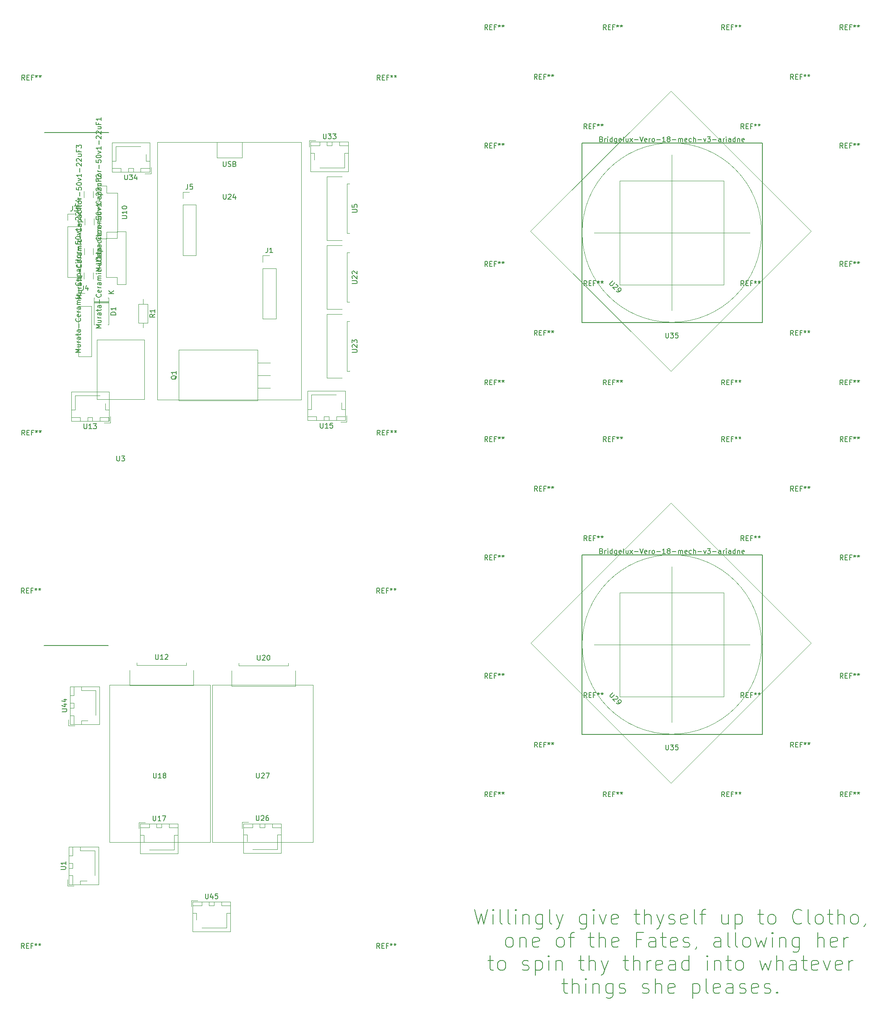
<source format=gbr>
G04 #@! TF.GenerationSoftware,KiCad,Pcbnew,5.1.5+dfsg1-2build2*
G04 #@! TF.CreationDate,2020-12-11T19:11:24+01:00*
G04 #@! TF.ProjectId,ariadne-v3-backup,61726961-646e-4652-9d76-332d6261636b,rev?*
G04 #@! TF.SameCoordinates,Original*
G04 #@! TF.FileFunction,Legend,Top*
G04 #@! TF.FilePolarity,Positive*
%FSLAX46Y46*%
G04 Gerber Fmt 4.6, Leading zero omitted, Abs format (unit mm)*
G04 Created by KiCad (PCBNEW 5.1.5+dfsg1-2build2) date 2020-12-11 19:11:24*
%MOMM*%
%LPD*%
G04 APERTURE LIST*
%ADD10C,0.150000*%
%ADD11C,0.120000*%
G04 APERTURE END LIST*
D10*
X117110000Y-133440000D02*
X117110000Y-97240000D01*
X153510000Y-97240000D02*
X153510000Y-132640000D01*
X153510000Y-133440000D02*
X117110000Y-133440000D01*
X153510000Y-132640000D02*
X153510000Y-133440000D01*
X117110000Y-97240000D02*
X153510000Y-97240000D01*
X95457142Y-168782142D02*
X96171428Y-171782142D01*
X96742857Y-169639285D01*
X97314285Y-171782142D01*
X98028571Y-168782142D01*
X99171428Y-171782142D02*
X99171428Y-169782142D01*
X99171428Y-168782142D02*
X99028571Y-168925000D01*
X99171428Y-169067857D01*
X99314285Y-168925000D01*
X99171428Y-168782142D01*
X99171428Y-169067857D01*
X101028571Y-171782142D02*
X100742857Y-171639285D01*
X100599999Y-171353571D01*
X100599999Y-168782142D01*
X102599999Y-171782142D02*
X102314285Y-171639285D01*
X102171428Y-171353571D01*
X102171428Y-168782142D01*
X103742857Y-171782142D02*
X103742857Y-169782142D01*
X103742857Y-168782142D02*
X103599999Y-168925000D01*
X103742857Y-169067857D01*
X103885714Y-168925000D01*
X103742857Y-168782142D01*
X103742857Y-169067857D01*
X105171428Y-169782142D02*
X105171428Y-171782142D01*
X105171428Y-170067857D02*
X105314285Y-169925000D01*
X105599999Y-169782142D01*
X106028571Y-169782142D01*
X106314285Y-169925000D01*
X106457142Y-170210714D01*
X106457142Y-171782142D01*
X109171428Y-169782142D02*
X109171428Y-172210714D01*
X109028571Y-172496428D01*
X108885714Y-172639285D01*
X108599999Y-172782142D01*
X108171428Y-172782142D01*
X107885714Y-172639285D01*
X109171428Y-171639285D02*
X108885714Y-171782142D01*
X108314285Y-171782142D01*
X108028571Y-171639285D01*
X107885714Y-171496428D01*
X107742857Y-171210714D01*
X107742857Y-170353571D01*
X107885714Y-170067857D01*
X108028571Y-169925000D01*
X108314285Y-169782142D01*
X108885714Y-169782142D01*
X109171428Y-169925000D01*
X111028571Y-171782142D02*
X110742857Y-171639285D01*
X110599999Y-171353571D01*
X110599999Y-168782142D01*
X111885714Y-169782142D02*
X112599999Y-171782142D01*
X113314285Y-169782142D02*
X112599999Y-171782142D01*
X112314285Y-172496428D01*
X112171428Y-172639285D01*
X111885714Y-172782142D01*
X118028571Y-169782142D02*
X118028571Y-172210714D01*
X117885714Y-172496428D01*
X117742857Y-172639285D01*
X117457142Y-172782142D01*
X117028571Y-172782142D01*
X116742857Y-172639285D01*
X118028571Y-171639285D02*
X117742857Y-171782142D01*
X117171428Y-171782142D01*
X116885714Y-171639285D01*
X116742857Y-171496428D01*
X116599999Y-171210714D01*
X116599999Y-170353571D01*
X116742857Y-170067857D01*
X116885714Y-169925000D01*
X117171428Y-169782142D01*
X117742857Y-169782142D01*
X118028571Y-169925000D01*
X119457142Y-171782142D02*
X119457142Y-169782142D01*
X119457142Y-168782142D02*
X119314285Y-168925000D01*
X119457142Y-169067857D01*
X119599999Y-168925000D01*
X119457142Y-168782142D01*
X119457142Y-169067857D01*
X120599999Y-169782142D02*
X121314285Y-171782142D01*
X122028571Y-169782142D01*
X124314285Y-171639285D02*
X124028571Y-171782142D01*
X123457142Y-171782142D01*
X123171428Y-171639285D01*
X123028571Y-171353571D01*
X123028571Y-170210714D01*
X123171428Y-169925000D01*
X123457142Y-169782142D01*
X124028571Y-169782142D01*
X124314285Y-169925000D01*
X124457142Y-170210714D01*
X124457142Y-170496428D01*
X123028571Y-170782142D01*
X127599999Y-169782142D02*
X128742857Y-169782142D01*
X128028571Y-168782142D02*
X128028571Y-171353571D01*
X128171428Y-171639285D01*
X128457142Y-171782142D01*
X128742857Y-171782142D01*
X129742857Y-171782142D02*
X129742857Y-168782142D01*
X131028571Y-171782142D02*
X131028571Y-170210714D01*
X130885714Y-169925000D01*
X130600000Y-169782142D01*
X130171428Y-169782142D01*
X129885714Y-169925000D01*
X129742857Y-170067857D01*
X132171428Y-169782142D02*
X132885714Y-171782142D01*
X133600000Y-169782142D02*
X132885714Y-171782142D01*
X132600000Y-172496428D01*
X132457142Y-172639285D01*
X132171428Y-172782142D01*
X134600000Y-171639285D02*
X134885714Y-171782142D01*
X135457142Y-171782142D01*
X135742857Y-171639285D01*
X135885714Y-171353571D01*
X135885714Y-171210714D01*
X135742857Y-170925000D01*
X135457142Y-170782142D01*
X135028571Y-170782142D01*
X134742857Y-170639285D01*
X134600000Y-170353571D01*
X134600000Y-170210714D01*
X134742857Y-169925000D01*
X135028571Y-169782142D01*
X135457142Y-169782142D01*
X135742857Y-169925000D01*
X138314285Y-171639285D02*
X138028571Y-171782142D01*
X137457142Y-171782142D01*
X137171428Y-171639285D01*
X137028571Y-171353571D01*
X137028571Y-170210714D01*
X137171428Y-169925000D01*
X137457142Y-169782142D01*
X138028571Y-169782142D01*
X138314285Y-169925000D01*
X138457142Y-170210714D01*
X138457142Y-170496428D01*
X137028571Y-170782142D01*
X140171428Y-171782142D02*
X139885714Y-171639285D01*
X139742857Y-171353571D01*
X139742857Y-168782142D01*
X140885714Y-169782142D02*
X142028571Y-169782142D01*
X141314285Y-171782142D02*
X141314285Y-169210714D01*
X141457142Y-168925000D01*
X141742857Y-168782142D01*
X142028571Y-168782142D01*
X146600000Y-169782142D02*
X146600000Y-171782142D01*
X145314285Y-169782142D02*
X145314285Y-171353571D01*
X145457142Y-171639285D01*
X145742857Y-171782142D01*
X146171428Y-171782142D01*
X146457142Y-171639285D01*
X146600000Y-171496428D01*
X148028571Y-169782142D02*
X148028571Y-172782142D01*
X148028571Y-169925000D02*
X148314285Y-169782142D01*
X148885714Y-169782142D01*
X149171428Y-169925000D01*
X149314285Y-170067857D01*
X149457142Y-170353571D01*
X149457142Y-171210714D01*
X149314285Y-171496428D01*
X149171428Y-171639285D01*
X148885714Y-171782142D01*
X148314285Y-171782142D01*
X148028571Y-171639285D01*
X152600000Y-169782142D02*
X153742857Y-169782142D01*
X153028571Y-168782142D02*
X153028571Y-171353571D01*
X153171428Y-171639285D01*
X153457142Y-171782142D01*
X153742857Y-171782142D01*
X155171428Y-171782142D02*
X154885714Y-171639285D01*
X154742857Y-171496428D01*
X154600000Y-171210714D01*
X154600000Y-170353571D01*
X154742857Y-170067857D01*
X154885714Y-169925000D01*
X155171428Y-169782142D01*
X155600000Y-169782142D01*
X155885714Y-169925000D01*
X156028571Y-170067857D01*
X156171428Y-170353571D01*
X156171428Y-171210714D01*
X156028571Y-171496428D01*
X155885714Y-171639285D01*
X155600000Y-171782142D01*
X155171428Y-171782142D01*
X161457142Y-171496428D02*
X161314285Y-171639285D01*
X160885714Y-171782142D01*
X160600000Y-171782142D01*
X160171428Y-171639285D01*
X159885714Y-171353571D01*
X159742857Y-171067857D01*
X159600000Y-170496428D01*
X159600000Y-170067857D01*
X159742857Y-169496428D01*
X159885714Y-169210714D01*
X160171428Y-168925000D01*
X160600000Y-168782142D01*
X160885714Y-168782142D01*
X161314285Y-168925000D01*
X161457142Y-169067857D01*
X163171428Y-171782142D02*
X162885714Y-171639285D01*
X162742857Y-171353571D01*
X162742857Y-168782142D01*
X164742857Y-171782142D02*
X164457142Y-171639285D01*
X164314285Y-171496428D01*
X164171428Y-171210714D01*
X164171428Y-170353571D01*
X164314285Y-170067857D01*
X164457142Y-169925000D01*
X164742857Y-169782142D01*
X165171428Y-169782142D01*
X165457142Y-169925000D01*
X165600000Y-170067857D01*
X165742857Y-170353571D01*
X165742857Y-171210714D01*
X165600000Y-171496428D01*
X165457142Y-171639285D01*
X165171428Y-171782142D01*
X164742857Y-171782142D01*
X166600000Y-169782142D02*
X167742857Y-169782142D01*
X167028571Y-168782142D02*
X167028571Y-171353571D01*
X167171428Y-171639285D01*
X167457142Y-171782142D01*
X167742857Y-171782142D01*
X168742857Y-171782142D02*
X168742857Y-168782142D01*
X170028571Y-171782142D02*
X170028571Y-170210714D01*
X169885714Y-169925000D01*
X169600000Y-169782142D01*
X169171428Y-169782142D01*
X168885714Y-169925000D01*
X168742857Y-170067857D01*
X171885714Y-171782142D02*
X171600000Y-171639285D01*
X171457142Y-171496428D01*
X171314285Y-171210714D01*
X171314285Y-170353571D01*
X171457142Y-170067857D01*
X171600000Y-169925000D01*
X171885714Y-169782142D01*
X172314285Y-169782142D01*
X172600000Y-169925000D01*
X172742857Y-170067857D01*
X172885714Y-170353571D01*
X172885714Y-171210714D01*
X172742857Y-171496428D01*
X172600000Y-171639285D01*
X172314285Y-171782142D01*
X171885714Y-171782142D01*
X174314285Y-171639285D02*
X174314285Y-171782142D01*
X174171428Y-172067857D01*
X174028571Y-172210714D01*
X102242857Y-176432142D02*
X101957142Y-176289285D01*
X101814285Y-176146428D01*
X101671428Y-175860714D01*
X101671428Y-175003571D01*
X101814285Y-174717857D01*
X101957142Y-174575000D01*
X102242857Y-174432142D01*
X102671428Y-174432142D01*
X102957142Y-174575000D01*
X103100000Y-174717857D01*
X103242857Y-175003571D01*
X103242857Y-175860714D01*
X103100000Y-176146428D01*
X102957142Y-176289285D01*
X102671428Y-176432142D01*
X102242857Y-176432142D01*
X104528571Y-174432142D02*
X104528571Y-176432142D01*
X104528571Y-174717857D02*
X104671428Y-174575000D01*
X104957142Y-174432142D01*
X105385714Y-174432142D01*
X105671428Y-174575000D01*
X105814285Y-174860714D01*
X105814285Y-176432142D01*
X108385714Y-176289285D02*
X108100000Y-176432142D01*
X107528571Y-176432142D01*
X107242857Y-176289285D01*
X107100000Y-176003571D01*
X107100000Y-174860714D01*
X107242857Y-174575000D01*
X107528571Y-174432142D01*
X108100000Y-174432142D01*
X108385714Y-174575000D01*
X108528571Y-174860714D01*
X108528571Y-175146428D01*
X107100000Y-175432142D01*
X112528571Y-176432142D02*
X112242857Y-176289285D01*
X112100000Y-176146428D01*
X111957142Y-175860714D01*
X111957142Y-175003571D01*
X112100000Y-174717857D01*
X112242857Y-174575000D01*
X112528571Y-174432142D01*
X112957142Y-174432142D01*
X113242857Y-174575000D01*
X113385714Y-174717857D01*
X113528571Y-175003571D01*
X113528571Y-175860714D01*
X113385714Y-176146428D01*
X113242857Y-176289285D01*
X112957142Y-176432142D01*
X112528571Y-176432142D01*
X114385714Y-174432142D02*
X115528571Y-174432142D01*
X114814285Y-176432142D02*
X114814285Y-173860714D01*
X114957142Y-173575000D01*
X115242857Y-173432142D01*
X115528571Y-173432142D01*
X118385714Y-174432142D02*
X119528571Y-174432142D01*
X118814285Y-173432142D02*
X118814285Y-176003571D01*
X118957142Y-176289285D01*
X119242857Y-176432142D01*
X119528571Y-176432142D01*
X120528571Y-176432142D02*
X120528571Y-173432142D01*
X121814285Y-176432142D02*
X121814285Y-174860714D01*
X121671428Y-174575000D01*
X121385714Y-174432142D01*
X120957142Y-174432142D01*
X120671428Y-174575000D01*
X120528571Y-174717857D01*
X124385714Y-176289285D02*
X124100000Y-176432142D01*
X123528571Y-176432142D01*
X123242857Y-176289285D01*
X123100000Y-176003571D01*
X123100000Y-174860714D01*
X123242857Y-174575000D01*
X123528571Y-174432142D01*
X124100000Y-174432142D01*
X124385714Y-174575000D01*
X124528571Y-174860714D01*
X124528571Y-175146428D01*
X123100000Y-175432142D01*
X129100000Y-174860714D02*
X128100000Y-174860714D01*
X128100000Y-176432142D02*
X128100000Y-173432142D01*
X129528571Y-173432142D01*
X131957142Y-176432142D02*
X131957142Y-174860714D01*
X131814285Y-174575000D01*
X131528571Y-174432142D01*
X130957142Y-174432142D01*
X130671428Y-174575000D01*
X131957142Y-176289285D02*
X131671428Y-176432142D01*
X130957142Y-176432142D01*
X130671428Y-176289285D01*
X130528571Y-176003571D01*
X130528571Y-175717857D01*
X130671428Y-175432142D01*
X130957142Y-175289285D01*
X131671428Y-175289285D01*
X131957142Y-175146428D01*
X132957142Y-174432142D02*
X134100000Y-174432142D01*
X133385714Y-173432142D02*
X133385714Y-176003571D01*
X133528571Y-176289285D01*
X133814285Y-176432142D01*
X134100000Y-176432142D01*
X136242857Y-176289285D02*
X135957142Y-176432142D01*
X135385714Y-176432142D01*
X135100000Y-176289285D01*
X134957142Y-176003571D01*
X134957142Y-174860714D01*
X135100000Y-174575000D01*
X135385714Y-174432142D01*
X135957142Y-174432142D01*
X136242857Y-174575000D01*
X136385714Y-174860714D01*
X136385714Y-175146428D01*
X134957142Y-175432142D01*
X137528571Y-176289285D02*
X137814285Y-176432142D01*
X138385714Y-176432142D01*
X138671428Y-176289285D01*
X138814285Y-176003571D01*
X138814285Y-175860714D01*
X138671428Y-175575000D01*
X138385714Y-175432142D01*
X137957142Y-175432142D01*
X137671428Y-175289285D01*
X137528571Y-175003571D01*
X137528571Y-174860714D01*
X137671428Y-174575000D01*
X137957142Y-174432142D01*
X138385714Y-174432142D01*
X138671428Y-174575000D01*
X140242857Y-176289285D02*
X140242857Y-176432142D01*
X140100000Y-176717857D01*
X139957142Y-176860714D01*
X145100000Y-176432142D02*
X145100000Y-174860714D01*
X144957142Y-174575000D01*
X144671428Y-174432142D01*
X144100000Y-174432142D01*
X143814285Y-174575000D01*
X145100000Y-176289285D02*
X144814285Y-176432142D01*
X144100000Y-176432142D01*
X143814285Y-176289285D01*
X143671428Y-176003571D01*
X143671428Y-175717857D01*
X143814285Y-175432142D01*
X144100000Y-175289285D01*
X144814285Y-175289285D01*
X145100000Y-175146428D01*
X146957142Y-176432142D02*
X146671428Y-176289285D01*
X146528571Y-176003571D01*
X146528571Y-173432142D01*
X148528571Y-176432142D02*
X148242857Y-176289285D01*
X148100000Y-176003571D01*
X148100000Y-173432142D01*
X150100000Y-176432142D02*
X149814285Y-176289285D01*
X149671428Y-176146428D01*
X149528571Y-175860714D01*
X149528571Y-175003571D01*
X149671428Y-174717857D01*
X149814285Y-174575000D01*
X150100000Y-174432142D01*
X150528571Y-174432142D01*
X150814285Y-174575000D01*
X150957142Y-174717857D01*
X151100000Y-175003571D01*
X151100000Y-175860714D01*
X150957142Y-176146428D01*
X150814285Y-176289285D01*
X150528571Y-176432142D01*
X150100000Y-176432142D01*
X152100000Y-174432142D02*
X152671428Y-176432142D01*
X153242857Y-175003571D01*
X153814285Y-176432142D01*
X154385714Y-174432142D01*
X155528571Y-176432142D02*
X155528571Y-174432142D01*
X155528571Y-173432142D02*
X155385714Y-173575000D01*
X155528571Y-173717857D01*
X155671428Y-173575000D01*
X155528571Y-173432142D01*
X155528571Y-173717857D01*
X156957142Y-174432142D02*
X156957142Y-176432142D01*
X156957142Y-174717857D02*
X157100000Y-174575000D01*
X157385714Y-174432142D01*
X157814285Y-174432142D01*
X158100000Y-174575000D01*
X158242857Y-174860714D01*
X158242857Y-176432142D01*
X160957142Y-174432142D02*
X160957142Y-176860714D01*
X160814285Y-177146428D01*
X160671428Y-177289285D01*
X160385714Y-177432142D01*
X159957142Y-177432142D01*
X159671428Y-177289285D01*
X160957142Y-176289285D02*
X160671428Y-176432142D01*
X160100000Y-176432142D01*
X159814285Y-176289285D01*
X159671428Y-176146428D01*
X159528571Y-175860714D01*
X159528571Y-175003571D01*
X159671428Y-174717857D01*
X159814285Y-174575000D01*
X160100000Y-174432142D01*
X160671428Y-174432142D01*
X160957142Y-174575000D01*
X164671428Y-176432142D02*
X164671428Y-173432142D01*
X165957142Y-176432142D02*
X165957142Y-174860714D01*
X165814285Y-174575000D01*
X165528571Y-174432142D01*
X165100000Y-174432142D01*
X164814285Y-174575000D01*
X164671428Y-174717857D01*
X168528571Y-176289285D02*
X168242857Y-176432142D01*
X167671428Y-176432142D01*
X167385714Y-176289285D01*
X167242857Y-176003571D01*
X167242857Y-174860714D01*
X167385714Y-174575000D01*
X167671428Y-174432142D01*
X168242857Y-174432142D01*
X168528571Y-174575000D01*
X168671428Y-174860714D01*
X168671428Y-175146428D01*
X167242857Y-175432142D01*
X169957142Y-176432142D02*
X169957142Y-174432142D01*
X169957142Y-175003571D02*
X170100000Y-174717857D01*
X170242857Y-174575000D01*
X170528571Y-174432142D01*
X170814285Y-174432142D01*
X98099999Y-179082142D02*
X99242857Y-179082142D01*
X98528571Y-178082142D02*
X98528571Y-180653571D01*
X98671428Y-180939285D01*
X98957142Y-181082142D01*
X99242857Y-181082142D01*
X100671428Y-181082142D02*
X100385714Y-180939285D01*
X100242857Y-180796428D01*
X100099999Y-180510714D01*
X100099999Y-179653571D01*
X100242857Y-179367857D01*
X100385714Y-179225000D01*
X100671428Y-179082142D01*
X101099999Y-179082142D01*
X101385714Y-179225000D01*
X101528571Y-179367857D01*
X101671428Y-179653571D01*
X101671428Y-180510714D01*
X101528571Y-180796428D01*
X101385714Y-180939285D01*
X101099999Y-181082142D01*
X100671428Y-181082142D01*
X105099999Y-180939285D02*
X105385714Y-181082142D01*
X105957142Y-181082142D01*
X106242857Y-180939285D01*
X106385714Y-180653571D01*
X106385714Y-180510714D01*
X106242857Y-180225000D01*
X105957142Y-180082142D01*
X105528571Y-180082142D01*
X105242857Y-179939285D01*
X105099999Y-179653571D01*
X105099999Y-179510714D01*
X105242857Y-179225000D01*
X105528571Y-179082142D01*
X105957142Y-179082142D01*
X106242857Y-179225000D01*
X107671428Y-179082142D02*
X107671428Y-182082142D01*
X107671428Y-179225000D02*
X107957142Y-179082142D01*
X108528571Y-179082142D01*
X108814285Y-179225000D01*
X108957142Y-179367857D01*
X109099999Y-179653571D01*
X109099999Y-180510714D01*
X108957142Y-180796428D01*
X108814285Y-180939285D01*
X108528571Y-181082142D01*
X107957142Y-181082142D01*
X107671428Y-180939285D01*
X110385714Y-181082142D02*
X110385714Y-179082142D01*
X110385714Y-178082142D02*
X110242857Y-178225000D01*
X110385714Y-178367857D01*
X110528571Y-178225000D01*
X110385714Y-178082142D01*
X110385714Y-178367857D01*
X111814285Y-179082142D02*
X111814285Y-181082142D01*
X111814285Y-179367857D02*
X111957142Y-179225000D01*
X112242857Y-179082142D01*
X112671428Y-179082142D01*
X112957142Y-179225000D01*
X113099999Y-179510714D01*
X113099999Y-181082142D01*
X116385714Y-179082142D02*
X117528571Y-179082142D01*
X116814285Y-178082142D02*
X116814285Y-180653571D01*
X116957142Y-180939285D01*
X117242857Y-181082142D01*
X117528571Y-181082142D01*
X118528571Y-181082142D02*
X118528571Y-178082142D01*
X119814285Y-181082142D02*
X119814285Y-179510714D01*
X119671428Y-179225000D01*
X119385714Y-179082142D01*
X118957142Y-179082142D01*
X118671428Y-179225000D01*
X118528571Y-179367857D01*
X120957142Y-179082142D02*
X121671428Y-181082142D01*
X122385714Y-179082142D02*
X121671428Y-181082142D01*
X121385714Y-181796428D01*
X121242857Y-181939285D01*
X120957142Y-182082142D01*
X125385714Y-179082142D02*
X126528571Y-179082142D01*
X125814285Y-178082142D02*
X125814285Y-180653571D01*
X125957142Y-180939285D01*
X126242857Y-181082142D01*
X126528571Y-181082142D01*
X127528571Y-181082142D02*
X127528571Y-178082142D01*
X128814285Y-181082142D02*
X128814285Y-179510714D01*
X128671428Y-179225000D01*
X128385714Y-179082142D01*
X127957142Y-179082142D01*
X127671428Y-179225000D01*
X127528571Y-179367857D01*
X130242857Y-181082142D02*
X130242857Y-179082142D01*
X130242857Y-179653571D02*
X130385714Y-179367857D01*
X130528571Y-179225000D01*
X130814285Y-179082142D01*
X131099999Y-179082142D01*
X133242857Y-180939285D02*
X132957142Y-181082142D01*
X132385714Y-181082142D01*
X132099999Y-180939285D01*
X131957142Y-180653571D01*
X131957142Y-179510714D01*
X132099999Y-179225000D01*
X132385714Y-179082142D01*
X132957142Y-179082142D01*
X133242857Y-179225000D01*
X133385714Y-179510714D01*
X133385714Y-179796428D01*
X131957142Y-180082142D01*
X135957142Y-181082142D02*
X135957142Y-179510714D01*
X135814285Y-179225000D01*
X135528571Y-179082142D01*
X134957142Y-179082142D01*
X134671428Y-179225000D01*
X135957142Y-180939285D02*
X135671428Y-181082142D01*
X134957142Y-181082142D01*
X134671428Y-180939285D01*
X134528571Y-180653571D01*
X134528571Y-180367857D01*
X134671428Y-180082142D01*
X134957142Y-179939285D01*
X135671428Y-179939285D01*
X135957142Y-179796428D01*
X138671428Y-181082142D02*
X138671428Y-178082142D01*
X138671428Y-180939285D02*
X138385714Y-181082142D01*
X137814285Y-181082142D01*
X137528571Y-180939285D01*
X137385714Y-180796428D01*
X137242857Y-180510714D01*
X137242857Y-179653571D01*
X137385714Y-179367857D01*
X137528571Y-179225000D01*
X137814285Y-179082142D01*
X138385714Y-179082142D01*
X138671428Y-179225000D01*
X142385714Y-181082142D02*
X142385714Y-179082142D01*
X142385714Y-178082142D02*
X142242857Y-178225000D01*
X142385714Y-178367857D01*
X142528571Y-178225000D01*
X142385714Y-178082142D01*
X142385714Y-178367857D01*
X143814285Y-179082142D02*
X143814285Y-181082142D01*
X143814285Y-179367857D02*
X143957142Y-179225000D01*
X144242857Y-179082142D01*
X144671428Y-179082142D01*
X144957142Y-179225000D01*
X145099999Y-179510714D01*
X145099999Y-181082142D01*
X146099999Y-179082142D02*
X147242857Y-179082142D01*
X146528571Y-178082142D02*
X146528571Y-180653571D01*
X146671428Y-180939285D01*
X146957142Y-181082142D01*
X147242857Y-181082142D01*
X148671428Y-181082142D02*
X148385714Y-180939285D01*
X148242857Y-180796428D01*
X148100000Y-180510714D01*
X148100000Y-179653571D01*
X148242857Y-179367857D01*
X148385714Y-179225000D01*
X148671428Y-179082142D01*
X149100000Y-179082142D01*
X149385714Y-179225000D01*
X149528571Y-179367857D01*
X149671428Y-179653571D01*
X149671428Y-180510714D01*
X149528571Y-180796428D01*
X149385714Y-180939285D01*
X149100000Y-181082142D01*
X148671428Y-181082142D01*
X152957142Y-179082142D02*
X153528571Y-181082142D01*
X154100000Y-179653571D01*
X154671428Y-181082142D01*
X155242857Y-179082142D01*
X156385714Y-181082142D02*
X156385714Y-178082142D01*
X157671428Y-181082142D02*
X157671428Y-179510714D01*
X157528571Y-179225000D01*
X157242857Y-179082142D01*
X156814285Y-179082142D01*
X156528571Y-179225000D01*
X156385714Y-179367857D01*
X160385714Y-181082142D02*
X160385714Y-179510714D01*
X160242857Y-179225000D01*
X159957142Y-179082142D01*
X159385714Y-179082142D01*
X159100000Y-179225000D01*
X160385714Y-180939285D02*
X160100000Y-181082142D01*
X159385714Y-181082142D01*
X159100000Y-180939285D01*
X158957142Y-180653571D01*
X158957142Y-180367857D01*
X159100000Y-180082142D01*
X159385714Y-179939285D01*
X160100000Y-179939285D01*
X160385714Y-179796428D01*
X161385714Y-179082142D02*
X162528571Y-179082142D01*
X161814285Y-178082142D02*
X161814285Y-180653571D01*
X161957142Y-180939285D01*
X162242857Y-181082142D01*
X162528571Y-181082142D01*
X164671428Y-180939285D02*
X164385714Y-181082142D01*
X163814285Y-181082142D01*
X163528571Y-180939285D01*
X163385714Y-180653571D01*
X163385714Y-179510714D01*
X163528571Y-179225000D01*
X163814285Y-179082142D01*
X164385714Y-179082142D01*
X164671428Y-179225000D01*
X164814285Y-179510714D01*
X164814285Y-179796428D01*
X163385714Y-180082142D01*
X165814285Y-179082142D02*
X166528571Y-181082142D01*
X167242857Y-179082142D01*
X169528571Y-180939285D02*
X169242857Y-181082142D01*
X168671428Y-181082142D01*
X168385714Y-180939285D01*
X168242857Y-180653571D01*
X168242857Y-179510714D01*
X168385714Y-179225000D01*
X168671428Y-179082142D01*
X169242857Y-179082142D01*
X169528571Y-179225000D01*
X169671428Y-179510714D01*
X169671428Y-179796428D01*
X168242857Y-180082142D01*
X170957142Y-181082142D02*
X170957142Y-179082142D01*
X170957142Y-179653571D02*
X171099999Y-179367857D01*
X171242857Y-179225000D01*
X171528571Y-179082142D01*
X171814285Y-179082142D01*
X113028571Y-183732142D02*
X114171428Y-183732142D01*
X113457142Y-182732142D02*
X113457142Y-185303571D01*
X113599999Y-185589285D01*
X113885714Y-185732142D01*
X114171428Y-185732142D01*
X115171428Y-185732142D02*
X115171428Y-182732142D01*
X116457142Y-185732142D02*
X116457142Y-184160714D01*
X116314285Y-183875000D01*
X116028571Y-183732142D01*
X115599999Y-183732142D01*
X115314285Y-183875000D01*
X115171428Y-184017857D01*
X117885714Y-185732142D02*
X117885714Y-183732142D01*
X117885714Y-182732142D02*
X117742857Y-182875000D01*
X117885714Y-183017857D01*
X118028571Y-182875000D01*
X117885714Y-182732142D01*
X117885714Y-183017857D01*
X119314285Y-183732142D02*
X119314285Y-185732142D01*
X119314285Y-184017857D02*
X119457142Y-183875000D01*
X119742857Y-183732142D01*
X120171428Y-183732142D01*
X120457142Y-183875000D01*
X120599999Y-184160714D01*
X120599999Y-185732142D01*
X123314285Y-183732142D02*
X123314285Y-186160714D01*
X123171428Y-186446428D01*
X123028571Y-186589285D01*
X122742857Y-186732142D01*
X122314285Y-186732142D01*
X122028571Y-186589285D01*
X123314285Y-185589285D02*
X123028571Y-185732142D01*
X122457142Y-185732142D01*
X122171428Y-185589285D01*
X122028571Y-185446428D01*
X121885714Y-185160714D01*
X121885714Y-184303571D01*
X122028571Y-184017857D01*
X122171428Y-183875000D01*
X122457142Y-183732142D01*
X123028571Y-183732142D01*
X123314285Y-183875000D01*
X124599999Y-185589285D02*
X124885714Y-185732142D01*
X125457142Y-185732142D01*
X125742857Y-185589285D01*
X125885714Y-185303571D01*
X125885714Y-185160714D01*
X125742857Y-184875000D01*
X125457142Y-184732142D01*
X125028571Y-184732142D01*
X124742857Y-184589285D01*
X124599999Y-184303571D01*
X124599999Y-184160714D01*
X124742857Y-183875000D01*
X125028571Y-183732142D01*
X125457142Y-183732142D01*
X125742857Y-183875000D01*
X129314285Y-185589285D02*
X129600000Y-185732142D01*
X130171428Y-185732142D01*
X130457142Y-185589285D01*
X130600000Y-185303571D01*
X130600000Y-185160714D01*
X130457142Y-184875000D01*
X130171428Y-184732142D01*
X129742857Y-184732142D01*
X129457142Y-184589285D01*
X129314285Y-184303571D01*
X129314285Y-184160714D01*
X129457142Y-183875000D01*
X129742857Y-183732142D01*
X130171428Y-183732142D01*
X130457142Y-183875000D01*
X131885714Y-185732142D02*
X131885714Y-182732142D01*
X133171428Y-185732142D02*
X133171428Y-184160714D01*
X133028571Y-183875000D01*
X132742857Y-183732142D01*
X132314285Y-183732142D01*
X132028571Y-183875000D01*
X131885714Y-184017857D01*
X135742857Y-185589285D02*
X135457142Y-185732142D01*
X134885714Y-185732142D01*
X134600000Y-185589285D01*
X134457142Y-185303571D01*
X134457142Y-184160714D01*
X134600000Y-183875000D01*
X134885714Y-183732142D01*
X135457142Y-183732142D01*
X135742857Y-183875000D01*
X135885714Y-184160714D01*
X135885714Y-184446428D01*
X134457142Y-184732142D01*
X139457142Y-183732142D02*
X139457142Y-186732142D01*
X139457142Y-183875000D02*
X139742857Y-183732142D01*
X140314285Y-183732142D01*
X140600000Y-183875000D01*
X140742857Y-184017857D01*
X140885714Y-184303571D01*
X140885714Y-185160714D01*
X140742857Y-185446428D01*
X140600000Y-185589285D01*
X140314285Y-185732142D01*
X139742857Y-185732142D01*
X139457142Y-185589285D01*
X142600000Y-185732142D02*
X142314285Y-185589285D01*
X142171428Y-185303571D01*
X142171428Y-182732142D01*
X144885714Y-185589285D02*
X144600000Y-185732142D01*
X144028571Y-185732142D01*
X143742857Y-185589285D01*
X143600000Y-185303571D01*
X143600000Y-184160714D01*
X143742857Y-183875000D01*
X144028571Y-183732142D01*
X144600000Y-183732142D01*
X144885714Y-183875000D01*
X145028571Y-184160714D01*
X145028571Y-184446428D01*
X143600000Y-184732142D01*
X147600000Y-185732142D02*
X147600000Y-184160714D01*
X147457142Y-183875000D01*
X147171428Y-183732142D01*
X146600000Y-183732142D01*
X146314285Y-183875000D01*
X147600000Y-185589285D02*
X147314285Y-185732142D01*
X146600000Y-185732142D01*
X146314285Y-185589285D01*
X146171428Y-185303571D01*
X146171428Y-185017857D01*
X146314285Y-184732142D01*
X146600000Y-184589285D01*
X147314285Y-184589285D01*
X147600000Y-184446428D01*
X148885714Y-185589285D02*
X149171428Y-185732142D01*
X149742857Y-185732142D01*
X150028571Y-185589285D01*
X150171428Y-185303571D01*
X150171428Y-185160714D01*
X150028571Y-184875000D01*
X149742857Y-184732142D01*
X149314285Y-184732142D01*
X149028571Y-184589285D01*
X148885714Y-184303571D01*
X148885714Y-184160714D01*
X149028571Y-183875000D01*
X149314285Y-183732142D01*
X149742857Y-183732142D01*
X150028571Y-183875000D01*
X152600000Y-185589285D02*
X152314285Y-185732142D01*
X151742857Y-185732142D01*
X151457142Y-185589285D01*
X151314285Y-185303571D01*
X151314285Y-184160714D01*
X151457142Y-183875000D01*
X151742857Y-183732142D01*
X152314285Y-183732142D01*
X152600000Y-183875000D01*
X152742857Y-184160714D01*
X152742857Y-184446428D01*
X151314285Y-184732142D01*
X153885714Y-185589285D02*
X154171428Y-185732142D01*
X154742857Y-185732142D01*
X155028571Y-185589285D01*
X155171428Y-185303571D01*
X155171428Y-185160714D01*
X155028571Y-184875000D01*
X154742857Y-184732142D01*
X154314285Y-184732142D01*
X154028571Y-184589285D01*
X153885714Y-184303571D01*
X153885714Y-184160714D01*
X154028571Y-183875000D01*
X154314285Y-183732142D01*
X154742857Y-183732142D01*
X155028571Y-183875000D01*
X156457142Y-185446428D02*
X156600000Y-185589285D01*
X156457142Y-185732142D01*
X156314285Y-185589285D01*
X156457142Y-185446428D01*
X156457142Y-185732142D01*
X117100000Y-133445000D02*
X117100000Y-97245000D01*
X153500000Y-97245000D02*
X153500000Y-132645000D01*
X153500000Y-133445000D02*
X117100000Y-133445000D01*
X153500000Y-132645000D02*
X153500000Y-133445000D01*
X117100000Y-97245000D02*
X153500000Y-97245000D01*
X21490000Y-115538000D02*
X8536000Y-115538000D01*
X117100000Y-14100000D02*
X153500000Y-14100000D01*
X117100000Y-50300000D02*
X117100000Y-14100000D01*
X153500000Y-50300000D02*
X117100000Y-50300000D01*
X153500000Y-49500000D02*
X153500000Y-50300000D01*
X153500000Y-14100000D02*
X153500000Y-49500000D01*
X21590000Y-11938000D02*
X8636000Y-11938000D01*
D11*
X106725729Y-115040000D02*
X135010000Y-143324271D01*
X135010000Y-86755729D02*
X106725729Y-115040000D01*
X163294271Y-115040000D02*
X135010000Y-143324271D01*
X142081068Y-136253203D02*
X163294271Y-115040000D01*
X135010000Y-86755729D02*
X163294271Y-115040000D01*
X119535000Y-115315000D02*
X150935000Y-115315000D01*
X135235000Y-99615000D02*
X135235000Y-131015000D01*
X145735000Y-125815000D02*
X145735000Y-104815000D01*
X124735000Y-125815000D02*
X145735000Y-125815000D01*
X124735000Y-104815000D02*
X124735000Y-125815000D01*
X124735000Y-104815000D02*
X145735000Y-104815000D01*
X153335000Y-115315000D02*
G75*
G03X153335000Y-115315000I-18100000J0D01*
G01*
X135000000Y-3615729D02*
X163284271Y-31900000D01*
X142071068Y-53113203D02*
X163284271Y-31900000D01*
X163284271Y-31900000D02*
X135000000Y-60184271D01*
X135000000Y-3615729D02*
X106715729Y-31900000D01*
X106715729Y-31900000D02*
X135000000Y-60184271D01*
X153325000Y-32175000D02*
G75*
G03X153325000Y-32175000I-18100000J0D01*
G01*
X124725000Y-21675000D02*
X145725000Y-21675000D01*
X124725000Y-21675000D02*
X124725000Y-42675000D01*
X124725000Y-42675000D02*
X145725000Y-42675000D01*
X145725000Y-42675000D02*
X145725000Y-21675000D01*
X135225000Y-16475000D02*
X135225000Y-47875000D01*
X119525000Y-32175000D02*
X150925000Y-32175000D01*
X28800000Y-53800000D02*
X19200000Y-53800000D01*
X28800000Y-65800000D02*
X19200000Y-65800000D01*
X28800000Y-65800000D02*
X28800000Y-53800000D01*
X19200000Y-65800000D02*
X19200000Y-53800000D01*
X21415000Y-45315000D02*
X21545000Y-45315000D01*
X21545000Y-45315000D02*
X21545000Y-50755000D01*
X21545000Y-50755000D02*
X21415000Y-50755000D01*
X18735000Y-45315000D02*
X18605000Y-45315000D01*
X18605000Y-45315000D02*
X18605000Y-50755000D01*
X18605000Y-50755000D02*
X18735000Y-50755000D01*
X21545000Y-46215000D02*
X18605000Y-46215000D01*
X21545000Y-46335000D02*
X18605000Y-46335000D01*
X21545000Y-46095000D02*
X18605000Y-46095000D01*
X52670000Y-49590000D02*
X55330000Y-49590000D01*
X52670000Y-39370000D02*
X52670000Y-49590000D01*
X55330000Y-39370000D02*
X55330000Y-49590000D01*
X52670000Y-39370000D02*
X55330000Y-39370000D01*
X52670000Y-38100000D02*
X52670000Y-36770000D01*
X52670000Y-36770000D02*
X54000000Y-36770000D01*
X13295000Y-41190000D02*
X15955000Y-41190000D01*
X13295000Y-30970000D02*
X13295000Y-41190000D01*
X15955000Y-30970000D02*
X15955000Y-41190000D01*
X13295000Y-30970000D02*
X15955000Y-30970000D01*
X13295000Y-29700000D02*
X13295000Y-28370000D01*
X13295000Y-28370000D02*
X14625000Y-28370000D01*
X15470000Y-57215000D02*
X18130000Y-57215000D01*
X15470000Y-46995000D02*
X15470000Y-57215000D01*
X18130000Y-46995000D02*
X18130000Y-57215000D01*
X15470000Y-46995000D02*
X18130000Y-46995000D01*
X15470000Y-45725000D02*
X15470000Y-44395000D01*
X15470000Y-44395000D02*
X16800000Y-44395000D01*
X36545000Y-23970000D02*
X37875000Y-23970000D01*
X36545000Y-25300000D02*
X36545000Y-23970000D01*
X36545000Y-26570000D02*
X39205000Y-26570000D01*
X39205000Y-26570000D02*
X39205000Y-36790000D01*
X36545000Y-26570000D02*
X36545000Y-36790000D01*
X36545000Y-36790000D02*
X39205000Y-36790000D01*
X18470000Y-23846000D02*
X18470000Y-25104000D01*
X16630000Y-23846000D02*
X16630000Y-25104000D01*
X16655000Y-35346000D02*
X16655000Y-36604000D01*
X18495000Y-35346000D02*
X18495000Y-36604000D01*
X16780000Y-30629000D02*
X16780000Y-29371000D01*
X18620000Y-30629000D02*
X18620000Y-29371000D01*
X18445000Y-41529000D02*
X18445000Y-40271000D01*
X16605000Y-41529000D02*
X16605000Y-40271000D01*
X51635000Y-66080000D02*
X51635000Y-55840000D01*
X35745000Y-66080000D02*
X35745000Y-55840000D01*
X35745000Y-66080000D02*
X51635000Y-66080000D01*
X35745000Y-55840000D02*
X51635000Y-55840000D01*
X51635000Y-63500000D02*
X54175000Y-63500000D01*
X51635000Y-60960000D02*
X54175000Y-60960000D01*
X51635000Y-58420000D02*
X54175000Y-58420000D01*
X29445000Y-46565000D02*
X27605000Y-46565000D01*
X27605000Y-46565000D02*
X27605000Y-50405000D01*
X27605000Y-50405000D02*
X29445000Y-50405000D01*
X29445000Y-50405000D02*
X29445000Y-46565000D01*
X28525000Y-45615000D02*
X28525000Y-46565000D01*
X28525000Y-51355000D02*
X28525000Y-50405000D01*
X21135000Y-32050000D02*
X21135000Y-33440000D01*
X23375000Y-32050000D02*
X21135000Y-32050000D01*
X23375000Y-24170000D02*
X23375000Y-32050000D01*
X21135000Y-24170000D02*
X23375000Y-24170000D01*
X21135000Y-22770000D02*
X21135000Y-24170000D01*
X21125000Y-22770000D02*
X19355000Y-22770000D01*
X19355000Y-22770000D02*
X19355000Y-33440000D01*
X19355000Y-33440000D02*
X21135000Y-33440000D01*
X25070000Y-31935000D02*
X23290000Y-31935000D01*
X25070000Y-42605000D02*
X25070000Y-31935000D01*
X23300000Y-42605000D02*
X25070000Y-42605000D01*
X23290000Y-42605000D02*
X23290000Y-41205000D01*
X23290000Y-41205000D02*
X21050000Y-41205000D01*
X21050000Y-41205000D02*
X21050000Y-33325000D01*
X21050000Y-33325000D02*
X23290000Y-33325000D01*
X23290000Y-33325000D02*
X23290000Y-31935000D01*
X27965000Y-151515000D02*
X27965000Y-157485000D01*
X27965000Y-157485000D02*
X35585000Y-157485000D01*
X35585000Y-157485000D02*
X35585000Y-151515000D01*
X35585000Y-151515000D02*
X27965000Y-151515000D01*
X31275000Y-151525000D02*
X31275000Y-152275000D01*
X31275000Y-152275000D02*
X32275000Y-152275000D01*
X32275000Y-152275000D02*
X32275000Y-151525000D01*
X32275000Y-151525000D02*
X31275000Y-151525000D01*
X27975000Y-151525000D02*
X27975000Y-152275000D01*
X27975000Y-152275000D02*
X29775000Y-152275000D01*
X29775000Y-152275000D02*
X29775000Y-151525000D01*
X29775000Y-151525000D02*
X27975000Y-151525000D01*
X33775000Y-151525000D02*
X33775000Y-152275000D01*
X33775000Y-152275000D02*
X35575000Y-152275000D01*
X35575000Y-152275000D02*
X35575000Y-151525000D01*
X35575000Y-151525000D02*
X33775000Y-151525000D01*
X27975000Y-153775000D02*
X28725000Y-153775000D01*
X28725000Y-153775000D02*
X28725000Y-155115000D01*
X31775000Y-156725000D02*
X29785000Y-156725000D01*
X35575000Y-153775000D02*
X34825000Y-153775000D01*
X34825000Y-153775000D02*
X34825000Y-156725000D01*
X34825000Y-156725000D02*
X31775000Y-156725000D01*
X28925000Y-151225000D02*
X27675000Y-151225000D01*
X27675000Y-151225000D02*
X27675000Y-152475000D01*
X21725000Y-155250000D02*
X21725000Y-123450000D01*
X21725000Y-123450000D02*
X42025000Y-123450000D01*
X42035000Y-155250000D02*
X42035000Y-123450000D01*
X21725000Y-155250000D02*
X42025000Y-155250000D01*
X60450000Y-65950000D02*
X60450000Y-13950000D01*
X31450000Y-65950000D02*
X31450000Y-13950000D01*
X60450000Y-65950000D02*
X31450000Y-65950000D01*
X60450000Y-13950000D02*
X31450000Y-13950000D01*
X48490000Y-14042000D02*
X48490000Y-17090000D01*
X48490000Y-17090000D02*
X43410000Y-17090000D01*
X43410000Y-17090000D02*
X43410000Y-14042000D01*
X48500000Y-151200000D02*
X48500000Y-152450000D01*
X49750000Y-151200000D02*
X48500000Y-151200000D01*
X55650000Y-156700000D02*
X52600000Y-156700000D01*
X55650000Y-153750000D02*
X55650000Y-156700000D01*
X56400000Y-153750000D02*
X55650000Y-153750000D01*
X52600000Y-156700000D02*
X50610000Y-156700000D01*
X49550000Y-153750000D02*
X49550000Y-155090000D01*
X48800000Y-153750000D02*
X49550000Y-153750000D01*
X56400000Y-151500000D02*
X54600000Y-151500000D01*
X56400000Y-152250000D02*
X56400000Y-151500000D01*
X54600000Y-152250000D02*
X56400000Y-152250000D01*
X54600000Y-151500000D02*
X54600000Y-152250000D01*
X50600000Y-151500000D02*
X48800000Y-151500000D01*
X50600000Y-152250000D02*
X50600000Y-151500000D01*
X48800000Y-152250000D02*
X50600000Y-152250000D01*
X48800000Y-151500000D02*
X48800000Y-152250000D01*
X53100000Y-151500000D02*
X52100000Y-151500000D01*
X53100000Y-152250000D02*
X53100000Y-151500000D01*
X52100000Y-152250000D02*
X53100000Y-152250000D01*
X52100000Y-151500000D02*
X52100000Y-152250000D01*
X56410000Y-151490000D02*
X48790000Y-151490000D01*
X56410000Y-157460000D02*
X56410000Y-151490000D01*
X48790000Y-157460000D02*
X56410000Y-157460000D01*
X48790000Y-151490000D02*
X48790000Y-157460000D01*
X42525000Y-155250000D02*
X62825000Y-155250000D01*
X62835000Y-155250000D02*
X62835000Y-123450000D01*
X42525000Y-123450000D02*
X62825000Y-123450000D01*
X42525000Y-155250000D02*
X42525000Y-123450000D01*
X62050000Y-13575000D02*
X62050000Y-14825000D01*
X63300000Y-13575000D02*
X62050000Y-13575000D01*
X69200000Y-19075000D02*
X66150000Y-19075000D01*
X69200000Y-16125000D02*
X69200000Y-19075000D01*
X69950000Y-16125000D02*
X69200000Y-16125000D01*
X66150000Y-19075000D02*
X64160000Y-19075000D01*
X63100000Y-16125000D02*
X63100000Y-17465000D01*
X62350000Y-16125000D02*
X63100000Y-16125000D01*
X69950000Y-13875000D02*
X68150000Y-13875000D01*
X69950000Y-14625000D02*
X69950000Y-13875000D01*
X68150000Y-14625000D02*
X69950000Y-14625000D01*
X68150000Y-13875000D02*
X68150000Y-14625000D01*
X64150000Y-13875000D02*
X62350000Y-13875000D01*
X64150000Y-14625000D02*
X64150000Y-13875000D01*
X62350000Y-14625000D02*
X64150000Y-14625000D01*
X62350000Y-13875000D02*
X62350000Y-14625000D01*
X66650000Y-13875000D02*
X65650000Y-13875000D01*
X66650000Y-14625000D02*
X66650000Y-13875000D01*
X65650000Y-14625000D02*
X66650000Y-14625000D01*
X65650000Y-13875000D02*
X65650000Y-14625000D01*
X69960000Y-13865000D02*
X62340000Y-13865000D01*
X69960000Y-19835000D02*
X69960000Y-13865000D01*
X62340000Y-19835000D02*
X69960000Y-19835000D01*
X62340000Y-13865000D02*
X62340000Y-19835000D01*
X30150000Y-20250000D02*
X30150000Y-19000000D01*
X28900000Y-20250000D02*
X30150000Y-20250000D01*
X23000000Y-14750000D02*
X26050000Y-14750000D01*
X23000000Y-17700000D02*
X23000000Y-14750000D01*
X22250000Y-17700000D02*
X23000000Y-17700000D01*
X26050000Y-14750000D02*
X28040000Y-14750000D01*
X29100000Y-17700000D02*
X29100000Y-16360000D01*
X29850000Y-17700000D02*
X29100000Y-17700000D01*
X22250000Y-19950000D02*
X24050000Y-19950000D01*
X22250000Y-19200000D02*
X22250000Y-19950000D01*
X24050000Y-19200000D02*
X22250000Y-19200000D01*
X24050000Y-19950000D02*
X24050000Y-19200000D01*
X28050000Y-19950000D02*
X29850000Y-19950000D01*
X28050000Y-19200000D02*
X28050000Y-19950000D01*
X29850000Y-19200000D02*
X28050000Y-19200000D01*
X29850000Y-19950000D02*
X29850000Y-19200000D01*
X25550000Y-19950000D02*
X26550000Y-19950000D01*
X25550000Y-19200000D02*
X25550000Y-19950000D01*
X26550000Y-19200000D02*
X25550000Y-19200000D01*
X26550000Y-19950000D02*
X26550000Y-19200000D01*
X22240000Y-19960000D02*
X29860000Y-19960000D01*
X22240000Y-13990000D02*
X22240000Y-19960000D01*
X29860000Y-13990000D02*
X22240000Y-13990000D01*
X29860000Y-19960000D02*
X29860000Y-13990000D01*
X70180000Y-32315000D02*
X70180000Y-32295000D01*
X69680000Y-32315000D02*
X70180000Y-32315000D01*
X69680000Y-22285000D02*
X69680000Y-32315000D01*
X70180000Y-22285000D02*
X69680000Y-22285000D01*
X70180000Y-22305000D02*
X70180000Y-22285000D01*
X65590000Y-33735000D02*
X68665000Y-33735000D01*
X65590000Y-20865000D02*
X65590000Y-33735000D01*
X68665000Y-20865000D02*
X65590000Y-20865000D01*
X25840000Y-120485000D02*
X25840000Y-123560000D01*
X25840000Y-123560000D02*
X38710000Y-123560000D01*
X38710000Y-123560000D02*
X38710000Y-120485000D01*
X27280000Y-118970000D02*
X27260000Y-118970000D01*
X27260000Y-118970000D02*
X27260000Y-119470000D01*
X27260000Y-119470000D02*
X37290000Y-119470000D01*
X37290000Y-119470000D02*
X37290000Y-118970000D01*
X37290000Y-118970000D02*
X37270000Y-118970000D01*
X57840000Y-119120000D02*
X57820000Y-119120000D01*
X57840000Y-119620000D02*
X57840000Y-119120000D01*
X47810000Y-119620000D02*
X57840000Y-119620000D01*
X47810000Y-119120000D02*
X47810000Y-119620000D01*
X47830000Y-119120000D02*
X47810000Y-119120000D01*
X59260000Y-123710000D02*
X59260000Y-120635000D01*
X46390000Y-123710000D02*
X59260000Y-123710000D01*
X46390000Y-120635000D02*
X46390000Y-123710000D01*
X68665000Y-34765000D02*
X65590000Y-34765000D01*
X65590000Y-34765000D02*
X65590000Y-47635000D01*
X65590000Y-47635000D02*
X68665000Y-47635000D01*
X70180000Y-36205000D02*
X70180000Y-36185000D01*
X70180000Y-36185000D02*
X69680000Y-36185000D01*
X69680000Y-36185000D02*
X69680000Y-46215000D01*
X69680000Y-46215000D02*
X70180000Y-46215000D01*
X70180000Y-46215000D02*
X70180000Y-46195000D01*
X68665000Y-48665000D02*
X65590000Y-48665000D01*
X65590000Y-48665000D02*
X65590000Y-61535000D01*
X65590000Y-61535000D02*
X68665000Y-61535000D01*
X70180000Y-50105000D02*
X70180000Y-50085000D01*
X70180000Y-50085000D02*
X69680000Y-50085000D01*
X69680000Y-50085000D02*
X69680000Y-60115000D01*
X69680000Y-60115000D02*
X70180000Y-60115000D01*
X70180000Y-60115000D02*
X70180000Y-60095000D01*
X13275000Y-164050000D02*
X14525000Y-164050000D01*
X13275000Y-162800000D02*
X13275000Y-164050000D01*
X18775000Y-156900000D02*
X18775000Y-159950000D01*
X15825000Y-156900000D02*
X18775000Y-156900000D01*
X15825000Y-156150000D02*
X15825000Y-156900000D01*
X18775000Y-159950000D02*
X18775000Y-161940000D01*
X15825000Y-163000000D02*
X17165000Y-163000000D01*
X15825000Y-163750000D02*
X15825000Y-163000000D01*
X13575000Y-156150000D02*
X13575000Y-157950000D01*
X14325000Y-156150000D02*
X13575000Y-156150000D01*
X14325000Y-157950000D02*
X14325000Y-156150000D01*
X13575000Y-157950000D02*
X14325000Y-157950000D01*
X13575000Y-161950000D02*
X13575000Y-163750000D01*
X14325000Y-161950000D02*
X13575000Y-161950000D01*
X14325000Y-163750000D02*
X14325000Y-161950000D01*
X13575000Y-163750000D02*
X14325000Y-163750000D01*
X13575000Y-159450000D02*
X13575000Y-160450000D01*
X14325000Y-159450000D02*
X13575000Y-159450000D01*
X14325000Y-160450000D02*
X14325000Y-159450000D01*
X13575000Y-160450000D02*
X14325000Y-160450000D01*
X13565000Y-156140000D02*
X13565000Y-163760000D01*
X19535000Y-156140000D02*
X13565000Y-156140000D01*
X19535000Y-163760000D02*
X19535000Y-156140000D01*
X13565000Y-163760000D02*
X19535000Y-163760000D01*
X21635000Y-70235000D02*
X21635000Y-64265000D01*
X21635000Y-64265000D02*
X14015000Y-64265000D01*
X14015000Y-64265000D02*
X14015000Y-70235000D01*
X14015000Y-70235000D02*
X21635000Y-70235000D01*
X18325000Y-70225000D02*
X18325000Y-69475000D01*
X18325000Y-69475000D02*
X17325000Y-69475000D01*
X17325000Y-69475000D02*
X17325000Y-70225000D01*
X17325000Y-70225000D02*
X18325000Y-70225000D01*
X21625000Y-70225000D02*
X21625000Y-69475000D01*
X21625000Y-69475000D02*
X19825000Y-69475000D01*
X19825000Y-69475000D02*
X19825000Y-70225000D01*
X19825000Y-70225000D02*
X21625000Y-70225000D01*
X15825000Y-70225000D02*
X15825000Y-69475000D01*
X15825000Y-69475000D02*
X14025000Y-69475000D01*
X14025000Y-69475000D02*
X14025000Y-70225000D01*
X14025000Y-70225000D02*
X15825000Y-70225000D01*
X21625000Y-67975000D02*
X20875000Y-67975000D01*
X20875000Y-67975000D02*
X20875000Y-66635000D01*
X17825000Y-65025000D02*
X19815000Y-65025000D01*
X14025000Y-67975000D02*
X14775000Y-67975000D01*
X14775000Y-67975000D02*
X14775000Y-65025000D01*
X14775000Y-65025000D02*
X17825000Y-65025000D01*
X20675000Y-70525000D02*
X21925000Y-70525000D01*
X21925000Y-70525000D02*
X21925000Y-69275000D01*
X69625000Y-70375000D02*
X69625000Y-69125000D01*
X68375000Y-70375000D02*
X69625000Y-70375000D01*
X62475000Y-64875000D02*
X65525000Y-64875000D01*
X62475000Y-67825000D02*
X62475000Y-64875000D01*
X61725000Y-67825000D02*
X62475000Y-67825000D01*
X65525000Y-64875000D02*
X67515000Y-64875000D01*
X68575000Y-67825000D02*
X68575000Y-66485000D01*
X69325000Y-67825000D02*
X68575000Y-67825000D01*
X61725000Y-70075000D02*
X63525000Y-70075000D01*
X61725000Y-69325000D02*
X61725000Y-70075000D01*
X63525000Y-69325000D02*
X61725000Y-69325000D01*
X63525000Y-70075000D02*
X63525000Y-69325000D01*
X67525000Y-70075000D02*
X69325000Y-70075000D01*
X67525000Y-69325000D02*
X67525000Y-70075000D01*
X69325000Y-69325000D02*
X67525000Y-69325000D01*
X69325000Y-70075000D02*
X69325000Y-69325000D01*
X65025000Y-70075000D02*
X66025000Y-70075000D01*
X65025000Y-69325000D02*
X65025000Y-70075000D01*
X66025000Y-69325000D02*
X65025000Y-69325000D01*
X66025000Y-70075000D02*
X66025000Y-69325000D01*
X61715000Y-70085000D02*
X69335000Y-70085000D01*
X61715000Y-64115000D02*
X61715000Y-70085000D01*
X69335000Y-64115000D02*
X61715000Y-64115000D01*
X69335000Y-70085000D02*
X69335000Y-64115000D01*
X38540000Y-167265000D02*
X38540000Y-173235000D01*
X38540000Y-173235000D02*
X46160000Y-173235000D01*
X46160000Y-173235000D02*
X46160000Y-167265000D01*
X46160000Y-167265000D02*
X38540000Y-167265000D01*
X41850000Y-167275000D02*
X41850000Y-168025000D01*
X41850000Y-168025000D02*
X42850000Y-168025000D01*
X42850000Y-168025000D02*
X42850000Y-167275000D01*
X42850000Y-167275000D02*
X41850000Y-167275000D01*
X38550000Y-167275000D02*
X38550000Y-168025000D01*
X38550000Y-168025000D02*
X40350000Y-168025000D01*
X40350000Y-168025000D02*
X40350000Y-167275000D01*
X40350000Y-167275000D02*
X38550000Y-167275000D01*
X44350000Y-167275000D02*
X44350000Y-168025000D01*
X44350000Y-168025000D02*
X46150000Y-168025000D01*
X46150000Y-168025000D02*
X46150000Y-167275000D01*
X46150000Y-167275000D02*
X44350000Y-167275000D01*
X38550000Y-169525000D02*
X39300000Y-169525000D01*
X39300000Y-169525000D02*
X39300000Y-170865000D01*
X42350000Y-172475000D02*
X40360000Y-172475000D01*
X46150000Y-169525000D02*
X45400000Y-169525000D01*
X45400000Y-169525000D02*
X45400000Y-172475000D01*
X45400000Y-172475000D02*
X42350000Y-172475000D01*
X39500000Y-166975000D02*
X38250000Y-166975000D01*
X38250000Y-166975000D02*
X38250000Y-168225000D01*
X13790000Y-131435000D02*
X19760000Y-131435000D01*
X19760000Y-131435000D02*
X19760000Y-123815000D01*
X19760000Y-123815000D02*
X13790000Y-123815000D01*
X13790000Y-123815000D02*
X13790000Y-131435000D01*
X13800000Y-128125000D02*
X14550000Y-128125000D01*
X14550000Y-128125000D02*
X14550000Y-127125000D01*
X14550000Y-127125000D02*
X13800000Y-127125000D01*
X13800000Y-127125000D02*
X13800000Y-128125000D01*
X13800000Y-131425000D02*
X14550000Y-131425000D01*
X14550000Y-131425000D02*
X14550000Y-129625000D01*
X14550000Y-129625000D02*
X13800000Y-129625000D01*
X13800000Y-129625000D02*
X13800000Y-131425000D01*
X13800000Y-125625000D02*
X14550000Y-125625000D01*
X14550000Y-125625000D02*
X14550000Y-123825000D01*
X14550000Y-123825000D02*
X13800000Y-123825000D01*
X13800000Y-123825000D02*
X13800000Y-125625000D01*
X16050000Y-131425000D02*
X16050000Y-130675000D01*
X16050000Y-130675000D02*
X17390000Y-130675000D01*
X19000000Y-127625000D02*
X19000000Y-129615000D01*
X16050000Y-123825000D02*
X16050000Y-124575000D01*
X16050000Y-124575000D02*
X19000000Y-124575000D01*
X19000000Y-124575000D02*
X19000000Y-127625000D01*
X13500000Y-130475000D02*
X13500000Y-131725000D01*
X13500000Y-131725000D02*
X14750000Y-131725000D01*
D10*
X123332360Y-125002629D02*
X122759940Y-125575049D01*
X122726269Y-125676064D01*
X122726269Y-125743407D01*
X122759940Y-125844423D01*
X122894627Y-125979110D01*
X122995643Y-126012781D01*
X123062986Y-126012781D01*
X123164001Y-125979110D01*
X123736421Y-125406690D01*
X123972123Y-125777079D02*
X124039467Y-125777079D01*
X124140482Y-125810751D01*
X124308841Y-125979110D01*
X124342513Y-126080125D01*
X124342513Y-126147468D01*
X124308841Y-126248484D01*
X124241497Y-126315827D01*
X124106810Y-126383171D01*
X123298688Y-126383171D01*
X123736421Y-126820903D01*
X124073139Y-127157621D02*
X124207826Y-127292308D01*
X124308841Y-127325980D01*
X124376184Y-127325980D01*
X124544543Y-127292308D01*
X124712902Y-127191293D01*
X124982276Y-126921919D01*
X125015948Y-126820903D01*
X125015948Y-126753560D01*
X124982276Y-126652545D01*
X124847589Y-126517858D01*
X124746574Y-126484186D01*
X124679230Y-126484186D01*
X124578215Y-126517858D01*
X124409856Y-126686216D01*
X124376184Y-126787232D01*
X124376184Y-126854575D01*
X124409856Y-126955590D01*
X124544543Y-127090277D01*
X124645558Y-127123949D01*
X124712902Y-127123949D01*
X124813917Y-127090277D01*
X108076666Y-136042380D02*
X107743333Y-135566190D01*
X107505238Y-136042380D02*
X107505238Y-135042380D01*
X107886190Y-135042380D01*
X107981428Y-135090000D01*
X108029047Y-135137619D01*
X108076666Y-135232857D01*
X108076666Y-135375714D01*
X108029047Y-135470952D01*
X107981428Y-135518571D01*
X107886190Y-135566190D01*
X107505238Y-135566190D01*
X108505238Y-135518571D02*
X108838571Y-135518571D01*
X108981428Y-136042380D02*
X108505238Y-136042380D01*
X108505238Y-135042380D01*
X108981428Y-135042380D01*
X109743333Y-135518571D02*
X109410000Y-135518571D01*
X109410000Y-136042380D02*
X109410000Y-135042380D01*
X109886190Y-135042380D01*
X110410000Y-135042380D02*
X110410000Y-135280476D01*
X110171904Y-135185238D02*
X110410000Y-135280476D01*
X110648095Y-135185238D01*
X110267142Y-135470952D02*
X110410000Y-135280476D01*
X110552857Y-135470952D01*
X111171904Y-135042380D02*
X111171904Y-135280476D01*
X110933809Y-135185238D02*
X111171904Y-135280476D01*
X111410000Y-135185238D01*
X111029047Y-135470952D02*
X111171904Y-135280476D01*
X111314761Y-135470952D01*
X108076666Y-84342380D02*
X107743333Y-83866190D01*
X107505238Y-84342380D02*
X107505238Y-83342380D01*
X107886190Y-83342380D01*
X107981428Y-83390000D01*
X108029047Y-83437619D01*
X108076666Y-83532857D01*
X108076666Y-83675714D01*
X108029047Y-83770952D01*
X107981428Y-83818571D01*
X107886190Y-83866190D01*
X107505238Y-83866190D01*
X108505238Y-83818571D02*
X108838571Y-83818571D01*
X108981428Y-84342380D02*
X108505238Y-84342380D01*
X108505238Y-83342380D01*
X108981428Y-83342380D01*
X109743333Y-83818571D02*
X109410000Y-83818571D01*
X109410000Y-84342380D02*
X109410000Y-83342380D01*
X109886190Y-83342380D01*
X110410000Y-83342380D02*
X110410000Y-83580476D01*
X110171904Y-83485238D02*
X110410000Y-83580476D01*
X110648095Y-83485238D01*
X110267142Y-83770952D02*
X110410000Y-83580476D01*
X110552857Y-83770952D01*
X111171904Y-83342380D02*
X111171904Y-83580476D01*
X110933809Y-83485238D02*
X111171904Y-83580476D01*
X111410000Y-83485238D01*
X111029047Y-83770952D02*
X111171904Y-83580476D01*
X111314761Y-83770952D01*
X133996904Y-135567380D02*
X133996904Y-136376904D01*
X134044523Y-136472142D01*
X134092142Y-136519761D01*
X134187380Y-136567380D01*
X134377857Y-136567380D01*
X134473095Y-136519761D01*
X134520714Y-136472142D01*
X134568333Y-136376904D01*
X134568333Y-135567380D01*
X134949285Y-135567380D02*
X135568333Y-135567380D01*
X135235000Y-135948333D01*
X135377857Y-135948333D01*
X135473095Y-135995952D01*
X135520714Y-136043571D01*
X135568333Y-136138809D01*
X135568333Y-136376904D01*
X135520714Y-136472142D01*
X135473095Y-136519761D01*
X135377857Y-136567380D01*
X135092142Y-136567380D01*
X134996904Y-136519761D01*
X134949285Y-136472142D01*
X136473095Y-135567380D02*
X135996904Y-135567380D01*
X135949285Y-136043571D01*
X135996904Y-135995952D01*
X136092142Y-135948333D01*
X136330238Y-135948333D01*
X136425476Y-135995952D01*
X136473095Y-136043571D01*
X136520714Y-136138809D01*
X136520714Y-136376904D01*
X136473095Y-136472142D01*
X136425476Y-136519761D01*
X136330238Y-136567380D01*
X136092142Y-136567380D01*
X135996904Y-136519761D01*
X135949285Y-136472142D01*
X121020714Y-96443571D02*
X121163571Y-96491190D01*
X121211190Y-96538809D01*
X121258809Y-96634047D01*
X121258809Y-96776904D01*
X121211190Y-96872142D01*
X121163571Y-96919761D01*
X121068333Y-96967380D01*
X120687380Y-96967380D01*
X120687380Y-95967380D01*
X121020714Y-95967380D01*
X121115952Y-96015000D01*
X121163571Y-96062619D01*
X121211190Y-96157857D01*
X121211190Y-96253095D01*
X121163571Y-96348333D01*
X121115952Y-96395952D01*
X121020714Y-96443571D01*
X120687380Y-96443571D01*
X121687380Y-96967380D02*
X121687380Y-96300714D01*
X121687380Y-96491190D02*
X121735000Y-96395952D01*
X121782619Y-96348333D01*
X121877857Y-96300714D01*
X121973095Y-96300714D01*
X122306428Y-96967380D02*
X122306428Y-96300714D01*
X122306428Y-95967380D02*
X122258809Y-96015000D01*
X122306428Y-96062619D01*
X122354047Y-96015000D01*
X122306428Y-95967380D01*
X122306428Y-96062619D01*
X123211190Y-96967380D02*
X123211190Y-95967380D01*
X123211190Y-96919761D02*
X123115952Y-96967380D01*
X122925476Y-96967380D01*
X122830238Y-96919761D01*
X122782619Y-96872142D01*
X122735000Y-96776904D01*
X122735000Y-96491190D01*
X122782619Y-96395952D01*
X122830238Y-96348333D01*
X122925476Y-96300714D01*
X123115952Y-96300714D01*
X123211190Y-96348333D01*
X124115952Y-96300714D02*
X124115952Y-97110238D01*
X124068333Y-97205476D01*
X124020714Y-97253095D01*
X123925476Y-97300714D01*
X123782619Y-97300714D01*
X123687380Y-97253095D01*
X124115952Y-96919761D02*
X124020714Y-96967380D01*
X123830238Y-96967380D01*
X123735000Y-96919761D01*
X123687380Y-96872142D01*
X123639761Y-96776904D01*
X123639761Y-96491190D01*
X123687380Y-96395952D01*
X123735000Y-96348333D01*
X123830238Y-96300714D01*
X124020714Y-96300714D01*
X124115952Y-96348333D01*
X124973095Y-96919761D02*
X124877857Y-96967380D01*
X124687380Y-96967380D01*
X124592142Y-96919761D01*
X124544523Y-96824523D01*
X124544523Y-96443571D01*
X124592142Y-96348333D01*
X124687380Y-96300714D01*
X124877857Y-96300714D01*
X124973095Y-96348333D01*
X125020714Y-96443571D01*
X125020714Y-96538809D01*
X124544523Y-96634047D01*
X125592142Y-96967380D02*
X125496904Y-96919761D01*
X125449285Y-96824523D01*
X125449285Y-95967380D01*
X126401666Y-96300714D02*
X126401666Y-96967380D01*
X125973095Y-96300714D02*
X125973095Y-96824523D01*
X126020714Y-96919761D01*
X126115952Y-96967380D01*
X126258809Y-96967380D01*
X126354047Y-96919761D01*
X126401666Y-96872142D01*
X126782619Y-96967380D02*
X127306428Y-96300714D01*
X126782619Y-96300714D02*
X127306428Y-96967380D01*
X127687380Y-96586428D02*
X128449285Y-96586428D01*
X128782619Y-95967380D02*
X129115952Y-96967380D01*
X129449285Y-95967380D01*
X130163571Y-96919761D02*
X130068333Y-96967380D01*
X129877857Y-96967380D01*
X129782619Y-96919761D01*
X129735000Y-96824523D01*
X129735000Y-96443571D01*
X129782619Y-96348333D01*
X129877857Y-96300714D01*
X130068333Y-96300714D01*
X130163571Y-96348333D01*
X130211190Y-96443571D01*
X130211190Y-96538809D01*
X129735000Y-96634047D01*
X130639761Y-96967380D02*
X130639761Y-96300714D01*
X130639761Y-96491190D02*
X130687380Y-96395952D01*
X130735000Y-96348333D01*
X130830238Y-96300714D01*
X130925476Y-96300714D01*
X131401666Y-96967380D02*
X131306428Y-96919761D01*
X131258809Y-96872142D01*
X131211190Y-96776904D01*
X131211190Y-96491190D01*
X131258809Y-96395952D01*
X131306428Y-96348333D01*
X131401666Y-96300714D01*
X131544523Y-96300714D01*
X131639761Y-96348333D01*
X131687380Y-96395952D01*
X131735000Y-96491190D01*
X131735000Y-96776904D01*
X131687380Y-96872142D01*
X131639761Y-96919761D01*
X131544523Y-96967380D01*
X131401666Y-96967380D01*
X132163571Y-96586428D02*
X132925476Y-96586428D01*
X133925476Y-96967380D02*
X133354047Y-96967380D01*
X133639761Y-96967380D02*
X133639761Y-95967380D01*
X133544523Y-96110238D01*
X133449285Y-96205476D01*
X133354047Y-96253095D01*
X134496904Y-96395952D02*
X134401666Y-96348333D01*
X134354047Y-96300714D01*
X134306428Y-96205476D01*
X134306428Y-96157857D01*
X134354047Y-96062619D01*
X134401666Y-96015000D01*
X134496904Y-95967380D01*
X134687380Y-95967380D01*
X134782619Y-96015000D01*
X134830238Y-96062619D01*
X134877857Y-96157857D01*
X134877857Y-96205476D01*
X134830238Y-96300714D01*
X134782619Y-96348333D01*
X134687380Y-96395952D01*
X134496904Y-96395952D01*
X134401666Y-96443571D01*
X134354047Y-96491190D01*
X134306428Y-96586428D01*
X134306428Y-96776904D01*
X134354047Y-96872142D01*
X134401666Y-96919761D01*
X134496904Y-96967380D01*
X134687380Y-96967380D01*
X134782619Y-96919761D01*
X134830238Y-96872142D01*
X134877857Y-96776904D01*
X134877857Y-96586428D01*
X134830238Y-96491190D01*
X134782619Y-96443571D01*
X134687380Y-96395952D01*
X135306428Y-96586428D02*
X136068333Y-96586428D01*
X136544523Y-96967380D02*
X136544523Y-96300714D01*
X136544523Y-96395952D02*
X136592142Y-96348333D01*
X136687380Y-96300714D01*
X136830238Y-96300714D01*
X136925476Y-96348333D01*
X136973095Y-96443571D01*
X136973095Y-96967380D01*
X136973095Y-96443571D02*
X137020714Y-96348333D01*
X137115952Y-96300714D01*
X137258809Y-96300714D01*
X137354047Y-96348333D01*
X137401666Y-96443571D01*
X137401666Y-96967380D01*
X138258809Y-96919761D02*
X138163571Y-96967380D01*
X137973095Y-96967380D01*
X137877857Y-96919761D01*
X137830238Y-96824523D01*
X137830238Y-96443571D01*
X137877857Y-96348333D01*
X137973095Y-96300714D01*
X138163571Y-96300714D01*
X138258809Y-96348333D01*
X138306428Y-96443571D01*
X138306428Y-96538809D01*
X137830238Y-96634047D01*
X139163571Y-96919761D02*
X139068333Y-96967380D01*
X138877857Y-96967380D01*
X138782619Y-96919761D01*
X138735000Y-96872142D01*
X138687380Y-96776904D01*
X138687380Y-96491190D01*
X138735000Y-96395952D01*
X138782619Y-96348333D01*
X138877857Y-96300714D01*
X139068333Y-96300714D01*
X139163571Y-96348333D01*
X139592142Y-96967380D02*
X139592142Y-95967380D01*
X140020714Y-96967380D02*
X140020714Y-96443571D01*
X139973095Y-96348333D01*
X139877857Y-96300714D01*
X139735000Y-96300714D01*
X139639761Y-96348333D01*
X139592142Y-96395952D01*
X140496904Y-96586428D02*
X141258809Y-96586428D01*
X141639761Y-96300714D02*
X141877857Y-96967380D01*
X142115952Y-96300714D01*
X142401666Y-95967380D02*
X143020714Y-95967380D01*
X142687380Y-96348333D01*
X142830238Y-96348333D01*
X142925476Y-96395952D01*
X142973095Y-96443571D01*
X143020714Y-96538809D01*
X143020714Y-96776904D01*
X142973095Y-96872142D01*
X142925476Y-96919761D01*
X142830238Y-96967380D01*
X142544523Y-96967380D01*
X142449285Y-96919761D01*
X142401666Y-96872142D01*
X143449285Y-96586428D02*
X144211190Y-96586428D01*
X145115952Y-96967380D02*
X145115952Y-96443571D01*
X145068333Y-96348333D01*
X144973095Y-96300714D01*
X144782619Y-96300714D01*
X144687380Y-96348333D01*
X145115952Y-96919761D02*
X145020714Y-96967380D01*
X144782619Y-96967380D01*
X144687380Y-96919761D01*
X144639761Y-96824523D01*
X144639761Y-96729285D01*
X144687380Y-96634047D01*
X144782619Y-96586428D01*
X145020714Y-96586428D01*
X145115952Y-96538809D01*
X145592142Y-96967380D02*
X145592142Y-96300714D01*
X145592142Y-96491190D02*
X145639761Y-96395952D01*
X145687380Y-96348333D01*
X145782619Y-96300714D01*
X145877857Y-96300714D01*
X146211190Y-96967380D02*
X146211190Y-96300714D01*
X146211190Y-95967380D02*
X146163571Y-96015000D01*
X146211190Y-96062619D01*
X146258809Y-96015000D01*
X146211190Y-95967380D01*
X146211190Y-96062619D01*
X147115952Y-96967380D02*
X147115952Y-96443571D01*
X147068333Y-96348333D01*
X146973095Y-96300714D01*
X146782619Y-96300714D01*
X146687380Y-96348333D01*
X147115952Y-96919761D02*
X147020714Y-96967380D01*
X146782619Y-96967380D01*
X146687380Y-96919761D01*
X146639761Y-96824523D01*
X146639761Y-96729285D01*
X146687380Y-96634047D01*
X146782619Y-96586428D01*
X147020714Y-96586428D01*
X147115952Y-96538809D01*
X148020714Y-96967380D02*
X148020714Y-95967380D01*
X148020714Y-96919761D02*
X147925476Y-96967380D01*
X147735000Y-96967380D01*
X147639761Y-96919761D01*
X147592142Y-96872142D01*
X147544523Y-96776904D01*
X147544523Y-96491190D01*
X147592142Y-96395952D01*
X147639761Y-96348333D01*
X147735000Y-96300714D01*
X147925476Y-96300714D01*
X148020714Y-96348333D01*
X148496904Y-96300714D02*
X148496904Y-96967380D01*
X148496904Y-96395952D02*
X148544523Y-96348333D01*
X148639761Y-96300714D01*
X148782619Y-96300714D01*
X148877857Y-96348333D01*
X148925476Y-96443571D01*
X148925476Y-96967380D01*
X149782619Y-96919761D02*
X149687380Y-96967380D01*
X149496904Y-96967380D01*
X149401666Y-96919761D01*
X149354047Y-96824523D01*
X149354047Y-96443571D01*
X149401666Y-96348333D01*
X149496904Y-96300714D01*
X149687380Y-96300714D01*
X149782619Y-96348333D01*
X149830238Y-96443571D01*
X149830238Y-96538809D01*
X149354047Y-96634047D01*
X98076666Y-122142380D02*
X97743333Y-121666190D01*
X97505238Y-122142380D02*
X97505238Y-121142380D01*
X97886190Y-121142380D01*
X97981428Y-121190000D01*
X98029047Y-121237619D01*
X98076666Y-121332857D01*
X98076666Y-121475714D01*
X98029047Y-121570952D01*
X97981428Y-121618571D01*
X97886190Y-121666190D01*
X97505238Y-121666190D01*
X98505238Y-121618571D02*
X98838571Y-121618571D01*
X98981428Y-122142380D02*
X98505238Y-122142380D01*
X98505238Y-121142380D01*
X98981428Y-121142380D01*
X99743333Y-121618571D02*
X99410000Y-121618571D01*
X99410000Y-122142380D02*
X99410000Y-121142380D01*
X99886190Y-121142380D01*
X100410000Y-121142380D02*
X100410000Y-121380476D01*
X100171904Y-121285238D02*
X100410000Y-121380476D01*
X100648095Y-121285238D01*
X100267142Y-121570952D02*
X100410000Y-121380476D01*
X100552857Y-121570952D01*
X101171904Y-121142380D02*
X101171904Y-121380476D01*
X100933809Y-121285238D02*
X101171904Y-121380476D01*
X101410000Y-121285238D01*
X101029047Y-121570952D02*
X101171904Y-121380476D01*
X101314761Y-121570952D01*
X169776666Y-74342380D02*
X169443333Y-73866190D01*
X169205238Y-74342380D02*
X169205238Y-73342380D01*
X169586190Y-73342380D01*
X169681428Y-73390000D01*
X169729047Y-73437619D01*
X169776666Y-73532857D01*
X169776666Y-73675714D01*
X169729047Y-73770952D01*
X169681428Y-73818571D01*
X169586190Y-73866190D01*
X169205238Y-73866190D01*
X170205238Y-73818571D02*
X170538571Y-73818571D01*
X170681428Y-74342380D02*
X170205238Y-74342380D01*
X170205238Y-73342380D01*
X170681428Y-73342380D01*
X171443333Y-73818571D02*
X171110000Y-73818571D01*
X171110000Y-74342380D02*
X171110000Y-73342380D01*
X171586190Y-73342380D01*
X172110000Y-73342380D02*
X172110000Y-73580476D01*
X171871904Y-73485238D02*
X172110000Y-73580476D01*
X172348095Y-73485238D01*
X171967142Y-73770952D02*
X172110000Y-73580476D01*
X172252857Y-73770952D01*
X172871904Y-73342380D02*
X172871904Y-73580476D01*
X172633809Y-73485238D02*
X172871904Y-73580476D01*
X173110000Y-73485238D01*
X172729047Y-73770952D02*
X172871904Y-73580476D01*
X173014761Y-73770952D01*
X169776666Y-146042380D02*
X169443333Y-145566190D01*
X169205238Y-146042380D02*
X169205238Y-145042380D01*
X169586190Y-145042380D01*
X169681428Y-145090000D01*
X169729047Y-145137619D01*
X169776666Y-145232857D01*
X169776666Y-145375714D01*
X169729047Y-145470952D01*
X169681428Y-145518571D01*
X169586190Y-145566190D01*
X169205238Y-145566190D01*
X170205238Y-145518571D02*
X170538571Y-145518571D01*
X170681428Y-146042380D02*
X170205238Y-146042380D01*
X170205238Y-145042380D01*
X170681428Y-145042380D01*
X171443333Y-145518571D02*
X171110000Y-145518571D01*
X171110000Y-146042380D02*
X171110000Y-145042380D01*
X171586190Y-145042380D01*
X172110000Y-145042380D02*
X172110000Y-145280476D01*
X171871904Y-145185238D02*
X172110000Y-145280476D01*
X172348095Y-145185238D01*
X171967142Y-145470952D02*
X172110000Y-145280476D01*
X172252857Y-145470952D01*
X172871904Y-145042380D02*
X172871904Y-145280476D01*
X172633809Y-145185238D02*
X172871904Y-145280476D01*
X173110000Y-145185238D01*
X172729047Y-145470952D02*
X172871904Y-145280476D01*
X173014761Y-145470952D01*
X145876666Y-146042380D02*
X145543333Y-145566190D01*
X145305238Y-146042380D02*
X145305238Y-145042380D01*
X145686190Y-145042380D01*
X145781428Y-145090000D01*
X145829047Y-145137619D01*
X145876666Y-145232857D01*
X145876666Y-145375714D01*
X145829047Y-145470952D01*
X145781428Y-145518571D01*
X145686190Y-145566190D01*
X145305238Y-145566190D01*
X146305238Y-145518571D02*
X146638571Y-145518571D01*
X146781428Y-146042380D02*
X146305238Y-146042380D01*
X146305238Y-145042380D01*
X146781428Y-145042380D01*
X147543333Y-145518571D02*
X147210000Y-145518571D01*
X147210000Y-146042380D02*
X147210000Y-145042380D01*
X147686190Y-145042380D01*
X148210000Y-145042380D02*
X148210000Y-145280476D01*
X147971904Y-145185238D02*
X148210000Y-145280476D01*
X148448095Y-145185238D01*
X148067142Y-145470952D02*
X148210000Y-145280476D01*
X148352857Y-145470952D01*
X148971904Y-145042380D02*
X148971904Y-145280476D01*
X148733809Y-145185238D02*
X148971904Y-145280476D01*
X149210000Y-145185238D01*
X148829047Y-145470952D02*
X148971904Y-145280476D01*
X149114761Y-145470952D01*
X159776666Y-84342380D02*
X159443333Y-83866190D01*
X159205238Y-84342380D02*
X159205238Y-83342380D01*
X159586190Y-83342380D01*
X159681428Y-83390000D01*
X159729047Y-83437619D01*
X159776666Y-83532857D01*
X159776666Y-83675714D01*
X159729047Y-83770952D01*
X159681428Y-83818571D01*
X159586190Y-83866190D01*
X159205238Y-83866190D01*
X160205238Y-83818571D02*
X160538571Y-83818571D01*
X160681428Y-84342380D02*
X160205238Y-84342380D01*
X160205238Y-83342380D01*
X160681428Y-83342380D01*
X161443333Y-83818571D02*
X161110000Y-83818571D01*
X161110000Y-84342380D02*
X161110000Y-83342380D01*
X161586190Y-83342380D01*
X162110000Y-83342380D02*
X162110000Y-83580476D01*
X161871904Y-83485238D02*
X162110000Y-83580476D01*
X162348095Y-83485238D01*
X161967142Y-83770952D02*
X162110000Y-83580476D01*
X162252857Y-83770952D01*
X162871904Y-83342380D02*
X162871904Y-83580476D01*
X162633809Y-83485238D02*
X162871904Y-83580476D01*
X163110000Y-83485238D01*
X162729047Y-83770952D02*
X162871904Y-83580476D01*
X163014761Y-83770952D01*
X98076666Y-146042380D02*
X97743333Y-145566190D01*
X97505238Y-146042380D02*
X97505238Y-145042380D01*
X97886190Y-145042380D01*
X97981428Y-145090000D01*
X98029047Y-145137619D01*
X98076666Y-145232857D01*
X98076666Y-145375714D01*
X98029047Y-145470952D01*
X97981428Y-145518571D01*
X97886190Y-145566190D01*
X97505238Y-145566190D01*
X98505238Y-145518571D02*
X98838571Y-145518571D01*
X98981428Y-146042380D02*
X98505238Y-146042380D01*
X98505238Y-145042380D01*
X98981428Y-145042380D01*
X99743333Y-145518571D02*
X99410000Y-145518571D01*
X99410000Y-146042380D02*
X99410000Y-145042380D01*
X99886190Y-145042380D01*
X100410000Y-145042380D02*
X100410000Y-145280476D01*
X100171904Y-145185238D02*
X100410000Y-145280476D01*
X100648095Y-145185238D01*
X100267142Y-145470952D02*
X100410000Y-145280476D01*
X100552857Y-145470952D01*
X101171904Y-145042380D02*
X101171904Y-145280476D01*
X100933809Y-145185238D02*
X101171904Y-145280476D01*
X101410000Y-145185238D01*
X101029047Y-145470952D02*
X101171904Y-145280476D01*
X101314761Y-145470952D01*
X169776666Y-122142380D02*
X169443333Y-121666190D01*
X169205238Y-122142380D02*
X169205238Y-121142380D01*
X169586190Y-121142380D01*
X169681428Y-121190000D01*
X169729047Y-121237619D01*
X169776666Y-121332857D01*
X169776666Y-121475714D01*
X169729047Y-121570952D01*
X169681428Y-121618571D01*
X169586190Y-121666190D01*
X169205238Y-121666190D01*
X170205238Y-121618571D02*
X170538571Y-121618571D01*
X170681428Y-122142380D02*
X170205238Y-122142380D01*
X170205238Y-121142380D01*
X170681428Y-121142380D01*
X171443333Y-121618571D02*
X171110000Y-121618571D01*
X171110000Y-122142380D02*
X171110000Y-121142380D01*
X171586190Y-121142380D01*
X172110000Y-121142380D02*
X172110000Y-121380476D01*
X171871904Y-121285238D02*
X172110000Y-121380476D01*
X172348095Y-121285238D01*
X171967142Y-121570952D02*
X172110000Y-121380476D01*
X172252857Y-121570952D01*
X172871904Y-121142380D02*
X172871904Y-121380476D01*
X172633809Y-121285238D02*
X172871904Y-121380476D01*
X173110000Y-121285238D01*
X172729047Y-121570952D02*
X172871904Y-121380476D01*
X173014761Y-121570952D01*
X145876666Y-74342380D02*
X145543333Y-73866190D01*
X145305238Y-74342380D02*
X145305238Y-73342380D01*
X145686190Y-73342380D01*
X145781428Y-73390000D01*
X145829047Y-73437619D01*
X145876666Y-73532857D01*
X145876666Y-73675714D01*
X145829047Y-73770952D01*
X145781428Y-73818571D01*
X145686190Y-73866190D01*
X145305238Y-73866190D01*
X146305238Y-73818571D02*
X146638571Y-73818571D01*
X146781428Y-74342380D02*
X146305238Y-74342380D01*
X146305238Y-73342380D01*
X146781428Y-73342380D01*
X147543333Y-73818571D02*
X147210000Y-73818571D01*
X147210000Y-74342380D02*
X147210000Y-73342380D01*
X147686190Y-73342380D01*
X148210000Y-73342380D02*
X148210000Y-73580476D01*
X147971904Y-73485238D02*
X148210000Y-73580476D01*
X148448095Y-73485238D01*
X148067142Y-73770952D02*
X148210000Y-73580476D01*
X148352857Y-73770952D01*
X148971904Y-73342380D02*
X148971904Y-73580476D01*
X148733809Y-73485238D02*
X148971904Y-73580476D01*
X149210000Y-73485238D01*
X148829047Y-73770952D02*
X148971904Y-73580476D01*
X149114761Y-73770952D01*
X98076666Y-98242380D02*
X97743333Y-97766190D01*
X97505238Y-98242380D02*
X97505238Y-97242380D01*
X97886190Y-97242380D01*
X97981428Y-97290000D01*
X98029047Y-97337619D01*
X98076666Y-97432857D01*
X98076666Y-97575714D01*
X98029047Y-97670952D01*
X97981428Y-97718571D01*
X97886190Y-97766190D01*
X97505238Y-97766190D01*
X98505238Y-97718571D02*
X98838571Y-97718571D01*
X98981428Y-98242380D02*
X98505238Y-98242380D01*
X98505238Y-97242380D01*
X98981428Y-97242380D01*
X99743333Y-97718571D02*
X99410000Y-97718571D01*
X99410000Y-98242380D02*
X99410000Y-97242380D01*
X99886190Y-97242380D01*
X100410000Y-97242380D02*
X100410000Y-97480476D01*
X100171904Y-97385238D02*
X100410000Y-97480476D01*
X100648095Y-97385238D01*
X100267142Y-97670952D02*
X100410000Y-97480476D01*
X100552857Y-97670952D01*
X101171904Y-97242380D02*
X101171904Y-97480476D01*
X100933809Y-97385238D02*
X101171904Y-97480476D01*
X101410000Y-97385238D01*
X101029047Y-97670952D02*
X101171904Y-97480476D01*
X101314761Y-97670952D01*
X121976666Y-146042380D02*
X121643333Y-145566190D01*
X121405238Y-146042380D02*
X121405238Y-145042380D01*
X121786190Y-145042380D01*
X121881428Y-145090000D01*
X121929047Y-145137619D01*
X121976666Y-145232857D01*
X121976666Y-145375714D01*
X121929047Y-145470952D01*
X121881428Y-145518571D01*
X121786190Y-145566190D01*
X121405238Y-145566190D01*
X122405238Y-145518571D02*
X122738571Y-145518571D01*
X122881428Y-146042380D02*
X122405238Y-146042380D01*
X122405238Y-145042380D01*
X122881428Y-145042380D01*
X123643333Y-145518571D02*
X123310000Y-145518571D01*
X123310000Y-146042380D02*
X123310000Y-145042380D01*
X123786190Y-145042380D01*
X124310000Y-145042380D02*
X124310000Y-145280476D01*
X124071904Y-145185238D02*
X124310000Y-145280476D01*
X124548095Y-145185238D01*
X124167142Y-145470952D02*
X124310000Y-145280476D01*
X124452857Y-145470952D01*
X125071904Y-145042380D02*
X125071904Y-145280476D01*
X124833809Y-145185238D02*
X125071904Y-145280476D01*
X125310000Y-145185238D01*
X124929047Y-145470952D02*
X125071904Y-145280476D01*
X125214761Y-145470952D01*
X121976666Y-74342380D02*
X121643333Y-73866190D01*
X121405238Y-74342380D02*
X121405238Y-73342380D01*
X121786190Y-73342380D01*
X121881428Y-73390000D01*
X121929047Y-73437619D01*
X121976666Y-73532857D01*
X121976666Y-73675714D01*
X121929047Y-73770952D01*
X121881428Y-73818571D01*
X121786190Y-73866190D01*
X121405238Y-73866190D01*
X122405238Y-73818571D02*
X122738571Y-73818571D01*
X122881428Y-74342380D02*
X122405238Y-74342380D01*
X122405238Y-73342380D01*
X122881428Y-73342380D01*
X123643333Y-73818571D02*
X123310000Y-73818571D01*
X123310000Y-74342380D02*
X123310000Y-73342380D01*
X123786190Y-73342380D01*
X124310000Y-73342380D02*
X124310000Y-73580476D01*
X124071904Y-73485238D02*
X124310000Y-73580476D01*
X124548095Y-73485238D01*
X124167142Y-73770952D02*
X124310000Y-73580476D01*
X124452857Y-73770952D01*
X125071904Y-73342380D02*
X125071904Y-73580476D01*
X124833809Y-73485238D02*
X125071904Y-73580476D01*
X125310000Y-73485238D01*
X124929047Y-73770952D02*
X125071904Y-73580476D01*
X125214761Y-73770952D01*
X98076666Y-74342380D02*
X97743333Y-73866190D01*
X97505238Y-74342380D02*
X97505238Y-73342380D01*
X97886190Y-73342380D01*
X97981428Y-73390000D01*
X98029047Y-73437619D01*
X98076666Y-73532857D01*
X98076666Y-73675714D01*
X98029047Y-73770952D01*
X97981428Y-73818571D01*
X97886190Y-73866190D01*
X97505238Y-73866190D01*
X98505238Y-73818571D02*
X98838571Y-73818571D01*
X98981428Y-74342380D02*
X98505238Y-74342380D01*
X98505238Y-73342380D01*
X98981428Y-73342380D01*
X99743333Y-73818571D02*
X99410000Y-73818571D01*
X99410000Y-74342380D02*
X99410000Y-73342380D01*
X99886190Y-73342380D01*
X100410000Y-73342380D02*
X100410000Y-73580476D01*
X100171904Y-73485238D02*
X100410000Y-73580476D01*
X100648095Y-73485238D01*
X100267142Y-73770952D02*
X100410000Y-73580476D01*
X100552857Y-73770952D01*
X101171904Y-73342380D02*
X101171904Y-73580476D01*
X100933809Y-73485238D02*
X101171904Y-73580476D01*
X101410000Y-73485238D01*
X101029047Y-73770952D02*
X101171904Y-73580476D01*
X101314761Y-73770952D01*
X169776666Y-98242380D02*
X169443333Y-97766190D01*
X169205238Y-98242380D02*
X169205238Y-97242380D01*
X169586190Y-97242380D01*
X169681428Y-97290000D01*
X169729047Y-97337619D01*
X169776666Y-97432857D01*
X169776666Y-97575714D01*
X169729047Y-97670952D01*
X169681428Y-97718571D01*
X169586190Y-97766190D01*
X169205238Y-97766190D01*
X170205238Y-97718571D02*
X170538571Y-97718571D01*
X170681428Y-98242380D02*
X170205238Y-98242380D01*
X170205238Y-97242380D01*
X170681428Y-97242380D01*
X171443333Y-97718571D02*
X171110000Y-97718571D01*
X171110000Y-98242380D02*
X171110000Y-97242380D01*
X171586190Y-97242380D01*
X172110000Y-97242380D02*
X172110000Y-97480476D01*
X171871904Y-97385238D02*
X172110000Y-97480476D01*
X172348095Y-97385238D01*
X171967142Y-97670952D02*
X172110000Y-97480476D01*
X172252857Y-97670952D01*
X172871904Y-97242380D02*
X172871904Y-97480476D01*
X172633809Y-97385238D02*
X172871904Y-97480476D01*
X173110000Y-97385238D01*
X172729047Y-97670952D02*
X172871904Y-97480476D01*
X173014761Y-97670952D01*
X149776666Y-126042380D02*
X149443333Y-125566190D01*
X149205238Y-126042380D02*
X149205238Y-125042380D01*
X149586190Y-125042380D01*
X149681428Y-125090000D01*
X149729047Y-125137619D01*
X149776666Y-125232857D01*
X149776666Y-125375714D01*
X149729047Y-125470952D01*
X149681428Y-125518571D01*
X149586190Y-125566190D01*
X149205238Y-125566190D01*
X150205238Y-125518571D02*
X150538571Y-125518571D01*
X150681428Y-126042380D02*
X150205238Y-126042380D01*
X150205238Y-125042380D01*
X150681428Y-125042380D01*
X151443333Y-125518571D02*
X151110000Y-125518571D01*
X151110000Y-126042380D02*
X151110000Y-125042380D01*
X151586190Y-125042380D01*
X152110000Y-125042380D02*
X152110000Y-125280476D01*
X151871904Y-125185238D02*
X152110000Y-125280476D01*
X152348095Y-125185238D01*
X151967142Y-125470952D02*
X152110000Y-125280476D01*
X152252857Y-125470952D01*
X152871904Y-125042380D02*
X152871904Y-125280476D01*
X152633809Y-125185238D02*
X152871904Y-125280476D01*
X153110000Y-125185238D01*
X152729047Y-125470952D02*
X152871904Y-125280476D01*
X153014761Y-125470952D01*
X149776666Y-94342380D02*
X149443333Y-93866190D01*
X149205238Y-94342380D02*
X149205238Y-93342380D01*
X149586190Y-93342380D01*
X149681428Y-93390000D01*
X149729047Y-93437619D01*
X149776666Y-93532857D01*
X149776666Y-93675714D01*
X149729047Y-93770952D01*
X149681428Y-93818571D01*
X149586190Y-93866190D01*
X149205238Y-93866190D01*
X150205238Y-93818571D02*
X150538571Y-93818571D01*
X150681428Y-94342380D02*
X150205238Y-94342380D01*
X150205238Y-93342380D01*
X150681428Y-93342380D01*
X151443333Y-93818571D02*
X151110000Y-93818571D01*
X151110000Y-94342380D02*
X151110000Y-93342380D01*
X151586190Y-93342380D01*
X152110000Y-93342380D02*
X152110000Y-93580476D01*
X151871904Y-93485238D02*
X152110000Y-93580476D01*
X152348095Y-93485238D01*
X151967142Y-93770952D02*
X152110000Y-93580476D01*
X152252857Y-93770952D01*
X152871904Y-93342380D02*
X152871904Y-93580476D01*
X152633809Y-93485238D02*
X152871904Y-93580476D01*
X153110000Y-93485238D01*
X152729047Y-93770952D02*
X152871904Y-93580476D01*
X153014761Y-93770952D01*
X118076666Y-126042380D02*
X117743333Y-125566190D01*
X117505238Y-126042380D02*
X117505238Y-125042380D01*
X117886190Y-125042380D01*
X117981428Y-125090000D01*
X118029047Y-125137619D01*
X118076666Y-125232857D01*
X118076666Y-125375714D01*
X118029047Y-125470952D01*
X117981428Y-125518571D01*
X117886190Y-125566190D01*
X117505238Y-125566190D01*
X118505238Y-125518571D02*
X118838571Y-125518571D01*
X118981428Y-126042380D02*
X118505238Y-126042380D01*
X118505238Y-125042380D01*
X118981428Y-125042380D01*
X119743333Y-125518571D02*
X119410000Y-125518571D01*
X119410000Y-126042380D02*
X119410000Y-125042380D01*
X119886190Y-125042380D01*
X120410000Y-125042380D02*
X120410000Y-125280476D01*
X120171904Y-125185238D02*
X120410000Y-125280476D01*
X120648095Y-125185238D01*
X120267142Y-125470952D02*
X120410000Y-125280476D01*
X120552857Y-125470952D01*
X121171904Y-125042380D02*
X121171904Y-125280476D01*
X120933809Y-125185238D02*
X121171904Y-125280476D01*
X121410000Y-125185238D01*
X121029047Y-125470952D02*
X121171904Y-125280476D01*
X121314761Y-125470952D01*
X118076666Y-94342380D02*
X117743333Y-93866190D01*
X117505238Y-94342380D02*
X117505238Y-93342380D01*
X117886190Y-93342380D01*
X117981428Y-93390000D01*
X118029047Y-93437619D01*
X118076666Y-93532857D01*
X118076666Y-93675714D01*
X118029047Y-93770952D01*
X117981428Y-93818571D01*
X117886190Y-93866190D01*
X117505238Y-93866190D01*
X118505238Y-93818571D02*
X118838571Y-93818571D01*
X118981428Y-94342380D02*
X118505238Y-94342380D01*
X118505238Y-93342380D01*
X118981428Y-93342380D01*
X119743333Y-93818571D02*
X119410000Y-93818571D01*
X119410000Y-94342380D02*
X119410000Y-93342380D01*
X119886190Y-93342380D01*
X120410000Y-93342380D02*
X120410000Y-93580476D01*
X120171904Y-93485238D02*
X120410000Y-93580476D01*
X120648095Y-93485238D01*
X120267142Y-93770952D02*
X120410000Y-93580476D01*
X120552857Y-93770952D01*
X121171904Y-93342380D02*
X121171904Y-93580476D01*
X120933809Y-93485238D02*
X121171904Y-93580476D01*
X121410000Y-93485238D01*
X121029047Y-93770952D02*
X121171904Y-93580476D01*
X121314761Y-93770952D01*
X159776666Y-136042380D02*
X159443333Y-135566190D01*
X159205238Y-136042380D02*
X159205238Y-135042380D01*
X159586190Y-135042380D01*
X159681428Y-135090000D01*
X159729047Y-135137619D01*
X159776666Y-135232857D01*
X159776666Y-135375714D01*
X159729047Y-135470952D01*
X159681428Y-135518571D01*
X159586190Y-135566190D01*
X159205238Y-135566190D01*
X160205238Y-135518571D02*
X160538571Y-135518571D01*
X160681428Y-136042380D02*
X160205238Y-136042380D01*
X160205238Y-135042380D01*
X160681428Y-135042380D01*
X161443333Y-135518571D02*
X161110000Y-135518571D01*
X161110000Y-136042380D02*
X161110000Y-135042380D01*
X161586190Y-135042380D01*
X162110000Y-135042380D02*
X162110000Y-135280476D01*
X161871904Y-135185238D02*
X162110000Y-135280476D01*
X162348095Y-135185238D01*
X161967142Y-135470952D02*
X162110000Y-135280476D01*
X162252857Y-135470952D01*
X162871904Y-135042380D02*
X162871904Y-135280476D01*
X162633809Y-135185238D02*
X162871904Y-135280476D01*
X163110000Y-135185238D01*
X162729047Y-135470952D02*
X162871904Y-135280476D01*
X163014761Y-135470952D01*
X118066666Y-42902380D02*
X117733333Y-42426190D01*
X117495238Y-42902380D02*
X117495238Y-41902380D01*
X117876190Y-41902380D01*
X117971428Y-41950000D01*
X118019047Y-41997619D01*
X118066666Y-42092857D01*
X118066666Y-42235714D01*
X118019047Y-42330952D01*
X117971428Y-42378571D01*
X117876190Y-42426190D01*
X117495238Y-42426190D01*
X118495238Y-42378571D02*
X118828571Y-42378571D01*
X118971428Y-42902380D02*
X118495238Y-42902380D01*
X118495238Y-41902380D01*
X118971428Y-41902380D01*
X119733333Y-42378571D02*
X119400000Y-42378571D01*
X119400000Y-42902380D02*
X119400000Y-41902380D01*
X119876190Y-41902380D01*
X120400000Y-41902380D02*
X120400000Y-42140476D01*
X120161904Y-42045238D02*
X120400000Y-42140476D01*
X120638095Y-42045238D01*
X120257142Y-42330952D02*
X120400000Y-42140476D01*
X120542857Y-42330952D01*
X121161904Y-41902380D02*
X121161904Y-42140476D01*
X120923809Y-42045238D02*
X121161904Y-42140476D01*
X121400000Y-42045238D01*
X121019047Y-42330952D02*
X121161904Y-42140476D01*
X121304761Y-42330952D01*
X4566666Y-104952380D02*
X4233333Y-104476190D01*
X3995238Y-104952380D02*
X3995238Y-103952380D01*
X4376190Y-103952380D01*
X4471428Y-104000000D01*
X4519047Y-104047619D01*
X4566666Y-104142857D01*
X4566666Y-104285714D01*
X4519047Y-104380952D01*
X4471428Y-104428571D01*
X4376190Y-104476190D01*
X3995238Y-104476190D01*
X4995238Y-104428571D02*
X5328571Y-104428571D01*
X5471428Y-104952380D02*
X4995238Y-104952380D01*
X4995238Y-103952380D01*
X5471428Y-103952380D01*
X6233333Y-104428571D02*
X5900000Y-104428571D01*
X5900000Y-104952380D02*
X5900000Y-103952380D01*
X6376190Y-103952380D01*
X6900000Y-103952380D02*
X6900000Y-104190476D01*
X6661904Y-104095238D02*
X6900000Y-104190476D01*
X7138095Y-104095238D01*
X6757142Y-104380952D02*
X6900000Y-104190476D01*
X7042857Y-104380952D01*
X7661904Y-103952380D02*
X7661904Y-104190476D01*
X7423809Y-104095238D02*
X7661904Y-104190476D01*
X7900000Y-104095238D01*
X7519047Y-104380952D02*
X7661904Y-104190476D01*
X7804761Y-104380952D01*
X76266666Y-104952380D02*
X75933333Y-104476190D01*
X75695238Y-104952380D02*
X75695238Y-103952380D01*
X76076190Y-103952380D01*
X76171428Y-104000000D01*
X76219047Y-104047619D01*
X76266666Y-104142857D01*
X76266666Y-104285714D01*
X76219047Y-104380952D01*
X76171428Y-104428571D01*
X76076190Y-104476190D01*
X75695238Y-104476190D01*
X76695238Y-104428571D02*
X77028571Y-104428571D01*
X77171428Y-104952380D02*
X76695238Y-104952380D01*
X76695238Y-103952380D01*
X77171428Y-103952380D01*
X77933333Y-104428571D02*
X77600000Y-104428571D01*
X77600000Y-104952380D02*
X77600000Y-103952380D01*
X78076190Y-103952380D01*
X78600000Y-103952380D02*
X78600000Y-104190476D01*
X78361904Y-104095238D02*
X78600000Y-104190476D01*
X78838095Y-104095238D01*
X78457142Y-104380952D02*
X78600000Y-104190476D01*
X78742857Y-104380952D01*
X79361904Y-103952380D02*
X79361904Y-104190476D01*
X79123809Y-104095238D02*
X79361904Y-104190476D01*
X79600000Y-104095238D01*
X79219047Y-104380952D02*
X79361904Y-104190476D01*
X79504761Y-104380952D01*
X76266666Y-176652380D02*
X75933333Y-176176190D01*
X75695238Y-176652380D02*
X75695238Y-175652380D01*
X76076190Y-175652380D01*
X76171428Y-175700000D01*
X76219047Y-175747619D01*
X76266666Y-175842857D01*
X76266666Y-175985714D01*
X76219047Y-176080952D01*
X76171428Y-176128571D01*
X76076190Y-176176190D01*
X75695238Y-176176190D01*
X76695238Y-176128571D02*
X77028571Y-176128571D01*
X77171428Y-176652380D02*
X76695238Y-176652380D01*
X76695238Y-175652380D01*
X77171428Y-175652380D01*
X77933333Y-176128571D02*
X77600000Y-176128571D01*
X77600000Y-176652380D02*
X77600000Y-175652380D01*
X78076190Y-175652380D01*
X78600000Y-175652380D02*
X78600000Y-175890476D01*
X78361904Y-175795238D02*
X78600000Y-175890476D01*
X78838095Y-175795238D01*
X78457142Y-176080952D02*
X78600000Y-175890476D01*
X78742857Y-176080952D01*
X79361904Y-175652380D02*
X79361904Y-175890476D01*
X79123809Y-175795238D02*
X79361904Y-175890476D01*
X79600000Y-175795238D01*
X79219047Y-176080952D02*
X79361904Y-175890476D01*
X79504761Y-176080952D01*
X4566666Y-176652380D02*
X4233333Y-176176190D01*
X3995238Y-176652380D02*
X3995238Y-175652380D01*
X4376190Y-175652380D01*
X4471428Y-175700000D01*
X4519047Y-175747619D01*
X4566666Y-175842857D01*
X4566666Y-175985714D01*
X4519047Y-176080952D01*
X4471428Y-176128571D01*
X4376190Y-176176190D01*
X3995238Y-176176190D01*
X4995238Y-176128571D02*
X5328571Y-176128571D01*
X5471428Y-176652380D02*
X4995238Y-176652380D01*
X4995238Y-175652380D01*
X5471428Y-175652380D01*
X6233333Y-176128571D02*
X5900000Y-176128571D01*
X5900000Y-176652380D02*
X5900000Y-175652380D01*
X6376190Y-175652380D01*
X6900000Y-175652380D02*
X6900000Y-175890476D01*
X6661904Y-175795238D02*
X6900000Y-175890476D01*
X7138095Y-175795238D01*
X6757142Y-176080952D02*
X6900000Y-175890476D01*
X7042857Y-176080952D01*
X7661904Y-175652380D02*
X7661904Y-175890476D01*
X7423809Y-175795238D02*
X7661904Y-175890476D01*
X7900000Y-175795238D01*
X7519047Y-176080952D02*
X7661904Y-175890476D01*
X7804761Y-176080952D01*
X123322360Y-41862629D02*
X122749940Y-42435049D01*
X122716269Y-42536064D01*
X122716269Y-42603407D01*
X122749940Y-42704423D01*
X122884627Y-42839110D01*
X122985643Y-42872781D01*
X123052986Y-42872781D01*
X123154001Y-42839110D01*
X123726421Y-42266690D01*
X123962123Y-42637079D02*
X124029467Y-42637079D01*
X124130482Y-42670751D01*
X124298841Y-42839110D01*
X124332513Y-42940125D01*
X124332513Y-43007468D01*
X124298841Y-43108484D01*
X124231497Y-43175827D01*
X124096810Y-43243171D01*
X123288688Y-43243171D01*
X123726421Y-43680903D01*
X124063139Y-44017621D02*
X124197826Y-44152308D01*
X124298841Y-44185980D01*
X124366184Y-44185980D01*
X124534543Y-44152308D01*
X124702902Y-44051293D01*
X124972276Y-43781919D01*
X125005948Y-43680903D01*
X125005948Y-43613560D01*
X124972276Y-43512545D01*
X124837589Y-43377858D01*
X124736574Y-43344186D01*
X124669230Y-43344186D01*
X124568215Y-43377858D01*
X124399856Y-43546216D01*
X124366184Y-43647232D01*
X124366184Y-43714575D01*
X124399856Y-43815590D01*
X124534543Y-43950277D01*
X124635558Y-43983949D01*
X124702902Y-43983949D01*
X124803917Y-43950277D01*
X149766666Y-11202380D02*
X149433333Y-10726190D01*
X149195238Y-11202380D02*
X149195238Y-10202380D01*
X149576190Y-10202380D01*
X149671428Y-10250000D01*
X149719047Y-10297619D01*
X149766666Y-10392857D01*
X149766666Y-10535714D01*
X149719047Y-10630952D01*
X149671428Y-10678571D01*
X149576190Y-10726190D01*
X149195238Y-10726190D01*
X150195238Y-10678571D02*
X150528571Y-10678571D01*
X150671428Y-11202380D02*
X150195238Y-11202380D01*
X150195238Y-10202380D01*
X150671428Y-10202380D01*
X151433333Y-10678571D02*
X151100000Y-10678571D01*
X151100000Y-11202380D02*
X151100000Y-10202380D01*
X151576190Y-10202380D01*
X152100000Y-10202380D02*
X152100000Y-10440476D01*
X151861904Y-10345238D02*
X152100000Y-10440476D01*
X152338095Y-10345238D01*
X151957142Y-10630952D02*
X152100000Y-10440476D01*
X152242857Y-10630952D01*
X152861904Y-10202380D02*
X152861904Y-10440476D01*
X152623809Y-10345238D02*
X152861904Y-10440476D01*
X153100000Y-10345238D01*
X152719047Y-10630952D02*
X152861904Y-10440476D01*
X153004761Y-10630952D01*
X169766666Y-15102380D02*
X169433333Y-14626190D01*
X169195238Y-15102380D02*
X169195238Y-14102380D01*
X169576190Y-14102380D01*
X169671428Y-14150000D01*
X169719047Y-14197619D01*
X169766666Y-14292857D01*
X169766666Y-14435714D01*
X169719047Y-14530952D01*
X169671428Y-14578571D01*
X169576190Y-14626190D01*
X169195238Y-14626190D01*
X170195238Y-14578571D02*
X170528571Y-14578571D01*
X170671428Y-15102380D02*
X170195238Y-15102380D01*
X170195238Y-14102380D01*
X170671428Y-14102380D01*
X171433333Y-14578571D02*
X171100000Y-14578571D01*
X171100000Y-15102380D02*
X171100000Y-14102380D01*
X171576190Y-14102380D01*
X172100000Y-14102380D02*
X172100000Y-14340476D01*
X171861904Y-14245238D02*
X172100000Y-14340476D01*
X172338095Y-14245238D01*
X171957142Y-14530952D02*
X172100000Y-14340476D01*
X172242857Y-14530952D01*
X172861904Y-14102380D02*
X172861904Y-14340476D01*
X172623809Y-14245238D02*
X172861904Y-14340476D01*
X173100000Y-14245238D01*
X172719047Y-14530952D02*
X172861904Y-14340476D01*
X173004761Y-14530952D01*
X149766666Y-42902380D02*
X149433333Y-42426190D01*
X149195238Y-42902380D02*
X149195238Y-41902380D01*
X149576190Y-41902380D01*
X149671428Y-41950000D01*
X149719047Y-41997619D01*
X149766666Y-42092857D01*
X149766666Y-42235714D01*
X149719047Y-42330952D01*
X149671428Y-42378571D01*
X149576190Y-42426190D01*
X149195238Y-42426190D01*
X150195238Y-42378571D02*
X150528571Y-42378571D01*
X150671428Y-42902380D02*
X150195238Y-42902380D01*
X150195238Y-41902380D01*
X150671428Y-41902380D01*
X151433333Y-42378571D02*
X151100000Y-42378571D01*
X151100000Y-42902380D02*
X151100000Y-41902380D01*
X151576190Y-41902380D01*
X152100000Y-41902380D02*
X152100000Y-42140476D01*
X151861904Y-42045238D02*
X152100000Y-42140476D01*
X152338095Y-42045238D01*
X151957142Y-42330952D02*
X152100000Y-42140476D01*
X152242857Y-42330952D01*
X152861904Y-41902380D02*
X152861904Y-42140476D01*
X152623809Y-42045238D02*
X152861904Y-42140476D01*
X153100000Y-42045238D01*
X152719047Y-42330952D02*
X152861904Y-42140476D01*
X153004761Y-42330952D01*
X118066666Y-11202380D02*
X117733333Y-10726190D01*
X117495238Y-11202380D02*
X117495238Y-10202380D01*
X117876190Y-10202380D01*
X117971428Y-10250000D01*
X118019047Y-10297619D01*
X118066666Y-10392857D01*
X118066666Y-10535714D01*
X118019047Y-10630952D01*
X117971428Y-10678571D01*
X117876190Y-10726190D01*
X117495238Y-10726190D01*
X118495238Y-10678571D02*
X118828571Y-10678571D01*
X118971428Y-11202380D02*
X118495238Y-11202380D01*
X118495238Y-10202380D01*
X118971428Y-10202380D01*
X119733333Y-10678571D02*
X119400000Y-10678571D01*
X119400000Y-11202380D02*
X119400000Y-10202380D01*
X119876190Y-10202380D01*
X120400000Y-10202380D02*
X120400000Y-10440476D01*
X120161904Y-10345238D02*
X120400000Y-10440476D01*
X120638095Y-10345238D01*
X120257142Y-10630952D02*
X120400000Y-10440476D01*
X120542857Y-10630952D01*
X121161904Y-10202380D02*
X121161904Y-10440476D01*
X120923809Y-10345238D02*
X121161904Y-10440476D01*
X121400000Y-10345238D01*
X121019047Y-10630952D02*
X121161904Y-10440476D01*
X121304761Y-10630952D01*
X159766666Y-52902380D02*
X159433333Y-52426190D01*
X159195238Y-52902380D02*
X159195238Y-51902380D01*
X159576190Y-51902380D01*
X159671428Y-51950000D01*
X159719047Y-51997619D01*
X159766666Y-52092857D01*
X159766666Y-52235714D01*
X159719047Y-52330952D01*
X159671428Y-52378571D01*
X159576190Y-52426190D01*
X159195238Y-52426190D01*
X160195238Y-52378571D02*
X160528571Y-52378571D01*
X160671428Y-52902380D02*
X160195238Y-52902380D01*
X160195238Y-51902380D01*
X160671428Y-51902380D01*
X161433333Y-52378571D02*
X161100000Y-52378571D01*
X161100000Y-52902380D02*
X161100000Y-51902380D01*
X161576190Y-51902380D01*
X162100000Y-51902380D02*
X162100000Y-52140476D01*
X161861904Y-52045238D02*
X162100000Y-52140476D01*
X162338095Y-52045238D01*
X161957142Y-52330952D02*
X162100000Y-52140476D01*
X162242857Y-52330952D01*
X162861904Y-51902380D02*
X162861904Y-52140476D01*
X162623809Y-52045238D02*
X162861904Y-52140476D01*
X163100000Y-52045238D01*
X162719047Y-52330952D02*
X162861904Y-52140476D01*
X163004761Y-52330952D01*
X108066666Y-52902380D02*
X107733333Y-52426190D01*
X107495238Y-52902380D02*
X107495238Y-51902380D01*
X107876190Y-51902380D01*
X107971428Y-51950000D01*
X108019047Y-51997619D01*
X108066666Y-52092857D01*
X108066666Y-52235714D01*
X108019047Y-52330952D01*
X107971428Y-52378571D01*
X107876190Y-52426190D01*
X107495238Y-52426190D01*
X108495238Y-52378571D02*
X108828571Y-52378571D01*
X108971428Y-52902380D02*
X108495238Y-52902380D01*
X108495238Y-51902380D01*
X108971428Y-51902380D01*
X109733333Y-52378571D02*
X109400000Y-52378571D01*
X109400000Y-52902380D02*
X109400000Y-51902380D01*
X109876190Y-51902380D01*
X110400000Y-51902380D02*
X110400000Y-52140476D01*
X110161904Y-52045238D02*
X110400000Y-52140476D01*
X110638095Y-52045238D01*
X110257142Y-52330952D02*
X110400000Y-52140476D01*
X110542857Y-52330952D01*
X111161904Y-51902380D02*
X111161904Y-52140476D01*
X110923809Y-52045238D02*
X111161904Y-52140476D01*
X111400000Y-52045238D01*
X111019047Y-52330952D02*
X111161904Y-52140476D01*
X111304761Y-52330952D01*
X159766666Y-1202380D02*
X159433333Y-726190D01*
X159195238Y-1202380D02*
X159195238Y-202380D01*
X159576190Y-202380D01*
X159671428Y-250000D01*
X159719047Y-297619D01*
X159766666Y-392857D01*
X159766666Y-535714D01*
X159719047Y-630952D01*
X159671428Y-678571D01*
X159576190Y-726190D01*
X159195238Y-726190D01*
X160195238Y-678571D02*
X160528571Y-678571D01*
X160671428Y-1202380D02*
X160195238Y-1202380D01*
X160195238Y-202380D01*
X160671428Y-202380D01*
X161433333Y-678571D02*
X161100000Y-678571D01*
X161100000Y-1202380D02*
X161100000Y-202380D01*
X161576190Y-202380D01*
X162100000Y-202380D02*
X162100000Y-440476D01*
X161861904Y-345238D02*
X162100000Y-440476D01*
X162338095Y-345238D01*
X161957142Y-630952D02*
X162100000Y-440476D01*
X162242857Y-630952D01*
X162861904Y-202380D02*
X162861904Y-440476D01*
X162623809Y-345238D02*
X162861904Y-440476D01*
X163100000Y-345238D01*
X162719047Y-630952D02*
X162861904Y-440476D01*
X163004761Y-630952D01*
X108066666Y-1202380D02*
X107733333Y-726190D01*
X107495238Y-1202380D02*
X107495238Y-202380D01*
X107876190Y-202380D01*
X107971428Y-250000D01*
X108019047Y-297619D01*
X108066666Y-392857D01*
X108066666Y-535714D01*
X108019047Y-630952D01*
X107971428Y-678571D01*
X107876190Y-726190D01*
X107495238Y-726190D01*
X108495238Y-678571D02*
X108828571Y-678571D01*
X108971428Y-1202380D02*
X108495238Y-1202380D01*
X108495238Y-202380D01*
X108971428Y-202380D01*
X109733333Y-678571D02*
X109400000Y-678571D01*
X109400000Y-1202380D02*
X109400000Y-202380D01*
X109876190Y-202380D01*
X110400000Y-202380D02*
X110400000Y-440476D01*
X110161904Y-345238D02*
X110400000Y-440476D01*
X110638095Y-345238D01*
X110257142Y-630952D02*
X110400000Y-440476D01*
X110542857Y-630952D01*
X111161904Y-202380D02*
X111161904Y-440476D01*
X110923809Y-345238D02*
X111161904Y-440476D01*
X111400000Y-345238D01*
X111019047Y-630952D02*
X111161904Y-440476D01*
X111304761Y-630952D01*
X169766666Y-62902380D02*
X169433333Y-62426190D01*
X169195238Y-62902380D02*
X169195238Y-61902380D01*
X169576190Y-61902380D01*
X169671428Y-61950000D01*
X169719047Y-61997619D01*
X169766666Y-62092857D01*
X169766666Y-62235714D01*
X169719047Y-62330952D01*
X169671428Y-62378571D01*
X169576190Y-62426190D01*
X169195238Y-62426190D01*
X170195238Y-62378571D02*
X170528571Y-62378571D01*
X170671428Y-62902380D02*
X170195238Y-62902380D01*
X170195238Y-61902380D01*
X170671428Y-61902380D01*
X171433333Y-62378571D02*
X171100000Y-62378571D01*
X171100000Y-62902380D02*
X171100000Y-61902380D01*
X171576190Y-61902380D01*
X172100000Y-61902380D02*
X172100000Y-62140476D01*
X171861904Y-62045238D02*
X172100000Y-62140476D01*
X172338095Y-62045238D01*
X171957142Y-62330952D02*
X172100000Y-62140476D01*
X172242857Y-62330952D01*
X172861904Y-61902380D02*
X172861904Y-62140476D01*
X172623809Y-62045238D02*
X172861904Y-62140476D01*
X173100000Y-62045238D01*
X172719047Y-62330952D02*
X172861904Y-62140476D01*
X173004761Y-62330952D01*
X145866666Y-62902380D02*
X145533333Y-62426190D01*
X145295238Y-62902380D02*
X145295238Y-61902380D01*
X145676190Y-61902380D01*
X145771428Y-61950000D01*
X145819047Y-61997619D01*
X145866666Y-62092857D01*
X145866666Y-62235714D01*
X145819047Y-62330952D01*
X145771428Y-62378571D01*
X145676190Y-62426190D01*
X145295238Y-62426190D01*
X146295238Y-62378571D02*
X146628571Y-62378571D01*
X146771428Y-62902380D02*
X146295238Y-62902380D01*
X146295238Y-61902380D01*
X146771428Y-61902380D01*
X147533333Y-62378571D02*
X147200000Y-62378571D01*
X147200000Y-62902380D02*
X147200000Y-61902380D01*
X147676190Y-61902380D01*
X148200000Y-61902380D02*
X148200000Y-62140476D01*
X147961904Y-62045238D02*
X148200000Y-62140476D01*
X148438095Y-62045238D01*
X148057142Y-62330952D02*
X148200000Y-62140476D01*
X148342857Y-62330952D01*
X148961904Y-61902380D02*
X148961904Y-62140476D01*
X148723809Y-62045238D02*
X148961904Y-62140476D01*
X149200000Y-62045238D01*
X148819047Y-62330952D02*
X148961904Y-62140476D01*
X149104761Y-62330952D01*
X121966666Y-62902380D02*
X121633333Y-62426190D01*
X121395238Y-62902380D02*
X121395238Y-61902380D01*
X121776190Y-61902380D01*
X121871428Y-61950000D01*
X121919047Y-61997619D01*
X121966666Y-62092857D01*
X121966666Y-62235714D01*
X121919047Y-62330952D01*
X121871428Y-62378571D01*
X121776190Y-62426190D01*
X121395238Y-62426190D01*
X122395238Y-62378571D02*
X122728571Y-62378571D01*
X122871428Y-62902380D02*
X122395238Y-62902380D01*
X122395238Y-61902380D01*
X122871428Y-61902380D01*
X123633333Y-62378571D02*
X123300000Y-62378571D01*
X123300000Y-62902380D02*
X123300000Y-61902380D01*
X123776190Y-61902380D01*
X124300000Y-61902380D02*
X124300000Y-62140476D01*
X124061904Y-62045238D02*
X124300000Y-62140476D01*
X124538095Y-62045238D01*
X124157142Y-62330952D02*
X124300000Y-62140476D01*
X124442857Y-62330952D01*
X125061904Y-61902380D02*
X125061904Y-62140476D01*
X124823809Y-62045238D02*
X125061904Y-62140476D01*
X125300000Y-62045238D01*
X124919047Y-62330952D02*
X125061904Y-62140476D01*
X125204761Y-62330952D01*
X98066666Y-62902380D02*
X97733333Y-62426190D01*
X97495238Y-62902380D02*
X97495238Y-61902380D01*
X97876190Y-61902380D01*
X97971428Y-61950000D01*
X98019047Y-61997619D01*
X98066666Y-62092857D01*
X98066666Y-62235714D01*
X98019047Y-62330952D01*
X97971428Y-62378571D01*
X97876190Y-62426190D01*
X97495238Y-62426190D01*
X98495238Y-62378571D02*
X98828571Y-62378571D01*
X98971428Y-62902380D02*
X98495238Y-62902380D01*
X98495238Y-61902380D01*
X98971428Y-61902380D01*
X99733333Y-62378571D02*
X99400000Y-62378571D01*
X99400000Y-62902380D02*
X99400000Y-61902380D01*
X99876190Y-61902380D01*
X100400000Y-61902380D02*
X100400000Y-62140476D01*
X100161904Y-62045238D02*
X100400000Y-62140476D01*
X100638095Y-62045238D01*
X100257142Y-62330952D02*
X100400000Y-62140476D01*
X100542857Y-62330952D01*
X101161904Y-61902380D02*
X101161904Y-62140476D01*
X100923809Y-62045238D02*
X101161904Y-62140476D01*
X101400000Y-62045238D01*
X101019047Y-62330952D02*
X101161904Y-62140476D01*
X101304761Y-62330952D01*
X169766666Y-39002380D02*
X169433333Y-38526190D01*
X169195238Y-39002380D02*
X169195238Y-38002380D01*
X169576190Y-38002380D01*
X169671428Y-38050000D01*
X169719047Y-38097619D01*
X169766666Y-38192857D01*
X169766666Y-38335714D01*
X169719047Y-38430952D01*
X169671428Y-38478571D01*
X169576190Y-38526190D01*
X169195238Y-38526190D01*
X170195238Y-38478571D02*
X170528571Y-38478571D01*
X170671428Y-39002380D02*
X170195238Y-39002380D01*
X170195238Y-38002380D01*
X170671428Y-38002380D01*
X171433333Y-38478571D02*
X171100000Y-38478571D01*
X171100000Y-39002380D02*
X171100000Y-38002380D01*
X171576190Y-38002380D01*
X172100000Y-38002380D02*
X172100000Y-38240476D01*
X171861904Y-38145238D02*
X172100000Y-38240476D01*
X172338095Y-38145238D01*
X171957142Y-38430952D02*
X172100000Y-38240476D01*
X172242857Y-38430952D01*
X172861904Y-38002380D02*
X172861904Y-38240476D01*
X172623809Y-38145238D02*
X172861904Y-38240476D01*
X173100000Y-38145238D01*
X172719047Y-38430952D02*
X172861904Y-38240476D01*
X173004761Y-38430952D01*
X98066666Y-39002380D02*
X97733333Y-38526190D01*
X97495238Y-39002380D02*
X97495238Y-38002380D01*
X97876190Y-38002380D01*
X97971428Y-38050000D01*
X98019047Y-38097619D01*
X98066666Y-38192857D01*
X98066666Y-38335714D01*
X98019047Y-38430952D01*
X97971428Y-38478571D01*
X97876190Y-38526190D01*
X97495238Y-38526190D01*
X98495238Y-38478571D02*
X98828571Y-38478571D01*
X98971428Y-39002380D02*
X98495238Y-39002380D01*
X98495238Y-38002380D01*
X98971428Y-38002380D01*
X99733333Y-38478571D02*
X99400000Y-38478571D01*
X99400000Y-39002380D02*
X99400000Y-38002380D01*
X99876190Y-38002380D01*
X100400000Y-38002380D02*
X100400000Y-38240476D01*
X100161904Y-38145238D02*
X100400000Y-38240476D01*
X100638095Y-38145238D01*
X100257142Y-38430952D02*
X100400000Y-38240476D01*
X100542857Y-38430952D01*
X101161904Y-38002380D02*
X101161904Y-38240476D01*
X100923809Y-38145238D02*
X101161904Y-38240476D01*
X101400000Y-38145238D01*
X101019047Y-38430952D02*
X101161904Y-38240476D01*
X101304761Y-38430952D01*
X98066666Y-15102380D02*
X97733333Y-14626190D01*
X97495238Y-15102380D02*
X97495238Y-14102380D01*
X97876190Y-14102380D01*
X97971428Y-14150000D01*
X98019047Y-14197619D01*
X98066666Y-14292857D01*
X98066666Y-14435714D01*
X98019047Y-14530952D01*
X97971428Y-14578571D01*
X97876190Y-14626190D01*
X97495238Y-14626190D01*
X98495238Y-14578571D02*
X98828571Y-14578571D01*
X98971428Y-15102380D02*
X98495238Y-15102380D01*
X98495238Y-14102380D01*
X98971428Y-14102380D01*
X99733333Y-14578571D02*
X99400000Y-14578571D01*
X99400000Y-15102380D02*
X99400000Y-14102380D01*
X99876190Y-14102380D01*
X100400000Y-14102380D02*
X100400000Y-14340476D01*
X100161904Y-14245238D02*
X100400000Y-14340476D01*
X100638095Y-14245238D01*
X100257142Y-14530952D02*
X100400000Y-14340476D01*
X100542857Y-14530952D01*
X101161904Y-14102380D02*
X101161904Y-14340476D01*
X100923809Y-14245238D02*
X101161904Y-14340476D01*
X101400000Y-14245238D01*
X101019047Y-14530952D02*
X101161904Y-14340476D01*
X101304761Y-14530952D01*
X169766666Y8797619D02*
X169433333Y9273809D01*
X169195238Y8797619D02*
X169195238Y9797619D01*
X169576190Y9797619D01*
X169671428Y9750000D01*
X169719047Y9702380D01*
X169766666Y9607142D01*
X169766666Y9464285D01*
X169719047Y9369047D01*
X169671428Y9321428D01*
X169576190Y9273809D01*
X169195238Y9273809D01*
X170195238Y9321428D02*
X170528571Y9321428D01*
X170671428Y8797619D02*
X170195238Y8797619D01*
X170195238Y9797619D01*
X170671428Y9797619D01*
X171433333Y9321428D02*
X171100000Y9321428D01*
X171100000Y8797619D02*
X171100000Y9797619D01*
X171576190Y9797619D01*
X172100000Y9797619D02*
X172100000Y9559523D01*
X171861904Y9654761D02*
X172100000Y9559523D01*
X172338095Y9654761D01*
X171957142Y9369047D02*
X172100000Y9559523D01*
X172242857Y9369047D01*
X172861904Y9797619D02*
X172861904Y9559523D01*
X172623809Y9654761D02*
X172861904Y9559523D01*
X173100000Y9654761D01*
X172719047Y9369047D02*
X172861904Y9559523D01*
X173004761Y9369047D01*
X145866666Y8797619D02*
X145533333Y9273809D01*
X145295238Y8797619D02*
X145295238Y9797619D01*
X145676190Y9797619D01*
X145771428Y9750000D01*
X145819047Y9702380D01*
X145866666Y9607142D01*
X145866666Y9464285D01*
X145819047Y9369047D01*
X145771428Y9321428D01*
X145676190Y9273809D01*
X145295238Y9273809D01*
X146295238Y9321428D02*
X146628571Y9321428D01*
X146771428Y8797619D02*
X146295238Y8797619D01*
X146295238Y9797619D01*
X146771428Y9797619D01*
X147533333Y9321428D02*
X147200000Y9321428D01*
X147200000Y8797619D02*
X147200000Y9797619D01*
X147676190Y9797619D01*
X148200000Y9797619D02*
X148200000Y9559523D01*
X147961904Y9654761D02*
X148200000Y9559523D01*
X148438095Y9654761D01*
X148057142Y9369047D02*
X148200000Y9559523D01*
X148342857Y9369047D01*
X148961904Y9797619D02*
X148961904Y9559523D01*
X148723809Y9654761D02*
X148961904Y9559523D01*
X149200000Y9654761D01*
X148819047Y9369047D02*
X148961904Y9559523D01*
X149104761Y9369047D01*
X121966666Y8797619D02*
X121633333Y9273809D01*
X121395238Y8797619D02*
X121395238Y9797619D01*
X121776190Y9797619D01*
X121871428Y9750000D01*
X121919047Y9702380D01*
X121966666Y9607142D01*
X121966666Y9464285D01*
X121919047Y9369047D01*
X121871428Y9321428D01*
X121776190Y9273809D01*
X121395238Y9273809D01*
X122395238Y9321428D02*
X122728571Y9321428D01*
X122871428Y8797619D02*
X122395238Y8797619D01*
X122395238Y9797619D01*
X122871428Y9797619D01*
X123633333Y9321428D02*
X123300000Y9321428D01*
X123300000Y8797619D02*
X123300000Y9797619D01*
X123776190Y9797619D01*
X124300000Y9797619D02*
X124300000Y9559523D01*
X124061904Y9654761D02*
X124300000Y9559523D01*
X124538095Y9654761D01*
X124157142Y9369047D02*
X124300000Y9559523D01*
X124442857Y9369047D01*
X125061904Y9797619D02*
X125061904Y9559523D01*
X124823809Y9654761D02*
X125061904Y9559523D01*
X125300000Y9654761D01*
X124919047Y9369047D02*
X125061904Y9559523D01*
X125204761Y9369047D01*
X98066666Y8797619D02*
X97733333Y9273809D01*
X97495238Y8797619D02*
X97495238Y9797619D01*
X97876190Y9797619D01*
X97971428Y9750000D01*
X98019047Y9702380D01*
X98066666Y9607142D01*
X98066666Y9464285D01*
X98019047Y9369047D01*
X97971428Y9321428D01*
X97876190Y9273809D01*
X97495238Y9273809D01*
X98495238Y9321428D02*
X98828571Y9321428D01*
X98971428Y8797619D02*
X98495238Y8797619D01*
X98495238Y9797619D01*
X98971428Y9797619D01*
X99733333Y9321428D02*
X99400000Y9321428D01*
X99400000Y8797619D02*
X99400000Y9797619D01*
X99876190Y9797619D01*
X100400000Y9797619D02*
X100400000Y9559523D01*
X100161904Y9654761D02*
X100400000Y9559523D01*
X100638095Y9654761D01*
X100257142Y9369047D02*
X100400000Y9559523D01*
X100542857Y9369047D01*
X101161904Y9797619D02*
X101161904Y9559523D01*
X100923809Y9654761D02*
X101161904Y9559523D01*
X101400000Y9654761D01*
X101019047Y9369047D02*
X101161904Y9559523D01*
X101304761Y9369047D01*
X76366666Y-73052380D02*
X76033333Y-72576190D01*
X75795238Y-73052380D02*
X75795238Y-72052380D01*
X76176190Y-72052380D01*
X76271428Y-72100000D01*
X76319047Y-72147619D01*
X76366666Y-72242857D01*
X76366666Y-72385714D01*
X76319047Y-72480952D01*
X76271428Y-72528571D01*
X76176190Y-72576190D01*
X75795238Y-72576190D01*
X76795238Y-72528571D02*
X77128571Y-72528571D01*
X77271428Y-73052380D02*
X76795238Y-73052380D01*
X76795238Y-72052380D01*
X77271428Y-72052380D01*
X78033333Y-72528571D02*
X77700000Y-72528571D01*
X77700000Y-73052380D02*
X77700000Y-72052380D01*
X78176190Y-72052380D01*
X78700000Y-72052380D02*
X78700000Y-72290476D01*
X78461904Y-72195238D02*
X78700000Y-72290476D01*
X78938095Y-72195238D01*
X78557142Y-72480952D02*
X78700000Y-72290476D01*
X78842857Y-72480952D01*
X79461904Y-72052380D02*
X79461904Y-72290476D01*
X79223809Y-72195238D02*
X79461904Y-72290476D01*
X79700000Y-72195238D01*
X79319047Y-72480952D02*
X79461904Y-72290476D01*
X79604761Y-72480952D01*
X4666666Y-73052380D02*
X4333333Y-72576190D01*
X4095238Y-73052380D02*
X4095238Y-72052380D01*
X4476190Y-72052380D01*
X4571428Y-72100000D01*
X4619047Y-72147619D01*
X4666666Y-72242857D01*
X4666666Y-72385714D01*
X4619047Y-72480952D01*
X4571428Y-72528571D01*
X4476190Y-72576190D01*
X4095238Y-72576190D01*
X5095238Y-72528571D02*
X5428571Y-72528571D01*
X5571428Y-73052380D02*
X5095238Y-73052380D01*
X5095238Y-72052380D01*
X5571428Y-72052380D01*
X6333333Y-72528571D02*
X6000000Y-72528571D01*
X6000000Y-73052380D02*
X6000000Y-72052380D01*
X6476190Y-72052380D01*
X7000000Y-72052380D02*
X7000000Y-72290476D01*
X6761904Y-72195238D02*
X7000000Y-72290476D01*
X7238095Y-72195238D01*
X6857142Y-72480952D02*
X7000000Y-72290476D01*
X7142857Y-72480952D01*
X7761904Y-72052380D02*
X7761904Y-72290476D01*
X7523809Y-72195238D02*
X7761904Y-72290476D01*
X8000000Y-72195238D01*
X7619047Y-72480952D02*
X7761904Y-72290476D01*
X7904761Y-72480952D01*
X76366666Y-1352380D02*
X76033333Y-876190D01*
X75795238Y-1352380D02*
X75795238Y-352380D01*
X76176190Y-352380D01*
X76271428Y-400000D01*
X76319047Y-447619D01*
X76366666Y-542857D01*
X76366666Y-685714D01*
X76319047Y-780952D01*
X76271428Y-828571D01*
X76176190Y-876190D01*
X75795238Y-876190D01*
X76795238Y-828571D02*
X77128571Y-828571D01*
X77271428Y-1352380D02*
X76795238Y-1352380D01*
X76795238Y-352380D01*
X77271428Y-352380D01*
X78033333Y-828571D02*
X77700000Y-828571D01*
X77700000Y-1352380D02*
X77700000Y-352380D01*
X78176190Y-352380D01*
X78700000Y-352380D02*
X78700000Y-590476D01*
X78461904Y-495238D02*
X78700000Y-590476D01*
X78938095Y-495238D01*
X78557142Y-780952D02*
X78700000Y-590476D01*
X78842857Y-780952D01*
X79461904Y-352380D02*
X79461904Y-590476D01*
X79223809Y-495238D02*
X79461904Y-590476D01*
X79700000Y-495238D01*
X79319047Y-780952D02*
X79461904Y-590476D01*
X79604761Y-780952D01*
X4666666Y-1352380D02*
X4333333Y-876190D01*
X4095238Y-1352380D02*
X4095238Y-352380D01*
X4476190Y-352380D01*
X4571428Y-400000D01*
X4619047Y-447619D01*
X4666666Y-542857D01*
X4666666Y-685714D01*
X4619047Y-780952D01*
X4571428Y-828571D01*
X4476190Y-876190D01*
X4095238Y-876190D01*
X5095238Y-828571D02*
X5428571Y-828571D01*
X5571428Y-1352380D02*
X5095238Y-1352380D01*
X5095238Y-352380D01*
X5571428Y-352380D01*
X6333333Y-828571D02*
X6000000Y-828571D01*
X6000000Y-1352380D02*
X6000000Y-352380D01*
X6476190Y-352380D01*
X7000000Y-352380D02*
X7000000Y-590476D01*
X6761904Y-495238D02*
X7000000Y-590476D01*
X7238095Y-495238D01*
X6857142Y-780952D02*
X7000000Y-590476D01*
X7142857Y-780952D01*
X7761904Y-352380D02*
X7761904Y-590476D01*
X7523809Y-495238D02*
X7761904Y-590476D01*
X8000000Y-495238D01*
X7619047Y-780952D02*
X7761904Y-590476D01*
X7904761Y-780952D01*
X133986904Y-52427380D02*
X133986904Y-53236904D01*
X134034523Y-53332142D01*
X134082142Y-53379761D01*
X134177380Y-53427380D01*
X134367857Y-53427380D01*
X134463095Y-53379761D01*
X134510714Y-53332142D01*
X134558333Y-53236904D01*
X134558333Y-52427380D01*
X134939285Y-52427380D02*
X135558333Y-52427380D01*
X135225000Y-52808333D01*
X135367857Y-52808333D01*
X135463095Y-52855952D01*
X135510714Y-52903571D01*
X135558333Y-52998809D01*
X135558333Y-53236904D01*
X135510714Y-53332142D01*
X135463095Y-53379761D01*
X135367857Y-53427380D01*
X135082142Y-53427380D01*
X134986904Y-53379761D01*
X134939285Y-53332142D01*
X136463095Y-52427380D02*
X135986904Y-52427380D01*
X135939285Y-52903571D01*
X135986904Y-52855952D01*
X136082142Y-52808333D01*
X136320238Y-52808333D01*
X136415476Y-52855952D01*
X136463095Y-52903571D01*
X136510714Y-52998809D01*
X136510714Y-53236904D01*
X136463095Y-53332142D01*
X136415476Y-53379761D01*
X136320238Y-53427380D01*
X136082142Y-53427380D01*
X135986904Y-53379761D01*
X135939285Y-53332142D01*
X121010714Y-13303571D02*
X121153571Y-13351190D01*
X121201190Y-13398809D01*
X121248809Y-13494047D01*
X121248809Y-13636904D01*
X121201190Y-13732142D01*
X121153571Y-13779761D01*
X121058333Y-13827380D01*
X120677380Y-13827380D01*
X120677380Y-12827380D01*
X121010714Y-12827380D01*
X121105952Y-12875000D01*
X121153571Y-12922619D01*
X121201190Y-13017857D01*
X121201190Y-13113095D01*
X121153571Y-13208333D01*
X121105952Y-13255952D01*
X121010714Y-13303571D01*
X120677380Y-13303571D01*
X121677380Y-13827380D02*
X121677380Y-13160714D01*
X121677380Y-13351190D02*
X121725000Y-13255952D01*
X121772619Y-13208333D01*
X121867857Y-13160714D01*
X121963095Y-13160714D01*
X122296428Y-13827380D02*
X122296428Y-13160714D01*
X122296428Y-12827380D02*
X122248809Y-12875000D01*
X122296428Y-12922619D01*
X122344047Y-12875000D01*
X122296428Y-12827380D01*
X122296428Y-12922619D01*
X123201190Y-13827380D02*
X123201190Y-12827380D01*
X123201190Y-13779761D02*
X123105952Y-13827380D01*
X122915476Y-13827380D01*
X122820238Y-13779761D01*
X122772619Y-13732142D01*
X122725000Y-13636904D01*
X122725000Y-13351190D01*
X122772619Y-13255952D01*
X122820238Y-13208333D01*
X122915476Y-13160714D01*
X123105952Y-13160714D01*
X123201190Y-13208333D01*
X124105952Y-13160714D02*
X124105952Y-13970238D01*
X124058333Y-14065476D01*
X124010714Y-14113095D01*
X123915476Y-14160714D01*
X123772619Y-14160714D01*
X123677380Y-14113095D01*
X124105952Y-13779761D02*
X124010714Y-13827380D01*
X123820238Y-13827380D01*
X123725000Y-13779761D01*
X123677380Y-13732142D01*
X123629761Y-13636904D01*
X123629761Y-13351190D01*
X123677380Y-13255952D01*
X123725000Y-13208333D01*
X123820238Y-13160714D01*
X124010714Y-13160714D01*
X124105952Y-13208333D01*
X124963095Y-13779761D02*
X124867857Y-13827380D01*
X124677380Y-13827380D01*
X124582142Y-13779761D01*
X124534523Y-13684523D01*
X124534523Y-13303571D01*
X124582142Y-13208333D01*
X124677380Y-13160714D01*
X124867857Y-13160714D01*
X124963095Y-13208333D01*
X125010714Y-13303571D01*
X125010714Y-13398809D01*
X124534523Y-13494047D01*
X125582142Y-13827380D02*
X125486904Y-13779761D01*
X125439285Y-13684523D01*
X125439285Y-12827380D01*
X126391666Y-13160714D02*
X126391666Y-13827380D01*
X125963095Y-13160714D02*
X125963095Y-13684523D01*
X126010714Y-13779761D01*
X126105952Y-13827380D01*
X126248809Y-13827380D01*
X126344047Y-13779761D01*
X126391666Y-13732142D01*
X126772619Y-13827380D02*
X127296428Y-13160714D01*
X126772619Y-13160714D02*
X127296428Y-13827380D01*
X127677380Y-13446428D02*
X128439285Y-13446428D01*
X128772619Y-12827380D02*
X129105952Y-13827380D01*
X129439285Y-12827380D01*
X130153571Y-13779761D02*
X130058333Y-13827380D01*
X129867857Y-13827380D01*
X129772619Y-13779761D01*
X129725000Y-13684523D01*
X129725000Y-13303571D01*
X129772619Y-13208333D01*
X129867857Y-13160714D01*
X130058333Y-13160714D01*
X130153571Y-13208333D01*
X130201190Y-13303571D01*
X130201190Y-13398809D01*
X129725000Y-13494047D01*
X130629761Y-13827380D02*
X130629761Y-13160714D01*
X130629761Y-13351190D02*
X130677380Y-13255952D01*
X130725000Y-13208333D01*
X130820238Y-13160714D01*
X130915476Y-13160714D01*
X131391666Y-13827380D02*
X131296428Y-13779761D01*
X131248809Y-13732142D01*
X131201190Y-13636904D01*
X131201190Y-13351190D01*
X131248809Y-13255952D01*
X131296428Y-13208333D01*
X131391666Y-13160714D01*
X131534523Y-13160714D01*
X131629761Y-13208333D01*
X131677380Y-13255952D01*
X131725000Y-13351190D01*
X131725000Y-13636904D01*
X131677380Y-13732142D01*
X131629761Y-13779761D01*
X131534523Y-13827380D01*
X131391666Y-13827380D01*
X132153571Y-13446428D02*
X132915476Y-13446428D01*
X133915476Y-13827380D02*
X133344047Y-13827380D01*
X133629761Y-13827380D02*
X133629761Y-12827380D01*
X133534523Y-12970238D01*
X133439285Y-13065476D01*
X133344047Y-13113095D01*
X134486904Y-13255952D02*
X134391666Y-13208333D01*
X134344047Y-13160714D01*
X134296428Y-13065476D01*
X134296428Y-13017857D01*
X134344047Y-12922619D01*
X134391666Y-12875000D01*
X134486904Y-12827380D01*
X134677380Y-12827380D01*
X134772619Y-12875000D01*
X134820238Y-12922619D01*
X134867857Y-13017857D01*
X134867857Y-13065476D01*
X134820238Y-13160714D01*
X134772619Y-13208333D01*
X134677380Y-13255952D01*
X134486904Y-13255952D01*
X134391666Y-13303571D01*
X134344047Y-13351190D01*
X134296428Y-13446428D01*
X134296428Y-13636904D01*
X134344047Y-13732142D01*
X134391666Y-13779761D01*
X134486904Y-13827380D01*
X134677380Y-13827380D01*
X134772619Y-13779761D01*
X134820238Y-13732142D01*
X134867857Y-13636904D01*
X134867857Y-13446428D01*
X134820238Y-13351190D01*
X134772619Y-13303571D01*
X134677380Y-13255952D01*
X135296428Y-13446428D02*
X136058333Y-13446428D01*
X136534523Y-13827380D02*
X136534523Y-13160714D01*
X136534523Y-13255952D02*
X136582142Y-13208333D01*
X136677380Y-13160714D01*
X136820238Y-13160714D01*
X136915476Y-13208333D01*
X136963095Y-13303571D01*
X136963095Y-13827380D01*
X136963095Y-13303571D02*
X137010714Y-13208333D01*
X137105952Y-13160714D01*
X137248809Y-13160714D01*
X137344047Y-13208333D01*
X137391666Y-13303571D01*
X137391666Y-13827380D01*
X138248809Y-13779761D02*
X138153571Y-13827380D01*
X137963095Y-13827380D01*
X137867857Y-13779761D01*
X137820238Y-13684523D01*
X137820238Y-13303571D01*
X137867857Y-13208333D01*
X137963095Y-13160714D01*
X138153571Y-13160714D01*
X138248809Y-13208333D01*
X138296428Y-13303571D01*
X138296428Y-13398809D01*
X137820238Y-13494047D01*
X139153571Y-13779761D02*
X139058333Y-13827380D01*
X138867857Y-13827380D01*
X138772619Y-13779761D01*
X138725000Y-13732142D01*
X138677380Y-13636904D01*
X138677380Y-13351190D01*
X138725000Y-13255952D01*
X138772619Y-13208333D01*
X138867857Y-13160714D01*
X139058333Y-13160714D01*
X139153571Y-13208333D01*
X139582142Y-13827380D02*
X139582142Y-12827380D01*
X140010714Y-13827380D02*
X140010714Y-13303571D01*
X139963095Y-13208333D01*
X139867857Y-13160714D01*
X139725000Y-13160714D01*
X139629761Y-13208333D01*
X139582142Y-13255952D01*
X140486904Y-13446428D02*
X141248809Y-13446428D01*
X141629761Y-13160714D02*
X141867857Y-13827380D01*
X142105952Y-13160714D01*
X142391666Y-12827380D02*
X143010714Y-12827380D01*
X142677380Y-13208333D01*
X142820238Y-13208333D01*
X142915476Y-13255952D01*
X142963095Y-13303571D01*
X143010714Y-13398809D01*
X143010714Y-13636904D01*
X142963095Y-13732142D01*
X142915476Y-13779761D01*
X142820238Y-13827380D01*
X142534523Y-13827380D01*
X142439285Y-13779761D01*
X142391666Y-13732142D01*
X143439285Y-13446428D02*
X144201190Y-13446428D01*
X145105952Y-13827380D02*
X145105952Y-13303571D01*
X145058333Y-13208333D01*
X144963095Y-13160714D01*
X144772619Y-13160714D01*
X144677380Y-13208333D01*
X145105952Y-13779761D02*
X145010714Y-13827380D01*
X144772619Y-13827380D01*
X144677380Y-13779761D01*
X144629761Y-13684523D01*
X144629761Y-13589285D01*
X144677380Y-13494047D01*
X144772619Y-13446428D01*
X145010714Y-13446428D01*
X145105952Y-13398809D01*
X145582142Y-13827380D02*
X145582142Y-13160714D01*
X145582142Y-13351190D02*
X145629761Y-13255952D01*
X145677380Y-13208333D01*
X145772619Y-13160714D01*
X145867857Y-13160714D01*
X146201190Y-13827380D02*
X146201190Y-13160714D01*
X146201190Y-12827380D02*
X146153571Y-12875000D01*
X146201190Y-12922619D01*
X146248809Y-12875000D01*
X146201190Y-12827380D01*
X146201190Y-12922619D01*
X147105952Y-13827380D02*
X147105952Y-13303571D01*
X147058333Y-13208333D01*
X146963095Y-13160714D01*
X146772619Y-13160714D01*
X146677380Y-13208333D01*
X147105952Y-13779761D02*
X147010714Y-13827380D01*
X146772619Y-13827380D01*
X146677380Y-13779761D01*
X146629761Y-13684523D01*
X146629761Y-13589285D01*
X146677380Y-13494047D01*
X146772619Y-13446428D01*
X147010714Y-13446428D01*
X147105952Y-13398809D01*
X148010714Y-13827380D02*
X148010714Y-12827380D01*
X148010714Y-13779761D02*
X147915476Y-13827380D01*
X147725000Y-13827380D01*
X147629761Y-13779761D01*
X147582142Y-13732142D01*
X147534523Y-13636904D01*
X147534523Y-13351190D01*
X147582142Y-13255952D01*
X147629761Y-13208333D01*
X147725000Y-13160714D01*
X147915476Y-13160714D01*
X148010714Y-13208333D01*
X148486904Y-13160714D02*
X148486904Y-13827380D01*
X148486904Y-13255952D02*
X148534523Y-13208333D01*
X148629761Y-13160714D01*
X148772619Y-13160714D01*
X148867857Y-13208333D01*
X148915476Y-13303571D01*
X148915476Y-13827380D01*
X149772619Y-13779761D02*
X149677380Y-13827380D01*
X149486904Y-13827380D01*
X149391666Y-13779761D01*
X149344047Y-13684523D01*
X149344047Y-13303571D01*
X149391666Y-13208333D01*
X149486904Y-13160714D01*
X149677380Y-13160714D01*
X149772619Y-13208333D01*
X149820238Y-13303571D01*
X149820238Y-13398809D01*
X149344047Y-13494047D01*
X23228095Y-77262380D02*
X23228095Y-78071904D01*
X23275714Y-78167142D01*
X23323333Y-78214761D01*
X23418571Y-78262380D01*
X23609047Y-78262380D01*
X23704285Y-78214761D01*
X23751904Y-78167142D01*
X23799523Y-78071904D01*
X23799523Y-77262380D01*
X24180476Y-77262380D02*
X24799523Y-77262380D01*
X24466190Y-77643333D01*
X24609047Y-77643333D01*
X24704285Y-77690952D01*
X24751904Y-77738571D01*
X24799523Y-77833809D01*
X24799523Y-78071904D01*
X24751904Y-78167142D01*
X24704285Y-78214761D01*
X24609047Y-78262380D01*
X24323333Y-78262380D01*
X24228095Y-78214761D01*
X24180476Y-78167142D01*
X22997380Y-48773095D02*
X21997380Y-48773095D01*
X21997380Y-48535000D01*
X22045000Y-48392142D01*
X22140238Y-48296904D01*
X22235476Y-48249285D01*
X22425952Y-48201666D01*
X22568809Y-48201666D01*
X22759285Y-48249285D01*
X22854523Y-48296904D01*
X22949761Y-48392142D01*
X22997380Y-48535000D01*
X22997380Y-48773095D01*
X22997380Y-47249285D02*
X22997380Y-47820714D01*
X22997380Y-47535000D02*
X21997380Y-47535000D01*
X22140238Y-47630238D01*
X22235476Y-47725476D01*
X22283095Y-47820714D01*
X22627380Y-44486904D02*
X21627380Y-44486904D01*
X22627380Y-43915476D02*
X22055952Y-44344047D01*
X21627380Y-43915476D02*
X22198809Y-44486904D01*
X53666666Y-35222380D02*
X53666666Y-35936666D01*
X53619047Y-36079523D01*
X53523809Y-36174761D01*
X53380952Y-36222380D01*
X53285714Y-36222380D01*
X54666666Y-36222380D02*
X54095238Y-36222380D01*
X54380952Y-36222380D02*
X54380952Y-35222380D01*
X54285714Y-35365238D01*
X54190476Y-35460476D01*
X54095238Y-35508095D01*
X14291666Y-26822380D02*
X14291666Y-27536666D01*
X14244047Y-27679523D01*
X14148809Y-27774761D01*
X14005952Y-27822380D01*
X13910714Y-27822380D01*
X14672619Y-26822380D02*
X15291666Y-26822380D01*
X14958333Y-27203333D01*
X15101190Y-27203333D01*
X15196428Y-27250952D01*
X15244047Y-27298571D01*
X15291666Y-27393809D01*
X15291666Y-27631904D01*
X15244047Y-27727142D01*
X15196428Y-27774761D01*
X15101190Y-27822380D01*
X14815476Y-27822380D01*
X14720238Y-27774761D01*
X14672619Y-27727142D01*
X16466666Y-42847380D02*
X16466666Y-43561666D01*
X16419047Y-43704523D01*
X16323809Y-43799761D01*
X16180952Y-43847380D01*
X16085714Y-43847380D01*
X17371428Y-43180714D02*
X17371428Y-43847380D01*
X17133333Y-42799761D02*
X16895238Y-43514047D01*
X17514285Y-43514047D01*
X37541666Y-22422380D02*
X37541666Y-23136666D01*
X37494047Y-23279523D01*
X37398809Y-23374761D01*
X37255952Y-23422380D01*
X37160714Y-23422380D01*
X38494047Y-22422380D02*
X38017857Y-22422380D01*
X37970238Y-22898571D01*
X38017857Y-22850952D01*
X38113095Y-22803333D01*
X38351190Y-22803333D01*
X38446428Y-22850952D01*
X38494047Y-22898571D01*
X38541666Y-22993809D01*
X38541666Y-23231904D01*
X38494047Y-23327142D01*
X38446428Y-23374761D01*
X38351190Y-23422380D01*
X38113095Y-23422380D01*
X38017857Y-23374761D01*
X37970238Y-23327142D01*
X20052380Y-39951190D02*
X19052380Y-39951190D01*
X19766666Y-39617857D01*
X19052380Y-39284523D01*
X20052380Y-39284523D01*
X19385714Y-38379761D02*
X20052380Y-38379761D01*
X19385714Y-38808333D02*
X19909523Y-38808333D01*
X20004761Y-38760714D01*
X20052380Y-38665476D01*
X20052380Y-38522619D01*
X20004761Y-38427380D01*
X19957142Y-38379761D01*
X20052380Y-37903571D02*
X19385714Y-37903571D01*
X19576190Y-37903571D02*
X19480952Y-37855952D01*
X19433333Y-37808333D01*
X19385714Y-37713095D01*
X19385714Y-37617857D01*
X20052380Y-36855952D02*
X19528571Y-36855952D01*
X19433333Y-36903571D01*
X19385714Y-36998809D01*
X19385714Y-37189285D01*
X19433333Y-37284523D01*
X20004761Y-36855952D02*
X20052380Y-36951190D01*
X20052380Y-37189285D01*
X20004761Y-37284523D01*
X19909523Y-37332142D01*
X19814285Y-37332142D01*
X19719047Y-37284523D01*
X19671428Y-37189285D01*
X19671428Y-36951190D01*
X19623809Y-36855952D01*
X19385714Y-36522619D02*
X19385714Y-36141666D01*
X19052380Y-36379761D02*
X19909523Y-36379761D01*
X20004761Y-36332142D01*
X20052380Y-36236904D01*
X20052380Y-36141666D01*
X20052380Y-35379761D02*
X19528571Y-35379761D01*
X19433333Y-35427380D01*
X19385714Y-35522619D01*
X19385714Y-35713095D01*
X19433333Y-35808333D01*
X20004761Y-35379761D02*
X20052380Y-35475000D01*
X20052380Y-35713095D01*
X20004761Y-35808333D01*
X19909523Y-35855952D01*
X19814285Y-35855952D01*
X19719047Y-35808333D01*
X19671428Y-35713095D01*
X19671428Y-35475000D01*
X19623809Y-35379761D01*
X19671428Y-34903571D02*
X19671428Y-34141666D01*
X19957142Y-33094047D02*
X20004761Y-33141666D01*
X20052380Y-33284523D01*
X20052380Y-33379761D01*
X20004761Y-33522619D01*
X19909523Y-33617857D01*
X19814285Y-33665476D01*
X19623809Y-33713095D01*
X19480952Y-33713095D01*
X19290476Y-33665476D01*
X19195238Y-33617857D01*
X19100000Y-33522619D01*
X19052380Y-33379761D01*
X19052380Y-33284523D01*
X19100000Y-33141666D01*
X19147619Y-33094047D01*
X20004761Y-32284523D02*
X20052380Y-32379761D01*
X20052380Y-32570238D01*
X20004761Y-32665476D01*
X19909523Y-32713095D01*
X19528571Y-32713095D01*
X19433333Y-32665476D01*
X19385714Y-32570238D01*
X19385714Y-32379761D01*
X19433333Y-32284523D01*
X19528571Y-32236904D01*
X19623809Y-32236904D01*
X19719047Y-32713095D01*
X20052380Y-31808333D02*
X19385714Y-31808333D01*
X19576190Y-31808333D02*
X19480952Y-31760714D01*
X19433333Y-31713095D01*
X19385714Y-31617857D01*
X19385714Y-31522619D01*
X20052380Y-30760714D02*
X19528571Y-30760714D01*
X19433333Y-30808333D01*
X19385714Y-30903571D01*
X19385714Y-31094047D01*
X19433333Y-31189285D01*
X20004761Y-30760714D02*
X20052380Y-30855952D01*
X20052380Y-31094047D01*
X20004761Y-31189285D01*
X19909523Y-31236904D01*
X19814285Y-31236904D01*
X19719047Y-31189285D01*
X19671428Y-31094047D01*
X19671428Y-30855952D01*
X19623809Y-30760714D01*
X20052380Y-30284523D02*
X19385714Y-30284523D01*
X19480952Y-30284523D02*
X19433333Y-30236904D01*
X19385714Y-30141666D01*
X19385714Y-29998809D01*
X19433333Y-29903571D01*
X19528571Y-29855952D01*
X20052380Y-29855952D01*
X19528571Y-29855952D02*
X19433333Y-29808333D01*
X19385714Y-29713095D01*
X19385714Y-29570238D01*
X19433333Y-29475000D01*
X19528571Y-29427380D01*
X20052380Y-29427380D01*
X20052380Y-28951190D02*
X19385714Y-28951190D01*
X19052380Y-28951190D02*
X19100000Y-28998809D01*
X19147619Y-28951190D01*
X19100000Y-28903571D01*
X19052380Y-28951190D01*
X19147619Y-28951190D01*
X20004761Y-28046428D02*
X20052380Y-28141666D01*
X20052380Y-28332142D01*
X20004761Y-28427380D01*
X19957142Y-28475000D01*
X19861904Y-28522619D01*
X19576190Y-28522619D01*
X19480952Y-28475000D01*
X19433333Y-28427380D01*
X19385714Y-28332142D01*
X19385714Y-28141666D01*
X19433333Y-28046428D01*
X19671428Y-27617857D02*
X19671428Y-26855952D01*
X19957142Y-25808333D02*
X20004761Y-25855952D01*
X20052380Y-25998809D01*
X20052380Y-26094047D01*
X20004761Y-26236904D01*
X19909523Y-26332142D01*
X19814285Y-26379761D01*
X19623809Y-26427380D01*
X19480952Y-26427380D01*
X19290476Y-26379761D01*
X19195238Y-26332142D01*
X19100000Y-26236904D01*
X19052380Y-26094047D01*
X19052380Y-25998809D01*
X19100000Y-25855952D01*
X19147619Y-25808333D01*
X20052380Y-24951190D02*
X19528571Y-24951190D01*
X19433333Y-24998809D01*
X19385714Y-25094047D01*
X19385714Y-25284523D01*
X19433333Y-25379761D01*
X20004761Y-24951190D02*
X20052380Y-25046428D01*
X20052380Y-25284523D01*
X20004761Y-25379761D01*
X19909523Y-25427380D01*
X19814285Y-25427380D01*
X19719047Y-25379761D01*
X19671428Y-25284523D01*
X19671428Y-25046428D01*
X19623809Y-24951190D01*
X19385714Y-24475000D02*
X20385714Y-24475000D01*
X19433333Y-24475000D02*
X19385714Y-24379761D01*
X19385714Y-24189285D01*
X19433333Y-24094047D01*
X19480952Y-24046428D01*
X19576190Y-23998809D01*
X19861904Y-23998809D01*
X19957142Y-24046428D01*
X20004761Y-24094047D01*
X20052380Y-24189285D01*
X20052380Y-24379761D01*
X20004761Y-24475000D01*
X20052380Y-23141666D02*
X19528571Y-23141666D01*
X19433333Y-23189285D01*
X19385714Y-23284523D01*
X19385714Y-23475000D01*
X19433333Y-23570238D01*
X20004761Y-23141666D02*
X20052380Y-23236904D01*
X20052380Y-23475000D01*
X20004761Y-23570238D01*
X19909523Y-23617857D01*
X19814285Y-23617857D01*
X19719047Y-23570238D01*
X19671428Y-23475000D01*
X19671428Y-23236904D01*
X19623809Y-23141666D01*
X20004761Y-22236904D02*
X20052380Y-22332142D01*
X20052380Y-22522619D01*
X20004761Y-22617857D01*
X19957142Y-22665476D01*
X19861904Y-22713095D01*
X19576190Y-22713095D01*
X19480952Y-22665476D01*
X19433333Y-22617857D01*
X19385714Y-22522619D01*
X19385714Y-22332142D01*
X19433333Y-22236904D01*
X20052380Y-21808333D02*
X19385714Y-21808333D01*
X19052380Y-21808333D02*
X19100000Y-21855952D01*
X19147619Y-21808333D01*
X19100000Y-21760714D01*
X19052380Y-21808333D01*
X19147619Y-21808333D01*
X19385714Y-21475000D02*
X19385714Y-21094047D01*
X19052380Y-21332142D02*
X19909523Y-21332142D01*
X20004761Y-21284523D01*
X20052380Y-21189285D01*
X20052380Y-21094047D01*
X20052380Y-20617857D02*
X20004761Y-20713095D01*
X19957142Y-20760714D01*
X19861904Y-20808333D01*
X19576190Y-20808333D01*
X19480952Y-20760714D01*
X19433333Y-20713095D01*
X19385714Y-20617857D01*
X19385714Y-20475000D01*
X19433333Y-20379761D01*
X19480952Y-20332142D01*
X19576190Y-20284523D01*
X19861904Y-20284523D01*
X19957142Y-20332142D01*
X20004761Y-20379761D01*
X20052380Y-20475000D01*
X20052380Y-20617857D01*
X20052380Y-19855952D02*
X19385714Y-19855952D01*
X19576190Y-19855952D02*
X19480952Y-19808333D01*
X19433333Y-19760714D01*
X19385714Y-19665476D01*
X19385714Y-19570238D01*
X19671428Y-19236904D02*
X19671428Y-18475000D01*
X19052380Y-17522619D02*
X19052380Y-17998809D01*
X19528571Y-18046428D01*
X19480952Y-17998809D01*
X19433333Y-17903571D01*
X19433333Y-17665476D01*
X19480952Y-17570238D01*
X19528571Y-17522619D01*
X19623809Y-17475000D01*
X19861904Y-17475000D01*
X19957142Y-17522619D01*
X20004761Y-17570238D01*
X20052380Y-17665476D01*
X20052380Y-17903571D01*
X20004761Y-17998809D01*
X19957142Y-18046428D01*
X19052380Y-16855952D02*
X19052380Y-16760714D01*
X19100000Y-16665476D01*
X19147619Y-16617857D01*
X19242857Y-16570238D01*
X19433333Y-16522619D01*
X19671428Y-16522619D01*
X19861904Y-16570238D01*
X19957142Y-16617857D01*
X20004761Y-16665476D01*
X20052380Y-16760714D01*
X20052380Y-16855952D01*
X20004761Y-16951190D01*
X19957142Y-16998809D01*
X19861904Y-17046428D01*
X19671428Y-17094047D01*
X19433333Y-17094047D01*
X19242857Y-17046428D01*
X19147619Y-16998809D01*
X19100000Y-16951190D01*
X19052380Y-16855952D01*
X19385714Y-16189285D02*
X20052380Y-15951190D01*
X19385714Y-15713095D01*
X20052380Y-14808333D02*
X20052380Y-15379761D01*
X20052380Y-15094047D02*
X19052380Y-15094047D01*
X19195238Y-15189285D01*
X19290476Y-15284523D01*
X19338095Y-15379761D01*
X19671428Y-14379761D02*
X19671428Y-13617857D01*
X19147619Y-13189285D02*
X19100000Y-13141666D01*
X19052380Y-13046428D01*
X19052380Y-12808333D01*
X19100000Y-12713095D01*
X19147619Y-12665476D01*
X19242857Y-12617857D01*
X19338095Y-12617857D01*
X19480952Y-12665476D01*
X20052380Y-13236904D01*
X20052380Y-12617857D01*
X19147619Y-12236904D02*
X19100000Y-12189285D01*
X19052380Y-12094047D01*
X19052380Y-11855952D01*
X19100000Y-11760714D01*
X19147619Y-11713095D01*
X19242857Y-11665476D01*
X19338095Y-11665476D01*
X19480952Y-11713095D01*
X20052380Y-12284523D01*
X20052380Y-11665476D01*
X19385714Y-10808333D02*
X20052380Y-10808333D01*
X19385714Y-11236904D02*
X19909523Y-11236904D01*
X20004761Y-11189285D01*
X20052380Y-11094047D01*
X20052380Y-10951190D01*
X20004761Y-10855952D01*
X19957142Y-10808333D01*
X19528571Y-9998809D02*
X19528571Y-10332142D01*
X20052380Y-10332142D02*
X19052380Y-10332142D01*
X19052380Y-9855952D01*
X20052380Y-8951190D02*
X20052380Y-9522619D01*
X20052380Y-9236904D02*
X19052380Y-9236904D01*
X19195238Y-9332142D01*
X19290476Y-9427380D01*
X19338095Y-9522619D01*
X20077380Y-51451190D02*
X19077380Y-51451190D01*
X19791666Y-51117857D01*
X19077380Y-50784523D01*
X20077380Y-50784523D01*
X19410714Y-49879761D02*
X20077380Y-49879761D01*
X19410714Y-50308333D02*
X19934523Y-50308333D01*
X20029761Y-50260714D01*
X20077380Y-50165476D01*
X20077380Y-50022619D01*
X20029761Y-49927380D01*
X19982142Y-49879761D01*
X20077380Y-49403571D02*
X19410714Y-49403571D01*
X19601190Y-49403571D02*
X19505952Y-49355952D01*
X19458333Y-49308333D01*
X19410714Y-49213095D01*
X19410714Y-49117857D01*
X20077380Y-48355952D02*
X19553571Y-48355952D01*
X19458333Y-48403571D01*
X19410714Y-48498809D01*
X19410714Y-48689285D01*
X19458333Y-48784523D01*
X20029761Y-48355952D02*
X20077380Y-48451190D01*
X20077380Y-48689285D01*
X20029761Y-48784523D01*
X19934523Y-48832142D01*
X19839285Y-48832142D01*
X19744047Y-48784523D01*
X19696428Y-48689285D01*
X19696428Y-48451190D01*
X19648809Y-48355952D01*
X19410714Y-48022619D02*
X19410714Y-47641666D01*
X19077380Y-47879761D02*
X19934523Y-47879761D01*
X20029761Y-47832142D01*
X20077380Y-47736904D01*
X20077380Y-47641666D01*
X20077380Y-46879761D02*
X19553571Y-46879761D01*
X19458333Y-46927380D01*
X19410714Y-47022619D01*
X19410714Y-47213095D01*
X19458333Y-47308333D01*
X20029761Y-46879761D02*
X20077380Y-46975000D01*
X20077380Y-47213095D01*
X20029761Y-47308333D01*
X19934523Y-47355952D01*
X19839285Y-47355952D01*
X19744047Y-47308333D01*
X19696428Y-47213095D01*
X19696428Y-46975000D01*
X19648809Y-46879761D01*
X19696428Y-46403571D02*
X19696428Y-45641666D01*
X19982142Y-44594047D02*
X20029761Y-44641666D01*
X20077380Y-44784523D01*
X20077380Y-44879761D01*
X20029761Y-45022619D01*
X19934523Y-45117857D01*
X19839285Y-45165476D01*
X19648809Y-45213095D01*
X19505952Y-45213095D01*
X19315476Y-45165476D01*
X19220238Y-45117857D01*
X19125000Y-45022619D01*
X19077380Y-44879761D01*
X19077380Y-44784523D01*
X19125000Y-44641666D01*
X19172619Y-44594047D01*
X20029761Y-43784523D02*
X20077380Y-43879761D01*
X20077380Y-44070238D01*
X20029761Y-44165476D01*
X19934523Y-44213095D01*
X19553571Y-44213095D01*
X19458333Y-44165476D01*
X19410714Y-44070238D01*
X19410714Y-43879761D01*
X19458333Y-43784523D01*
X19553571Y-43736904D01*
X19648809Y-43736904D01*
X19744047Y-44213095D01*
X20077380Y-43308333D02*
X19410714Y-43308333D01*
X19601190Y-43308333D02*
X19505952Y-43260714D01*
X19458333Y-43213095D01*
X19410714Y-43117857D01*
X19410714Y-43022619D01*
X20077380Y-42260714D02*
X19553571Y-42260714D01*
X19458333Y-42308333D01*
X19410714Y-42403571D01*
X19410714Y-42594047D01*
X19458333Y-42689285D01*
X20029761Y-42260714D02*
X20077380Y-42355952D01*
X20077380Y-42594047D01*
X20029761Y-42689285D01*
X19934523Y-42736904D01*
X19839285Y-42736904D01*
X19744047Y-42689285D01*
X19696428Y-42594047D01*
X19696428Y-42355952D01*
X19648809Y-42260714D01*
X20077380Y-41784523D02*
X19410714Y-41784523D01*
X19505952Y-41784523D02*
X19458333Y-41736904D01*
X19410714Y-41641666D01*
X19410714Y-41498809D01*
X19458333Y-41403571D01*
X19553571Y-41355952D01*
X20077380Y-41355952D01*
X19553571Y-41355952D02*
X19458333Y-41308333D01*
X19410714Y-41213095D01*
X19410714Y-41070238D01*
X19458333Y-40975000D01*
X19553571Y-40927380D01*
X20077380Y-40927380D01*
X20077380Y-40451190D02*
X19410714Y-40451190D01*
X19077380Y-40451190D02*
X19125000Y-40498809D01*
X19172619Y-40451190D01*
X19125000Y-40403571D01*
X19077380Y-40451190D01*
X19172619Y-40451190D01*
X20029761Y-39546428D02*
X20077380Y-39641666D01*
X20077380Y-39832142D01*
X20029761Y-39927380D01*
X19982142Y-39975000D01*
X19886904Y-40022619D01*
X19601190Y-40022619D01*
X19505952Y-39975000D01*
X19458333Y-39927380D01*
X19410714Y-39832142D01*
X19410714Y-39641666D01*
X19458333Y-39546428D01*
X19696428Y-39117857D02*
X19696428Y-38355952D01*
X19982142Y-37308333D02*
X20029761Y-37355952D01*
X20077380Y-37498809D01*
X20077380Y-37594047D01*
X20029761Y-37736904D01*
X19934523Y-37832142D01*
X19839285Y-37879761D01*
X19648809Y-37927380D01*
X19505952Y-37927380D01*
X19315476Y-37879761D01*
X19220238Y-37832142D01*
X19125000Y-37736904D01*
X19077380Y-37594047D01*
X19077380Y-37498809D01*
X19125000Y-37355952D01*
X19172619Y-37308333D01*
X20077380Y-36451190D02*
X19553571Y-36451190D01*
X19458333Y-36498809D01*
X19410714Y-36594047D01*
X19410714Y-36784523D01*
X19458333Y-36879761D01*
X20029761Y-36451190D02*
X20077380Y-36546428D01*
X20077380Y-36784523D01*
X20029761Y-36879761D01*
X19934523Y-36927380D01*
X19839285Y-36927380D01*
X19744047Y-36879761D01*
X19696428Y-36784523D01*
X19696428Y-36546428D01*
X19648809Y-36451190D01*
X19410714Y-35975000D02*
X20410714Y-35975000D01*
X19458333Y-35975000D02*
X19410714Y-35879761D01*
X19410714Y-35689285D01*
X19458333Y-35594047D01*
X19505952Y-35546428D01*
X19601190Y-35498809D01*
X19886904Y-35498809D01*
X19982142Y-35546428D01*
X20029761Y-35594047D01*
X20077380Y-35689285D01*
X20077380Y-35879761D01*
X20029761Y-35975000D01*
X20077380Y-34641666D02*
X19553571Y-34641666D01*
X19458333Y-34689285D01*
X19410714Y-34784523D01*
X19410714Y-34975000D01*
X19458333Y-35070238D01*
X20029761Y-34641666D02*
X20077380Y-34736904D01*
X20077380Y-34975000D01*
X20029761Y-35070238D01*
X19934523Y-35117857D01*
X19839285Y-35117857D01*
X19744047Y-35070238D01*
X19696428Y-34975000D01*
X19696428Y-34736904D01*
X19648809Y-34641666D01*
X20029761Y-33736904D02*
X20077380Y-33832142D01*
X20077380Y-34022619D01*
X20029761Y-34117857D01*
X19982142Y-34165476D01*
X19886904Y-34213095D01*
X19601190Y-34213095D01*
X19505952Y-34165476D01*
X19458333Y-34117857D01*
X19410714Y-34022619D01*
X19410714Y-33832142D01*
X19458333Y-33736904D01*
X20077380Y-33308333D02*
X19410714Y-33308333D01*
X19077380Y-33308333D02*
X19125000Y-33355952D01*
X19172619Y-33308333D01*
X19125000Y-33260714D01*
X19077380Y-33308333D01*
X19172619Y-33308333D01*
X19410714Y-32975000D02*
X19410714Y-32594047D01*
X19077380Y-32832142D02*
X19934523Y-32832142D01*
X20029761Y-32784523D01*
X20077380Y-32689285D01*
X20077380Y-32594047D01*
X20077380Y-32117857D02*
X20029761Y-32213095D01*
X19982142Y-32260714D01*
X19886904Y-32308333D01*
X19601190Y-32308333D01*
X19505952Y-32260714D01*
X19458333Y-32213095D01*
X19410714Y-32117857D01*
X19410714Y-31975000D01*
X19458333Y-31879761D01*
X19505952Y-31832142D01*
X19601190Y-31784523D01*
X19886904Y-31784523D01*
X19982142Y-31832142D01*
X20029761Y-31879761D01*
X20077380Y-31975000D01*
X20077380Y-32117857D01*
X20077380Y-31355952D02*
X19410714Y-31355952D01*
X19601190Y-31355952D02*
X19505952Y-31308333D01*
X19458333Y-31260714D01*
X19410714Y-31165476D01*
X19410714Y-31070238D01*
X19696428Y-30736904D02*
X19696428Y-29975000D01*
X19077380Y-29022619D02*
X19077380Y-29498809D01*
X19553571Y-29546428D01*
X19505952Y-29498809D01*
X19458333Y-29403571D01*
X19458333Y-29165476D01*
X19505952Y-29070238D01*
X19553571Y-29022619D01*
X19648809Y-28975000D01*
X19886904Y-28975000D01*
X19982142Y-29022619D01*
X20029761Y-29070238D01*
X20077380Y-29165476D01*
X20077380Y-29403571D01*
X20029761Y-29498809D01*
X19982142Y-29546428D01*
X19077380Y-28355952D02*
X19077380Y-28260714D01*
X19125000Y-28165476D01*
X19172619Y-28117857D01*
X19267857Y-28070238D01*
X19458333Y-28022619D01*
X19696428Y-28022619D01*
X19886904Y-28070238D01*
X19982142Y-28117857D01*
X20029761Y-28165476D01*
X20077380Y-28260714D01*
X20077380Y-28355952D01*
X20029761Y-28451190D01*
X19982142Y-28498809D01*
X19886904Y-28546428D01*
X19696428Y-28594047D01*
X19458333Y-28594047D01*
X19267857Y-28546428D01*
X19172619Y-28498809D01*
X19125000Y-28451190D01*
X19077380Y-28355952D01*
X19410714Y-27689285D02*
X20077380Y-27451190D01*
X19410714Y-27213095D01*
X20077380Y-26308333D02*
X20077380Y-26879761D01*
X20077380Y-26594047D02*
X19077380Y-26594047D01*
X19220238Y-26689285D01*
X19315476Y-26784523D01*
X19363095Y-26879761D01*
X19696428Y-25879761D02*
X19696428Y-25117857D01*
X19172619Y-24689285D02*
X19125000Y-24641666D01*
X19077380Y-24546428D01*
X19077380Y-24308333D01*
X19125000Y-24213095D01*
X19172619Y-24165476D01*
X19267857Y-24117857D01*
X19363095Y-24117857D01*
X19505952Y-24165476D01*
X20077380Y-24736904D01*
X20077380Y-24117857D01*
X19172619Y-23736904D02*
X19125000Y-23689285D01*
X19077380Y-23594047D01*
X19077380Y-23355952D01*
X19125000Y-23260714D01*
X19172619Y-23213095D01*
X19267857Y-23165476D01*
X19363095Y-23165476D01*
X19505952Y-23213095D01*
X20077380Y-23784523D01*
X20077380Y-23165476D01*
X19410714Y-22308333D02*
X20077380Y-22308333D01*
X19410714Y-22736904D02*
X19934523Y-22736904D01*
X20029761Y-22689285D01*
X20077380Y-22594047D01*
X20077380Y-22451190D01*
X20029761Y-22355952D01*
X19982142Y-22308333D01*
X19553571Y-21498809D02*
X19553571Y-21832142D01*
X20077380Y-21832142D02*
X19077380Y-21832142D01*
X19077380Y-21355952D01*
X19172619Y-21022619D02*
X19125000Y-20975000D01*
X19077380Y-20879761D01*
X19077380Y-20641666D01*
X19125000Y-20546428D01*
X19172619Y-20498809D01*
X19267857Y-20451190D01*
X19363095Y-20451190D01*
X19505952Y-20498809D01*
X20077380Y-21070238D01*
X20077380Y-20451190D01*
X16102380Y-45476190D02*
X15102380Y-45476190D01*
X15816666Y-45142857D01*
X15102380Y-44809523D01*
X16102380Y-44809523D01*
X15435714Y-43904761D02*
X16102380Y-43904761D01*
X15435714Y-44333333D02*
X15959523Y-44333333D01*
X16054761Y-44285714D01*
X16102380Y-44190476D01*
X16102380Y-44047619D01*
X16054761Y-43952380D01*
X16007142Y-43904761D01*
X16102380Y-43428571D02*
X15435714Y-43428571D01*
X15626190Y-43428571D02*
X15530952Y-43380952D01*
X15483333Y-43333333D01*
X15435714Y-43238095D01*
X15435714Y-43142857D01*
X16102380Y-42380952D02*
X15578571Y-42380952D01*
X15483333Y-42428571D01*
X15435714Y-42523809D01*
X15435714Y-42714285D01*
X15483333Y-42809523D01*
X16054761Y-42380952D02*
X16102380Y-42476190D01*
X16102380Y-42714285D01*
X16054761Y-42809523D01*
X15959523Y-42857142D01*
X15864285Y-42857142D01*
X15769047Y-42809523D01*
X15721428Y-42714285D01*
X15721428Y-42476190D01*
X15673809Y-42380952D01*
X15435714Y-42047619D02*
X15435714Y-41666666D01*
X15102380Y-41904761D02*
X15959523Y-41904761D01*
X16054761Y-41857142D01*
X16102380Y-41761904D01*
X16102380Y-41666666D01*
X16102380Y-40904761D02*
X15578571Y-40904761D01*
X15483333Y-40952380D01*
X15435714Y-41047619D01*
X15435714Y-41238095D01*
X15483333Y-41333333D01*
X16054761Y-40904761D02*
X16102380Y-41000000D01*
X16102380Y-41238095D01*
X16054761Y-41333333D01*
X15959523Y-41380952D01*
X15864285Y-41380952D01*
X15769047Y-41333333D01*
X15721428Y-41238095D01*
X15721428Y-41000000D01*
X15673809Y-40904761D01*
X15721428Y-40428571D02*
X15721428Y-39666666D01*
X16007142Y-38619047D02*
X16054761Y-38666666D01*
X16102380Y-38809523D01*
X16102380Y-38904761D01*
X16054761Y-39047619D01*
X15959523Y-39142857D01*
X15864285Y-39190476D01*
X15673809Y-39238095D01*
X15530952Y-39238095D01*
X15340476Y-39190476D01*
X15245238Y-39142857D01*
X15150000Y-39047619D01*
X15102380Y-38904761D01*
X15102380Y-38809523D01*
X15150000Y-38666666D01*
X15197619Y-38619047D01*
X16054761Y-37809523D02*
X16102380Y-37904761D01*
X16102380Y-38095238D01*
X16054761Y-38190476D01*
X15959523Y-38238095D01*
X15578571Y-38238095D01*
X15483333Y-38190476D01*
X15435714Y-38095238D01*
X15435714Y-37904761D01*
X15483333Y-37809523D01*
X15578571Y-37761904D01*
X15673809Y-37761904D01*
X15769047Y-38238095D01*
X16102380Y-37333333D02*
X15435714Y-37333333D01*
X15626190Y-37333333D02*
X15530952Y-37285714D01*
X15483333Y-37238095D01*
X15435714Y-37142857D01*
X15435714Y-37047619D01*
X16102380Y-36285714D02*
X15578571Y-36285714D01*
X15483333Y-36333333D01*
X15435714Y-36428571D01*
X15435714Y-36619047D01*
X15483333Y-36714285D01*
X16054761Y-36285714D02*
X16102380Y-36380952D01*
X16102380Y-36619047D01*
X16054761Y-36714285D01*
X15959523Y-36761904D01*
X15864285Y-36761904D01*
X15769047Y-36714285D01*
X15721428Y-36619047D01*
X15721428Y-36380952D01*
X15673809Y-36285714D01*
X16102380Y-35809523D02*
X15435714Y-35809523D01*
X15530952Y-35809523D02*
X15483333Y-35761904D01*
X15435714Y-35666666D01*
X15435714Y-35523809D01*
X15483333Y-35428571D01*
X15578571Y-35380952D01*
X16102380Y-35380952D01*
X15578571Y-35380952D02*
X15483333Y-35333333D01*
X15435714Y-35238095D01*
X15435714Y-35095238D01*
X15483333Y-35000000D01*
X15578571Y-34952380D01*
X16102380Y-34952380D01*
X16102380Y-34476190D02*
X15435714Y-34476190D01*
X15102380Y-34476190D02*
X15150000Y-34523809D01*
X15197619Y-34476190D01*
X15150000Y-34428571D01*
X15102380Y-34476190D01*
X15197619Y-34476190D01*
X16054761Y-33571428D02*
X16102380Y-33666666D01*
X16102380Y-33857142D01*
X16054761Y-33952380D01*
X16007142Y-34000000D01*
X15911904Y-34047619D01*
X15626190Y-34047619D01*
X15530952Y-34000000D01*
X15483333Y-33952380D01*
X15435714Y-33857142D01*
X15435714Y-33666666D01*
X15483333Y-33571428D01*
X15721428Y-33142857D02*
X15721428Y-32380952D01*
X16007142Y-31333333D02*
X16054761Y-31380952D01*
X16102380Y-31523809D01*
X16102380Y-31619047D01*
X16054761Y-31761904D01*
X15959523Y-31857142D01*
X15864285Y-31904761D01*
X15673809Y-31952380D01*
X15530952Y-31952380D01*
X15340476Y-31904761D01*
X15245238Y-31857142D01*
X15150000Y-31761904D01*
X15102380Y-31619047D01*
X15102380Y-31523809D01*
X15150000Y-31380952D01*
X15197619Y-31333333D01*
X16102380Y-30476190D02*
X15578571Y-30476190D01*
X15483333Y-30523809D01*
X15435714Y-30619047D01*
X15435714Y-30809523D01*
X15483333Y-30904761D01*
X16054761Y-30476190D02*
X16102380Y-30571428D01*
X16102380Y-30809523D01*
X16054761Y-30904761D01*
X15959523Y-30952380D01*
X15864285Y-30952380D01*
X15769047Y-30904761D01*
X15721428Y-30809523D01*
X15721428Y-30571428D01*
X15673809Y-30476190D01*
X15435714Y-30000000D02*
X16435714Y-30000000D01*
X15483333Y-30000000D02*
X15435714Y-29904761D01*
X15435714Y-29714285D01*
X15483333Y-29619047D01*
X15530952Y-29571428D01*
X15626190Y-29523809D01*
X15911904Y-29523809D01*
X16007142Y-29571428D01*
X16054761Y-29619047D01*
X16102380Y-29714285D01*
X16102380Y-29904761D01*
X16054761Y-30000000D01*
X16102380Y-28666666D02*
X15578571Y-28666666D01*
X15483333Y-28714285D01*
X15435714Y-28809523D01*
X15435714Y-29000000D01*
X15483333Y-29095238D01*
X16054761Y-28666666D02*
X16102380Y-28761904D01*
X16102380Y-29000000D01*
X16054761Y-29095238D01*
X15959523Y-29142857D01*
X15864285Y-29142857D01*
X15769047Y-29095238D01*
X15721428Y-29000000D01*
X15721428Y-28761904D01*
X15673809Y-28666666D01*
X16054761Y-27761904D02*
X16102380Y-27857142D01*
X16102380Y-28047619D01*
X16054761Y-28142857D01*
X16007142Y-28190476D01*
X15911904Y-28238095D01*
X15626190Y-28238095D01*
X15530952Y-28190476D01*
X15483333Y-28142857D01*
X15435714Y-28047619D01*
X15435714Y-27857142D01*
X15483333Y-27761904D01*
X16102380Y-27333333D02*
X15435714Y-27333333D01*
X15102380Y-27333333D02*
X15150000Y-27380952D01*
X15197619Y-27333333D01*
X15150000Y-27285714D01*
X15102380Y-27333333D01*
X15197619Y-27333333D01*
X15435714Y-27000000D02*
X15435714Y-26619047D01*
X15102380Y-26857142D02*
X15959523Y-26857142D01*
X16054761Y-26809523D01*
X16102380Y-26714285D01*
X16102380Y-26619047D01*
X16102380Y-26142857D02*
X16054761Y-26238095D01*
X16007142Y-26285714D01*
X15911904Y-26333333D01*
X15626190Y-26333333D01*
X15530952Y-26285714D01*
X15483333Y-26238095D01*
X15435714Y-26142857D01*
X15435714Y-26000000D01*
X15483333Y-25904761D01*
X15530952Y-25857142D01*
X15626190Y-25809523D01*
X15911904Y-25809523D01*
X16007142Y-25857142D01*
X16054761Y-25904761D01*
X16102380Y-26000000D01*
X16102380Y-26142857D01*
X16102380Y-25380952D02*
X15435714Y-25380952D01*
X15626190Y-25380952D02*
X15530952Y-25333333D01*
X15483333Y-25285714D01*
X15435714Y-25190476D01*
X15435714Y-25095238D01*
X15721428Y-24761904D02*
X15721428Y-24000000D01*
X15102380Y-23047619D02*
X15102380Y-23523809D01*
X15578571Y-23571428D01*
X15530952Y-23523809D01*
X15483333Y-23428571D01*
X15483333Y-23190476D01*
X15530952Y-23095238D01*
X15578571Y-23047619D01*
X15673809Y-23000000D01*
X15911904Y-23000000D01*
X16007142Y-23047619D01*
X16054761Y-23095238D01*
X16102380Y-23190476D01*
X16102380Y-23428571D01*
X16054761Y-23523809D01*
X16007142Y-23571428D01*
X15102380Y-22380952D02*
X15102380Y-22285714D01*
X15150000Y-22190476D01*
X15197619Y-22142857D01*
X15292857Y-22095238D01*
X15483333Y-22047619D01*
X15721428Y-22047619D01*
X15911904Y-22095238D01*
X16007142Y-22142857D01*
X16054761Y-22190476D01*
X16102380Y-22285714D01*
X16102380Y-22380952D01*
X16054761Y-22476190D01*
X16007142Y-22523809D01*
X15911904Y-22571428D01*
X15721428Y-22619047D01*
X15483333Y-22619047D01*
X15292857Y-22571428D01*
X15197619Y-22523809D01*
X15150000Y-22476190D01*
X15102380Y-22380952D01*
X15435714Y-21714285D02*
X16102380Y-21476190D01*
X15435714Y-21238095D01*
X16102380Y-20333333D02*
X16102380Y-20904761D01*
X16102380Y-20619047D02*
X15102380Y-20619047D01*
X15245238Y-20714285D01*
X15340476Y-20809523D01*
X15388095Y-20904761D01*
X15721428Y-19904761D02*
X15721428Y-19142857D01*
X15197619Y-18714285D02*
X15150000Y-18666666D01*
X15102380Y-18571428D01*
X15102380Y-18333333D01*
X15150000Y-18238095D01*
X15197619Y-18190476D01*
X15292857Y-18142857D01*
X15388095Y-18142857D01*
X15530952Y-18190476D01*
X16102380Y-18761904D01*
X16102380Y-18142857D01*
X15197619Y-17761904D02*
X15150000Y-17714285D01*
X15102380Y-17619047D01*
X15102380Y-17380952D01*
X15150000Y-17285714D01*
X15197619Y-17238095D01*
X15292857Y-17190476D01*
X15388095Y-17190476D01*
X15530952Y-17238095D01*
X16102380Y-17809523D01*
X16102380Y-17190476D01*
X15435714Y-16333333D02*
X16102380Y-16333333D01*
X15435714Y-16761904D02*
X15959523Y-16761904D01*
X16054761Y-16714285D01*
X16102380Y-16619047D01*
X16102380Y-16476190D01*
X16054761Y-16380952D01*
X16007142Y-16333333D01*
X15578571Y-15523809D02*
X15578571Y-15857142D01*
X16102380Y-15857142D02*
X15102380Y-15857142D01*
X15102380Y-15380952D01*
X15102380Y-15095238D02*
X15102380Y-14476190D01*
X15483333Y-14809523D01*
X15483333Y-14666666D01*
X15530952Y-14571428D01*
X15578571Y-14523809D01*
X15673809Y-14476190D01*
X15911904Y-14476190D01*
X16007142Y-14523809D01*
X16054761Y-14571428D01*
X16102380Y-14666666D01*
X16102380Y-14952380D01*
X16054761Y-15047619D01*
X16007142Y-15095238D01*
X15927380Y-56376190D02*
X14927380Y-56376190D01*
X15641666Y-56042857D01*
X14927380Y-55709523D01*
X15927380Y-55709523D01*
X15260714Y-54804761D02*
X15927380Y-54804761D01*
X15260714Y-55233333D02*
X15784523Y-55233333D01*
X15879761Y-55185714D01*
X15927380Y-55090476D01*
X15927380Y-54947619D01*
X15879761Y-54852380D01*
X15832142Y-54804761D01*
X15927380Y-54328571D02*
X15260714Y-54328571D01*
X15451190Y-54328571D02*
X15355952Y-54280952D01*
X15308333Y-54233333D01*
X15260714Y-54138095D01*
X15260714Y-54042857D01*
X15927380Y-53280952D02*
X15403571Y-53280952D01*
X15308333Y-53328571D01*
X15260714Y-53423809D01*
X15260714Y-53614285D01*
X15308333Y-53709523D01*
X15879761Y-53280952D02*
X15927380Y-53376190D01*
X15927380Y-53614285D01*
X15879761Y-53709523D01*
X15784523Y-53757142D01*
X15689285Y-53757142D01*
X15594047Y-53709523D01*
X15546428Y-53614285D01*
X15546428Y-53376190D01*
X15498809Y-53280952D01*
X15260714Y-52947619D02*
X15260714Y-52566666D01*
X14927380Y-52804761D02*
X15784523Y-52804761D01*
X15879761Y-52757142D01*
X15927380Y-52661904D01*
X15927380Y-52566666D01*
X15927380Y-51804761D02*
X15403571Y-51804761D01*
X15308333Y-51852380D01*
X15260714Y-51947619D01*
X15260714Y-52138095D01*
X15308333Y-52233333D01*
X15879761Y-51804761D02*
X15927380Y-51900000D01*
X15927380Y-52138095D01*
X15879761Y-52233333D01*
X15784523Y-52280952D01*
X15689285Y-52280952D01*
X15594047Y-52233333D01*
X15546428Y-52138095D01*
X15546428Y-51900000D01*
X15498809Y-51804761D01*
X15546428Y-51328571D02*
X15546428Y-50566666D01*
X15832142Y-49519047D02*
X15879761Y-49566666D01*
X15927380Y-49709523D01*
X15927380Y-49804761D01*
X15879761Y-49947619D01*
X15784523Y-50042857D01*
X15689285Y-50090476D01*
X15498809Y-50138095D01*
X15355952Y-50138095D01*
X15165476Y-50090476D01*
X15070238Y-50042857D01*
X14975000Y-49947619D01*
X14927380Y-49804761D01*
X14927380Y-49709523D01*
X14975000Y-49566666D01*
X15022619Y-49519047D01*
X15879761Y-48709523D02*
X15927380Y-48804761D01*
X15927380Y-48995238D01*
X15879761Y-49090476D01*
X15784523Y-49138095D01*
X15403571Y-49138095D01*
X15308333Y-49090476D01*
X15260714Y-48995238D01*
X15260714Y-48804761D01*
X15308333Y-48709523D01*
X15403571Y-48661904D01*
X15498809Y-48661904D01*
X15594047Y-49138095D01*
X15927380Y-48233333D02*
X15260714Y-48233333D01*
X15451190Y-48233333D02*
X15355952Y-48185714D01*
X15308333Y-48138095D01*
X15260714Y-48042857D01*
X15260714Y-47947619D01*
X15927380Y-47185714D02*
X15403571Y-47185714D01*
X15308333Y-47233333D01*
X15260714Y-47328571D01*
X15260714Y-47519047D01*
X15308333Y-47614285D01*
X15879761Y-47185714D02*
X15927380Y-47280952D01*
X15927380Y-47519047D01*
X15879761Y-47614285D01*
X15784523Y-47661904D01*
X15689285Y-47661904D01*
X15594047Y-47614285D01*
X15546428Y-47519047D01*
X15546428Y-47280952D01*
X15498809Y-47185714D01*
X15927380Y-46709523D02*
X15260714Y-46709523D01*
X15355952Y-46709523D02*
X15308333Y-46661904D01*
X15260714Y-46566666D01*
X15260714Y-46423809D01*
X15308333Y-46328571D01*
X15403571Y-46280952D01*
X15927380Y-46280952D01*
X15403571Y-46280952D02*
X15308333Y-46233333D01*
X15260714Y-46138095D01*
X15260714Y-45995238D01*
X15308333Y-45900000D01*
X15403571Y-45852380D01*
X15927380Y-45852380D01*
X15927380Y-45376190D02*
X15260714Y-45376190D01*
X14927380Y-45376190D02*
X14975000Y-45423809D01*
X15022619Y-45376190D01*
X14975000Y-45328571D01*
X14927380Y-45376190D01*
X15022619Y-45376190D01*
X15879761Y-44471428D02*
X15927380Y-44566666D01*
X15927380Y-44757142D01*
X15879761Y-44852380D01*
X15832142Y-44900000D01*
X15736904Y-44947619D01*
X15451190Y-44947619D01*
X15355952Y-44900000D01*
X15308333Y-44852380D01*
X15260714Y-44757142D01*
X15260714Y-44566666D01*
X15308333Y-44471428D01*
X15546428Y-44042857D02*
X15546428Y-43280952D01*
X15832142Y-42233333D02*
X15879761Y-42280952D01*
X15927380Y-42423809D01*
X15927380Y-42519047D01*
X15879761Y-42661904D01*
X15784523Y-42757142D01*
X15689285Y-42804761D01*
X15498809Y-42852380D01*
X15355952Y-42852380D01*
X15165476Y-42804761D01*
X15070238Y-42757142D01*
X14975000Y-42661904D01*
X14927380Y-42519047D01*
X14927380Y-42423809D01*
X14975000Y-42280952D01*
X15022619Y-42233333D01*
X15927380Y-41376190D02*
X15403571Y-41376190D01*
X15308333Y-41423809D01*
X15260714Y-41519047D01*
X15260714Y-41709523D01*
X15308333Y-41804761D01*
X15879761Y-41376190D02*
X15927380Y-41471428D01*
X15927380Y-41709523D01*
X15879761Y-41804761D01*
X15784523Y-41852380D01*
X15689285Y-41852380D01*
X15594047Y-41804761D01*
X15546428Y-41709523D01*
X15546428Y-41471428D01*
X15498809Y-41376190D01*
X15260714Y-40900000D02*
X16260714Y-40900000D01*
X15308333Y-40900000D02*
X15260714Y-40804761D01*
X15260714Y-40614285D01*
X15308333Y-40519047D01*
X15355952Y-40471428D01*
X15451190Y-40423809D01*
X15736904Y-40423809D01*
X15832142Y-40471428D01*
X15879761Y-40519047D01*
X15927380Y-40614285D01*
X15927380Y-40804761D01*
X15879761Y-40900000D01*
X15927380Y-39566666D02*
X15403571Y-39566666D01*
X15308333Y-39614285D01*
X15260714Y-39709523D01*
X15260714Y-39900000D01*
X15308333Y-39995238D01*
X15879761Y-39566666D02*
X15927380Y-39661904D01*
X15927380Y-39900000D01*
X15879761Y-39995238D01*
X15784523Y-40042857D01*
X15689285Y-40042857D01*
X15594047Y-39995238D01*
X15546428Y-39900000D01*
X15546428Y-39661904D01*
X15498809Y-39566666D01*
X15879761Y-38661904D02*
X15927380Y-38757142D01*
X15927380Y-38947619D01*
X15879761Y-39042857D01*
X15832142Y-39090476D01*
X15736904Y-39138095D01*
X15451190Y-39138095D01*
X15355952Y-39090476D01*
X15308333Y-39042857D01*
X15260714Y-38947619D01*
X15260714Y-38757142D01*
X15308333Y-38661904D01*
X15927380Y-38233333D02*
X15260714Y-38233333D01*
X14927380Y-38233333D02*
X14975000Y-38280952D01*
X15022619Y-38233333D01*
X14975000Y-38185714D01*
X14927380Y-38233333D01*
X15022619Y-38233333D01*
X15260714Y-37900000D02*
X15260714Y-37519047D01*
X14927380Y-37757142D02*
X15784523Y-37757142D01*
X15879761Y-37709523D01*
X15927380Y-37614285D01*
X15927380Y-37519047D01*
X15927380Y-37042857D02*
X15879761Y-37138095D01*
X15832142Y-37185714D01*
X15736904Y-37233333D01*
X15451190Y-37233333D01*
X15355952Y-37185714D01*
X15308333Y-37138095D01*
X15260714Y-37042857D01*
X15260714Y-36900000D01*
X15308333Y-36804761D01*
X15355952Y-36757142D01*
X15451190Y-36709523D01*
X15736904Y-36709523D01*
X15832142Y-36757142D01*
X15879761Y-36804761D01*
X15927380Y-36900000D01*
X15927380Y-37042857D01*
X15927380Y-36280952D02*
X15260714Y-36280952D01*
X15451190Y-36280952D02*
X15355952Y-36233333D01*
X15308333Y-36185714D01*
X15260714Y-36090476D01*
X15260714Y-35995238D01*
X15546428Y-35661904D02*
X15546428Y-34900000D01*
X14927380Y-33947619D02*
X14927380Y-34423809D01*
X15403571Y-34471428D01*
X15355952Y-34423809D01*
X15308333Y-34328571D01*
X15308333Y-34090476D01*
X15355952Y-33995238D01*
X15403571Y-33947619D01*
X15498809Y-33900000D01*
X15736904Y-33900000D01*
X15832142Y-33947619D01*
X15879761Y-33995238D01*
X15927380Y-34090476D01*
X15927380Y-34328571D01*
X15879761Y-34423809D01*
X15832142Y-34471428D01*
X14927380Y-33280952D02*
X14927380Y-33185714D01*
X14975000Y-33090476D01*
X15022619Y-33042857D01*
X15117857Y-32995238D01*
X15308333Y-32947619D01*
X15546428Y-32947619D01*
X15736904Y-32995238D01*
X15832142Y-33042857D01*
X15879761Y-33090476D01*
X15927380Y-33185714D01*
X15927380Y-33280952D01*
X15879761Y-33376190D01*
X15832142Y-33423809D01*
X15736904Y-33471428D01*
X15546428Y-33519047D01*
X15308333Y-33519047D01*
X15117857Y-33471428D01*
X15022619Y-33423809D01*
X14975000Y-33376190D01*
X14927380Y-33280952D01*
X15260714Y-32614285D02*
X15927380Y-32376190D01*
X15260714Y-32138095D01*
X15927380Y-31233333D02*
X15927380Y-31804761D01*
X15927380Y-31519047D02*
X14927380Y-31519047D01*
X15070238Y-31614285D01*
X15165476Y-31709523D01*
X15213095Y-31804761D01*
X15546428Y-30804761D02*
X15546428Y-30042857D01*
X15022619Y-29614285D02*
X14975000Y-29566666D01*
X14927380Y-29471428D01*
X14927380Y-29233333D01*
X14975000Y-29138095D01*
X15022619Y-29090476D01*
X15117857Y-29042857D01*
X15213095Y-29042857D01*
X15355952Y-29090476D01*
X15927380Y-29661904D01*
X15927380Y-29042857D01*
X15022619Y-28661904D02*
X14975000Y-28614285D01*
X14927380Y-28519047D01*
X14927380Y-28280952D01*
X14975000Y-28185714D01*
X15022619Y-28138095D01*
X15117857Y-28090476D01*
X15213095Y-28090476D01*
X15355952Y-28138095D01*
X15927380Y-28709523D01*
X15927380Y-28090476D01*
X15260714Y-27233333D02*
X15927380Y-27233333D01*
X15260714Y-27661904D02*
X15784523Y-27661904D01*
X15879761Y-27614285D01*
X15927380Y-27519047D01*
X15927380Y-27376190D01*
X15879761Y-27280952D01*
X15832142Y-27233333D01*
X15403571Y-26423809D02*
X15403571Y-26757142D01*
X15927380Y-26757142D02*
X14927380Y-26757142D01*
X14927380Y-26280952D01*
X15260714Y-25471428D02*
X15927380Y-25471428D01*
X14879761Y-25709523D02*
X15594047Y-25947619D01*
X15594047Y-25328571D01*
X35292619Y-61055238D02*
X35245000Y-61150476D01*
X35149761Y-61245714D01*
X35006904Y-61388571D01*
X34959285Y-61483809D01*
X34959285Y-61579047D01*
X35197380Y-61531428D02*
X35149761Y-61626666D01*
X35054523Y-61721904D01*
X34864047Y-61769523D01*
X34530714Y-61769523D01*
X34340238Y-61721904D01*
X34245000Y-61626666D01*
X34197380Y-61531428D01*
X34197380Y-61340952D01*
X34245000Y-61245714D01*
X34340238Y-61150476D01*
X34530714Y-61102857D01*
X34864047Y-61102857D01*
X35054523Y-61150476D01*
X35149761Y-61245714D01*
X35197380Y-61340952D01*
X35197380Y-61531428D01*
X35197380Y-60150476D02*
X35197380Y-60721904D01*
X35197380Y-60436190D02*
X34197380Y-60436190D01*
X34340238Y-60531428D01*
X34435476Y-60626666D01*
X34483095Y-60721904D01*
X30897380Y-48651666D02*
X30421190Y-48985000D01*
X30897380Y-49223095D02*
X29897380Y-49223095D01*
X29897380Y-48842142D01*
X29945000Y-48746904D01*
X29992619Y-48699285D01*
X30087857Y-48651666D01*
X30230714Y-48651666D01*
X30325952Y-48699285D01*
X30373571Y-48746904D01*
X30421190Y-48842142D01*
X30421190Y-49223095D01*
X30897380Y-47699285D02*
X30897380Y-48270714D01*
X30897380Y-47985000D02*
X29897380Y-47985000D01*
X30040238Y-48080238D01*
X30135476Y-48175476D01*
X30183095Y-48270714D01*
X24267380Y-29348095D02*
X25076904Y-29348095D01*
X25172142Y-29300476D01*
X25219761Y-29252857D01*
X25267380Y-29157619D01*
X25267380Y-28967142D01*
X25219761Y-28871904D01*
X25172142Y-28824285D01*
X25076904Y-28776666D01*
X24267380Y-28776666D01*
X25267380Y-27776666D02*
X25267380Y-28348095D01*
X25267380Y-28062380D02*
X24267380Y-28062380D01*
X24410238Y-28157619D01*
X24505476Y-28252857D01*
X24553095Y-28348095D01*
X24267380Y-27157619D02*
X24267380Y-27062380D01*
X24315000Y-26967142D01*
X24362619Y-26919523D01*
X24457857Y-26871904D01*
X24648333Y-26824285D01*
X24886428Y-26824285D01*
X25076904Y-26871904D01*
X25172142Y-26919523D01*
X25219761Y-26967142D01*
X25267380Y-27062380D01*
X25267380Y-27157619D01*
X25219761Y-27252857D01*
X25172142Y-27300476D01*
X25076904Y-27348095D01*
X24886428Y-27395714D01*
X24648333Y-27395714D01*
X24457857Y-27348095D01*
X24362619Y-27300476D01*
X24315000Y-27252857D01*
X24267380Y-27157619D01*
X19062380Y-38503095D02*
X19871904Y-38503095D01*
X19967142Y-38455476D01*
X20014761Y-38407857D01*
X20062380Y-38312619D01*
X20062380Y-38122142D01*
X20014761Y-38026904D01*
X19967142Y-37979285D01*
X19871904Y-37931666D01*
X19062380Y-37931666D01*
X20062380Y-36931666D02*
X20062380Y-37503095D01*
X20062380Y-37217380D02*
X19062380Y-37217380D01*
X19205238Y-37312619D01*
X19300476Y-37407857D01*
X19348095Y-37503095D01*
X20062380Y-35979285D02*
X20062380Y-36550714D01*
X20062380Y-36265000D02*
X19062380Y-36265000D01*
X19205238Y-36360238D01*
X19300476Y-36455476D01*
X19348095Y-36550714D01*
X30536904Y-149877380D02*
X30536904Y-150686904D01*
X30584523Y-150782142D01*
X30632142Y-150829761D01*
X30727380Y-150877380D01*
X30917857Y-150877380D01*
X31013095Y-150829761D01*
X31060714Y-150782142D01*
X31108333Y-150686904D01*
X31108333Y-149877380D01*
X32108333Y-150877380D02*
X31536904Y-150877380D01*
X31822619Y-150877380D02*
X31822619Y-149877380D01*
X31727380Y-150020238D01*
X31632142Y-150115476D01*
X31536904Y-150163095D01*
X32441666Y-149877380D02*
X33108333Y-149877380D01*
X32679761Y-150877380D01*
X30611904Y-141277380D02*
X30611904Y-142086904D01*
X30659523Y-142182142D01*
X30707142Y-142229761D01*
X30802380Y-142277380D01*
X30992857Y-142277380D01*
X31088095Y-142229761D01*
X31135714Y-142182142D01*
X31183333Y-142086904D01*
X31183333Y-141277380D01*
X32183333Y-142277380D02*
X31611904Y-142277380D01*
X31897619Y-142277380D02*
X31897619Y-141277380D01*
X31802380Y-141420238D01*
X31707142Y-141515476D01*
X31611904Y-141563095D01*
X32754761Y-141705952D02*
X32659523Y-141658333D01*
X32611904Y-141610714D01*
X32564285Y-141515476D01*
X32564285Y-141467857D01*
X32611904Y-141372619D01*
X32659523Y-141325000D01*
X32754761Y-141277380D01*
X32945238Y-141277380D01*
X33040476Y-141325000D01*
X33088095Y-141372619D01*
X33135714Y-141467857D01*
X33135714Y-141515476D01*
X33088095Y-141610714D01*
X33040476Y-141658333D01*
X32945238Y-141705952D01*
X32754761Y-141705952D01*
X32659523Y-141753571D01*
X32611904Y-141801190D01*
X32564285Y-141896428D01*
X32564285Y-142086904D01*
X32611904Y-142182142D01*
X32659523Y-142229761D01*
X32754761Y-142277380D01*
X32945238Y-142277380D01*
X33040476Y-142229761D01*
X33088095Y-142182142D01*
X33135714Y-142086904D01*
X33135714Y-141896428D01*
X33088095Y-141801190D01*
X33040476Y-141753571D01*
X32945238Y-141705952D01*
X44711904Y-24402380D02*
X44711904Y-25211904D01*
X44759523Y-25307142D01*
X44807142Y-25354761D01*
X44902380Y-25402380D01*
X45092857Y-25402380D01*
X45188095Y-25354761D01*
X45235714Y-25307142D01*
X45283333Y-25211904D01*
X45283333Y-24402380D01*
X45711904Y-24497619D02*
X45759523Y-24450000D01*
X45854761Y-24402380D01*
X46092857Y-24402380D01*
X46188095Y-24450000D01*
X46235714Y-24497619D01*
X46283333Y-24592857D01*
X46283333Y-24688095D01*
X46235714Y-24830952D01*
X45664285Y-25402380D01*
X46283333Y-25402380D01*
X47140476Y-24735714D02*
X47140476Y-25402380D01*
X46902380Y-24354761D02*
X46664285Y-25069047D01*
X47283333Y-25069047D01*
X44688095Y-17812380D02*
X44688095Y-18621904D01*
X44735714Y-18717142D01*
X44783333Y-18764761D01*
X44878571Y-18812380D01*
X45069047Y-18812380D01*
X45164285Y-18764761D01*
X45211904Y-18717142D01*
X45259523Y-18621904D01*
X45259523Y-17812380D01*
X45688095Y-18764761D02*
X45830952Y-18812380D01*
X46069047Y-18812380D01*
X46164285Y-18764761D01*
X46211904Y-18717142D01*
X46259523Y-18621904D01*
X46259523Y-18526666D01*
X46211904Y-18431428D01*
X46164285Y-18383809D01*
X46069047Y-18336190D01*
X45878571Y-18288571D01*
X45783333Y-18240952D01*
X45735714Y-18193333D01*
X45688095Y-18098095D01*
X45688095Y-18002857D01*
X45735714Y-17907619D01*
X45783333Y-17860000D01*
X45878571Y-17812380D01*
X46116666Y-17812380D01*
X46259523Y-17860000D01*
X47021428Y-18288571D02*
X47164285Y-18336190D01*
X47211904Y-18383809D01*
X47259523Y-18479047D01*
X47259523Y-18621904D01*
X47211904Y-18717142D01*
X47164285Y-18764761D01*
X47069047Y-18812380D01*
X46688095Y-18812380D01*
X46688095Y-17812380D01*
X47021428Y-17812380D01*
X47116666Y-17860000D01*
X47164285Y-17907619D01*
X47211904Y-18002857D01*
X47211904Y-18098095D01*
X47164285Y-18193333D01*
X47116666Y-18240952D01*
X47021428Y-18288571D01*
X46688095Y-18288571D01*
X51361904Y-149852380D02*
X51361904Y-150661904D01*
X51409523Y-150757142D01*
X51457142Y-150804761D01*
X51552380Y-150852380D01*
X51742857Y-150852380D01*
X51838095Y-150804761D01*
X51885714Y-150757142D01*
X51933333Y-150661904D01*
X51933333Y-149852380D01*
X52361904Y-149947619D02*
X52409523Y-149900000D01*
X52504761Y-149852380D01*
X52742857Y-149852380D01*
X52838095Y-149900000D01*
X52885714Y-149947619D01*
X52933333Y-150042857D01*
X52933333Y-150138095D01*
X52885714Y-150280952D01*
X52314285Y-150852380D01*
X52933333Y-150852380D01*
X53790476Y-149852380D02*
X53600000Y-149852380D01*
X53504761Y-149900000D01*
X53457142Y-149947619D01*
X53361904Y-150090476D01*
X53314285Y-150280952D01*
X53314285Y-150661904D01*
X53361904Y-150757142D01*
X53409523Y-150804761D01*
X53504761Y-150852380D01*
X53695238Y-150852380D01*
X53790476Y-150804761D01*
X53838095Y-150757142D01*
X53885714Y-150661904D01*
X53885714Y-150423809D01*
X53838095Y-150328571D01*
X53790476Y-150280952D01*
X53695238Y-150233333D01*
X53504761Y-150233333D01*
X53409523Y-150280952D01*
X53361904Y-150328571D01*
X53314285Y-150423809D01*
X51411904Y-141277380D02*
X51411904Y-142086904D01*
X51459523Y-142182142D01*
X51507142Y-142229761D01*
X51602380Y-142277380D01*
X51792857Y-142277380D01*
X51888095Y-142229761D01*
X51935714Y-142182142D01*
X51983333Y-142086904D01*
X51983333Y-141277380D01*
X52411904Y-141372619D02*
X52459523Y-141325000D01*
X52554761Y-141277380D01*
X52792857Y-141277380D01*
X52888095Y-141325000D01*
X52935714Y-141372619D01*
X52983333Y-141467857D01*
X52983333Y-141563095D01*
X52935714Y-141705952D01*
X52364285Y-142277380D01*
X52983333Y-142277380D01*
X53316666Y-141277380D02*
X53983333Y-141277380D01*
X53554761Y-142277380D01*
X64911904Y-12227380D02*
X64911904Y-13036904D01*
X64959523Y-13132142D01*
X65007142Y-13179761D01*
X65102380Y-13227380D01*
X65292857Y-13227380D01*
X65388095Y-13179761D01*
X65435714Y-13132142D01*
X65483333Y-13036904D01*
X65483333Y-12227380D01*
X65864285Y-12227380D02*
X66483333Y-12227380D01*
X66150000Y-12608333D01*
X66292857Y-12608333D01*
X66388095Y-12655952D01*
X66435714Y-12703571D01*
X66483333Y-12798809D01*
X66483333Y-13036904D01*
X66435714Y-13132142D01*
X66388095Y-13179761D01*
X66292857Y-13227380D01*
X66007142Y-13227380D01*
X65911904Y-13179761D01*
X65864285Y-13132142D01*
X66816666Y-12227380D02*
X67435714Y-12227380D01*
X67102380Y-12608333D01*
X67245238Y-12608333D01*
X67340476Y-12655952D01*
X67388095Y-12703571D01*
X67435714Y-12798809D01*
X67435714Y-13036904D01*
X67388095Y-13132142D01*
X67340476Y-13179761D01*
X67245238Y-13227380D01*
X66959523Y-13227380D01*
X66864285Y-13179761D01*
X66816666Y-13132142D01*
X24811904Y-20502380D02*
X24811904Y-21311904D01*
X24859523Y-21407142D01*
X24907142Y-21454761D01*
X25002380Y-21502380D01*
X25192857Y-21502380D01*
X25288095Y-21454761D01*
X25335714Y-21407142D01*
X25383333Y-21311904D01*
X25383333Y-20502380D01*
X25764285Y-20502380D02*
X26383333Y-20502380D01*
X26050000Y-20883333D01*
X26192857Y-20883333D01*
X26288095Y-20930952D01*
X26335714Y-20978571D01*
X26383333Y-21073809D01*
X26383333Y-21311904D01*
X26335714Y-21407142D01*
X26288095Y-21454761D01*
X26192857Y-21502380D01*
X25907142Y-21502380D01*
X25811904Y-21454761D01*
X25764285Y-21407142D01*
X27240476Y-20835714D02*
X27240476Y-21502380D01*
X27002380Y-20454761D02*
X26764285Y-21169047D01*
X27383333Y-21169047D01*
X70722380Y-28061904D02*
X71531904Y-28061904D01*
X71627142Y-28014285D01*
X71674761Y-27966666D01*
X71722380Y-27871428D01*
X71722380Y-27680952D01*
X71674761Y-27585714D01*
X71627142Y-27538095D01*
X71531904Y-27490476D01*
X70722380Y-27490476D01*
X70722380Y-26538095D02*
X70722380Y-27014285D01*
X71198571Y-27061904D01*
X71150952Y-27014285D01*
X71103333Y-26919047D01*
X71103333Y-26680952D01*
X71150952Y-26585714D01*
X71198571Y-26538095D01*
X71293809Y-26490476D01*
X71531904Y-26490476D01*
X71627142Y-26538095D01*
X71674761Y-26585714D01*
X71722380Y-26680952D01*
X71722380Y-26919047D01*
X71674761Y-27014285D01*
X71627142Y-27061904D01*
X31036904Y-117332380D02*
X31036904Y-118141904D01*
X31084523Y-118237142D01*
X31132142Y-118284761D01*
X31227380Y-118332380D01*
X31417857Y-118332380D01*
X31513095Y-118284761D01*
X31560714Y-118237142D01*
X31608333Y-118141904D01*
X31608333Y-117332380D01*
X32608333Y-118332380D02*
X32036904Y-118332380D01*
X32322619Y-118332380D02*
X32322619Y-117332380D01*
X32227380Y-117475238D01*
X32132142Y-117570476D01*
X32036904Y-117618095D01*
X32989285Y-117427619D02*
X33036904Y-117380000D01*
X33132142Y-117332380D01*
X33370238Y-117332380D01*
X33465476Y-117380000D01*
X33513095Y-117427619D01*
X33560714Y-117522857D01*
X33560714Y-117618095D01*
X33513095Y-117760952D01*
X32941666Y-118332380D01*
X33560714Y-118332380D01*
X51586904Y-117482380D02*
X51586904Y-118291904D01*
X51634523Y-118387142D01*
X51682142Y-118434761D01*
X51777380Y-118482380D01*
X51967857Y-118482380D01*
X52063095Y-118434761D01*
X52110714Y-118387142D01*
X52158333Y-118291904D01*
X52158333Y-117482380D01*
X52586904Y-117577619D02*
X52634523Y-117530000D01*
X52729761Y-117482380D01*
X52967857Y-117482380D01*
X53063095Y-117530000D01*
X53110714Y-117577619D01*
X53158333Y-117672857D01*
X53158333Y-117768095D01*
X53110714Y-117910952D01*
X52539285Y-118482380D01*
X53158333Y-118482380D01*
X53777380Y-117482380D02*
X53872619Y-117482380D01*
X53967857Y-117530000D01*
X54015476Y-117577619D01*
X54063095Y-117672857D01*
X54110714Y-117863333D01*
X54110714Y-118101428D01*
X54063095Y-118291904D01*
X54015476Y-118387142D01*
X53967857Y-118434761D01*
X53872619Y-118482380D01*
X53777380Y-118482380D01*
X53682142Y-118434761D01*
X53634523Y-118387142D01*
X53586904Y-118291904D01*
X53539285Y-118101428D01*
X53539285Y-117863333D01*
X53586904Y-117672857D01*
X53634523Y-117577619D01*
X53682142Y-117530000D01*
X53777380Y-117482380D01*
X70722380Y-42438095D02*
X71531904Y-42438095D01*
X71627142Y-42390476D01*
X71674761Y-42342857D01*
X71722380Y-42247619D01*
X71722380Y-42057142D01*
X71674761Y-41961904D01*
X71627142Y-41914285D01*
X71531904Y-41866666D01*
X70722380Y-41866666D01*
X70817619Y-41438095D02*
X70770000Y-41390476D01*
X70722380Y-41295238D01*
X70722380Y-41057142D01*
X70770000Y-40961904D01*
X70817619Y-40914285D01*
X70912857Y-40866666D01*
X71008095Y-40866666D01*
X71150952Y-40914285D01*
X71722380Y-41485714D01*
X71722380Y-40866666D01*
X70817619Y-40485714D02*
X70770000Y-40438095D01*
X70722380Y-40342857D01*
X70722380Y-40104761D01*
X70770000Y-40009523D01*
X70817619Y-39961904D01*
X70912857Y-39914285D01*
X71008095Y-39914285D01*
X71150952Y-39961904D01*
X71722380Y-40533333D01*
X71722380Y-39914285D01*
X70722380Y-56338095D02*
X71531904Y-56338095D01*
X71627142Y-56290476D01*
X71674761Y-56242857D01*
X71722380Y-56147619D01*
X71722380Y-55957142D01*
X71674761Y-55861904D01*
X71627142Y-55814285D01*
X71531904Y-55766666D01*
X70722380Y-55766666D01*
X70817619Y-55338095D02*
X70770000Y-55290476D01*
X70722380Y-55195238D01*
X70722380Y-54957142D01*
X70770000Y-54861904D01*
X70817619Y-54814285D01*
X70912857Y-54766666D01*
X71008095Y-54766666D01*
X71150952Y-54814285D01*
X71722380Y-55385714D01*
X71722380Y-54766666D01*
X70722380Y-54433333D02*
X70722380Y-53814285D01*
X71103333Y-54147619D01*
X71103333Y-54004761D01*
X71150952Y-53909523D01*
X71198571Y-53861904D01*
X71293809Y-53814285D01*
X71531904Y-53814285D01*
X71627142Y-53861904D01*
X71674761Y-53909523D01*
X71722380Y-54004761D01*
X71722380Y-54290476D01*
X71674761Y-54385714D01*
X71627142Y-54433333D01*
X11927380Y-160711904D02*
X12736904Y-160711904D01*
X12832142Y-160664285D01*
X12879761Y-160616666D01*
X12927380Y-160521428D01*
X12927380Y-160330952D01*
X12879761Y-160235714D01*
X12832142Y-160188095D01*
X12736904Y-160140476D01*
X11927380Y-160140476D01*
X12927380Y-159140476D02*
X12927380Y-159711904D01*
X12927380Y-159426190D02*
X11927380Y-159426190D01*
X12070238Y-159521428D01*
X12165476Y-159616666D01*
X12213095Y-159711904D01*
X16586904Y-70777380D02*
X16586904Y-71586904D01*
X16634523Y-71682142D01*
X16682142Y-71729761D01*
X16777380Y-71777380D01*
X16967857Y-71777380D01*
X17063095Y-71729761D01*
X17110714Y-71682142D01*
X17158333Y-71586904D01*
X17158333Y-70777380D01*
X18158333Y-71777380D02*
X17586904Y-71777380D01*
X17872619Y-71777380D02*
X17872619Y-70777380D01*
X17777380Y-70920238D01*
X17682142Y-71015476D01*
X17586904Y-71063095D01*
X18491666Y-70777380D02*
X19110714Y-70777380D01*
X18777380Y-71158333D01*
X18920238Y-71158333D01*
X19015476Y-71205952D01*
X19063095Y-71253571D01*
X19110714Y-71348809D01*
X19110714Y-71586904D01*
X19063095Y-71682142D01*
X19015476Y-71729761D01*
X18920238Y-71777380D01*
X18634523Y-71777380D01*
X18539285Y-71729761D01*
X18491666Y-71682142D01*
X64286904Y-70627380D02*
X64286904Y-71436904D01*
X64334523Y-71532142D01*
X64382142Y-71579761D01*
X64477380Y-71627380D01*
X64667857Y-71627380D01*
X64763095Y-71579761D01*
X64810714Y-71532142D01*
X64858333Y-71436904D01*
X64858333Y-70627380D01*
X65858333Y-71627380D02*
X65286904Y-71627380D01*
X65572619Y-71627380D02*
X65572619Y-70627380D01*
X65477380Y-70770238D01*
X65382142Y-70865476D01*
X65286904Y-70913095D01*
X66763095Y-70627380D02*
X66286904Y-70627380D01*
X66239285Y-71103571D01*
X66286904Y-71055952D01*
X66382142Y-71008333D01*
X66620238Y-71008333D01*
X66715476Y-71055952D01*
X66763095Y-71103571D01*
X66810714Y-71198809D01*
X66810714Y-71436904D01*
X66763095Y-71532142D01*
X66715476Y-71579761D01*
X66620238Y-71627380D01*
X66382142Y-71627380D01*
X66286904Y-71579761D01*
X66239285Y-71532142D01*
X41111904Y-165627380D02*
X41111904Y-166436904D01*
X41159523Y-166532142D01*
X41207142Y-166579761D01*
X41302380Y-166627380D01*
X41492857Y-166627380D01*
X41588095Y-166579761D01*
X41635714Y-166532142D01*
X41683333Y-166436904D01*
X41683333Y-165627380D01*
X42588095Y-165960714D02*
X42588095Y-166627380D01*
X42350000Y-165579761D02*
X42111904Y-166294047D01*
X42730952Y-166294047D01*
X43588095Y-165627380D02*
X43111904Y-165627380D01*
X43064285Y-166103571D01*
X43111904Y-166055952D01*
X43207142Y-166008333D01*
X43445238Y-166008333D01*
X43540476Y-166055952D01*
X43588095Y-166103571D01*
X43635714Y-166198809D01*
X43635714Y-166436904D01*
X43588095Y-166532142D01*
X43540476Y-166579761D01*
X43445238Y-166627380D01*
X43207142Y-166627380D01*
X43111904Y-166579761D01*
X43064285Y-166532142D01*
X12152380Y-128863095D02*
X12961904Y-128863095D01*
X13057142Y-128815476D01*
X13104761Y-128767857D01*
X13152380Y-128672619D01*
X13152380Y-128482142D01*
X13104761Y-128386904D01*
X13057142Y-128339285D01*
X12961904Y-128291666D01*
X12152380Y-128291666D01*
X12485714Y-127386904D02*
X13152380Y-127386904D01*
X12104761Y-127625000D02*
X12819047Y-127863095D01*
X12819047Y-127244047D01*
X12485714Y-126434523D02*
X13152380Y-126434523D01*
X12104761Y-126672619D02*
X12819047Y-126910714D01*
X12819047Y-126291666D01*
M02*

</source>
